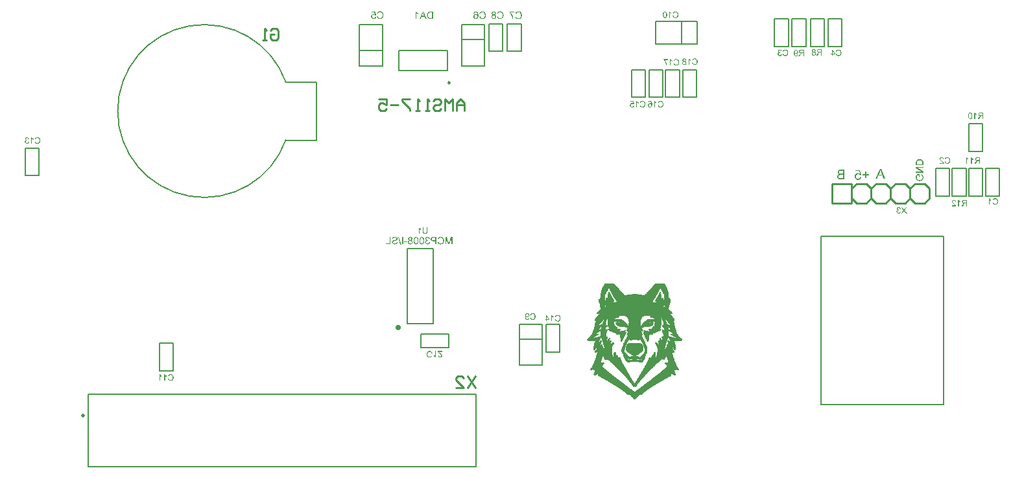
<source format=gbo>
G04*
G04 #@! TF.GenerationSoftware,Altium Limited,Altium Designer,21.0.8 (223)*
G04*
G04 Layer_Color=32896*
%FSLAX44Y44*%
%MOMM*%
G71*
G04*
G04 #@! TF.SameCoordinates,CF40DC4F-38BD-4AEA-854D-D5A68E69FAB1*
G04*
G04*
G04 #@! TF.FilePolarity,Positive*
G04*
G01*
G75*
%ADD10C,0.2540*%
%ADD11C,0.2000*%
%ADD61C,0.2500*%
%ADD62C,0.7000*%
%ADD63C,0.5000*%
%ADD64C,0.0254*%
G36*
X641333Y194789D02*
X641561Y194765D01*
X641777Y194741D01*
X641982Y194693D01*
X642174Y194633D01*
X642354Y194573D01*
X642522Y194513D01*
X642679Y194441D01*
X642811Y194381D01*
X642943Y194321D01*
X643039Y194260D01*
X643135Y194200D01*
X643195Y194152D01*
X643255Y194128D01*
X643279Y194104D01*
X643291Y194092D01*
X643459Y193948D01*
X643604Y193804D01*
X643736Y193636D01*
X643868Y193468D01*
X644084Y193131D01*
X644252Y192795D01*
X644324Y192638D01*
X644385Y192494D01*
X644433Y192362D01*
X644469Y192254D01*
X644505Y192158D01*
X644529Y192086D01*
X644541Y192038D01*
Y192026D01*
X643436Y191749D01*
X643387Y191942D01*
X643327Y192122D01*
X643267Y192290D01*
X643207Y192446D01*
X643135Y192591D01*
X643063Y192711D01*
X642979Y192831D01*
X642907Y192939D01*
X642847Y193035D01*
X642775Y193107D01*
X642715Y193179D01*
X642667Y193239D01*
X642618Y193275D01*
X642582Y193311D01*
X642570Y193323D01*
X642559Y193335D01*
X642438Y193431D01*
X642306Y193504D01*
X642042Y193636D01*
X641789Y193732D01*
X641537Y193792D01*
X641321Y193840D01*
X641237Y193852D01*
X641153D01*
X641081Y193864D01*
X640997D01*
X640720Y193852D01*
X640456Y193804D01*
X640216Y193744D01*
X639999Y193672D01*
X639831Y193600D01*
X639759Y193564D01*
X639699Y193540D01*
X639651Y193516D01*
X639615Y193491D01*
X639591Y193479D01*
X639579D01*
X639351Y193311D01*
X639158Y193131D01*
X638990Y192927D01*
X638858Y192735D01*
X638750Y192566D01*
X638678Y192422D01*
X638654Y192362D01*
X638630Y192326D01*
X638618Y192302D01*
Y192290D01*
X638522Y191978D01*
X638450Y191665D01*
X638390Y191353D01*
X638354Y191065D01*
X638341Y190933D01*
X638330Y190812D01*
Y190704D01*
X638317Y190620D01*
Y190548D01*
Y190488D01*
Y190452D01*
Y190440D01*
X638330Y190128D01*
X638354Y189839D01*
X638401Y189575D01*
X638450Y189335D01*
X638486Y189130D01*
X638510Y189046D01*
X638534Y188974D01*
X638546Y188914D01*
X638558Y188878D01*
X638570Y188854D01*
Y188842D01*
X638690Y188566D01*
X638822Y188313D01*
X638966Y188109D01*
X639122Y187929D01*
X639255Y187785D01*
X639363Y187689D01*
X639447Y187629D01*
X639459Y187605D01*
X639471D01*
X639723Y187448D01*
X639999Y187328D01*
X640264Y187244D01*
X640516Y187196D01*
X640744Y187160D01*
X640840Y187148D01*
X640925D01*
X640985Y187136D01*
X641081D01*
X641381Y187148D01*
X641657Y187196D01*
X641886Y187268D01*
X642090Y187340D01*
X642246Y187424D01*
X642366Y187484D01*
X642438Y187533D01*
X642462Y187556D01*
X642655Y187737D01*
X642835Y187941D01*
X642979Y188157D01*
X643099Y188374D01*
X643195Y188566D01*
X643231Y188662D01*
X643255Y188734D01*
X643279Y188794D01*
X643303Y188842D01*
X643315Y188866D01*
Y188878D01*
X644397Y188626D01*
X644324Y188410D01*
X644252Y188217D01*
X644156Y188037D01*
X644072Y187857D01*
X643976Y187701D01*
X643868Y187556D01*
X643772Y187412D01*
X643676Y187292D01*
X643580Y187196D01*
X643496Y187100D01*
X643411Y187016D01*
X643351Y186956D01*
X643291Y186896D01*
X643243Y186860D01*
X643219Y186848D01*
X643207Y186836D01*
X643039Y186728D01*
X642871Y186619D01*
X642703Y186535D01*
X642522Y186463D01*
X642162Y186355D01*
X641838Y186283D01*
X641681Y186247D01*
X641549Y186235D01*
X641417Y186223D01*
X641309Y186211D01*
X641225Y186199D01*
X641105D01*
X640708Y186223D01*
X640324Y186283D01*
X639987Y186355D01*
X639831Y186403D01*
X639687Y186451D01*
X639555Y186499D01*
X639435Y186547D01*
X639339Y186583D01*
X639243Y186619D01*
X639183Y186656D01*
X639134Y186679D01*
X639098Y186691D01*
X639086Y186703D01*
X638762Y186908D01*
X638486Y187148D01*
X638245Y187388D01*
X638041Y187629D01*
X637885Y187845D01*
X637825Y187941D01*
X637777Y188025D01*
X637729Y188085D01*
X637705Y188133D01*
X637693Y188169D01*
X637681Y188181D01*
X637513Y188554D01*
X637392Y188938D01*
X637308Y189323D01*
X637248Y189671D01*
X637224Y189827D01*
X637212Y189983D01*
X637200Y190103D01*
Y190224D01*
X637188Y190308D01*
Y190380D01*
Y190428D01*
Y190440D01*
X637212Y190872D01*
X637260Y191293D01*
X637320Y191665D01*
X637368Y191846D01*
X637404Y192002D01*
X637440Y192146D01*
X637489Y192278D01*
X637524Y192398D01*
X637548Y192494D01*
X637585Y192566D01*
X637597Y192626D01*
X637621Y192663D01*
Y192675D01*
X637801Y193035D01*
X638005Y193359D01*
X638221Y193636D01*
X638330Y193744D01*
X638426Y193852D01*
X638522Y193948D01*
X638618Y194032D01*
X638702Y194104D01*
X638774Y194152D01*
X638822Y194200D01*
X638870Y194236D01*
X638894Y194248D01*
X638906Y194260D01*
X639074Y194357D01*
X639243Y194441D01*
X639603Y194573D01*
X639963Y194669D01*
X640312Y194729D01*
X640480Y194753D01*
X640624Y194777D01*
X640756Y194789D01*
X640864D01*
X640961Y194801D01*
X641093D01*
X641333Y194789D01*
D02*
G37*
G36*
X649323Y186307D02*
X648662D01*
X648541Y186511D01*
X648409Y186703D01*
X648253Y186896D01*
X648109Y187064D01*
X647965Y187208D01*
X647857Y187328D01*
X647809Y187364D01*
X647773Y187400D01*
X647761Y187412D01*
X647749Y187424D01*
X647496Y187629D01*
X647244Y187821D01*
X647004Y187989D01*
X646763Y188121D01*
X646559Y188241D01*
X646475Y188289D01*
X646403Y188325D01*
X646343Y188361D01*
X646295Y188374D01*
X646271Y188398D01*
X646259D01*
Y189383D01*
X646439Y189311D01*
X646619Y189226D01*
X646799Y189142D01*
X646968Y189058D01*
X647112Y188986D01*
X647232Y188926D01*
X647304Y188878D01*
X647316Y188866D01*
X647328D01*
X647544Y188734D01*
X647737Y188602D01*
X647905Y188482D01*
X648037Y188374D01*
X648157Y188289D01*
X648229Y188217D01*
X648289Y188169D01*
X648301Y188157D01*
Y194657D01*
X649323D01*
Y186307D01*
D02*
G37*
G36*
X657312Y193672D02*
X653215D01*
X653359Y193468D01*
X653431Y193383D01*
X653491Y193299D01*
X653551Y193227D01*
X653599Y193179D01*
X653635Y193143D01*
X653648Y193131D01*
X653708Y193071D01*
X653780Y193011D01*
X653948Y192855D01*
X654140Y192675D01*
X654344Y192494D01*
X654537Y192338D01*
X654621Y192266D01*
X654693Y192194D01*
X654753Y192146D01*
X654801Y192110D01*
X654825Y192086D01*
X654837Y192074D01*
X655029Y191906D01*
X655221Y191749D01*
X655390Y191593D01*
X655546Y191461D01*
X655690Y191329D01*
X655810Y191209D01*
X655930Y191101D01*
X656026Y191005D01*
X656123Y190909D01*
X656195Y190836D01*
X656255Y190776D01*
X656315Y190716D01*
X656375Y190644D01*
X656399Y190620D01*
X656567Y190416D01*
X656711Y190236D01*
X656831Y190056D01*
X656927Y189911D01*
X657000Y189779D01*
X657048Y189683D01*
X657072Y189623D01*
X657084Y189599D01*
X657156Y189419D01*
X657204Y189238D01*
X657252Y189070D01*
X657276Y188926D01*
X657288Y188794D01*
X657300Y188698D01*
Y188638D01*
Y188614D01*
X657288Y188434D01*
X657264Y188265D01*
X657240Y188097D01*
X657192Y187953D01*
X657072Y187665D01*
X656952Y187436D01*
X656879Y187328D01*
X656819Y187244D01*
X656759Y187160D01*
X656699Y187100D01*
X656651Y187052D01*
X656627Y187004D01*
X656603Y186992D01*
X656591Y186980D01*
X656459Y186860D01*
X656315Y186752D01*
X656159Y186667D01*
X656002Y186595D01*
X655690Y186475D01*
X655378Y186391D01*
X655246Y186367D01*
X655113Y186343D01*
X654993Y186331D01*
X654897Y186319D01*
X654813Y186307D01*
X654693D01*
X654476Y186319D01*
X654272Y186331D01*
X654080Y186367D01*
X653900Y186403D01*
X653732Y186451D01*
X653576Y186499D01*
X653431Y186559D01*
X653299Y186619D01*
X653179Y186679D01*
X653083Y186740D01*
X652999Y186788D01*
X652927Y186836D01*
X652867Y186872D01*
X652831Y186908D01*
X652807Y186920D01*
X652795Y186932D01*
X652674Y187052D01*
X652566Y187184D01*
X652458Y187328D01*
X652374Y187472D01*
X652230Y187761D01*
X652134Y188049D01*
X652098Y188181D01*
X652062Y188313D01*
X652038Y188421D01*
X652014Y188518D01*
X652002Y188602D01*
Y188662D01*
X651990Y188698D01*
Y188710D01*
X653035Y188818D01*
X653059Y188542D01*
X653107Y188301D01*
X653179Y188085D01*
X653263Y187917D01*
X653335Y187773D01*
X653407Y187677D01*
X653455Y187617D01*
X653479Y187593D01*
X653660Y187448D01*
X653852Y187340D01*
X654056Y187256D01*
X654236Y187208D01*
X654405Y187172D01*
X654549Y187160D01*
X654597Y187148D01*
X654669D01*
X654921Y187160D01*
X655149Y187208D01*
X655342Y187280D01*
X655510Y187352D01*
X655642Y187436D01*
X655726Y187496D01*
X655786Y187544D01*
X655810Y187568D01*
X655954Y187737D01*
X656062Y187905D01*
X656146Y188073D01*
X656195Y188241D01*
X656231Y188374D01*
X656243Y188494D01*
X656255Y188566D01*
Y188578D01*
Y188590D01*
X656231Y188806D01*
X656183Y189034D01*
X656098Y189238D01*
X656014Y189431D01*
X655918Y189587D01*
X655834Y189719D01*
X655810Y189767D01*
X655786Y189803D01*
X655762Y189815D01*
Y189827D01*
X655666Y189959D01*
X655546Y190091D01*
X655414Y190236D01*
X655269Y190380D01*
X654969Y190668D01*
X654669Y190956D01*
X654513Y191089D01*
X654380Y191209D01*
X654248Y191317D01*
X654140Y191413D01*
X654056Y191485D01*
X653984Y191545D01*
X653936Y191581D01*
X653924Y191593D01*
X653624Y191846D01*
X653347Y192086D01*
X653119Y192302D01*
X652939Y192482D01*
X652783Y192638D01*
X652674Y192747D01*
X652614Y192819D01*
X652590Y192831D01*
Y192843D01*
X652422Y193047D01*
X652290Y193239D01*
X652170Y193431D01*
X652074Y193600D01*
X652002Y193744D01*
X651954Y193852D01*
X651929Y193924D01*
X651917Y193936D01*
Y193948D01*
X651870Y194080D01*
X651845Y194200D01*
X651821Y194321D01*
X651809Y194429D01*
X651797Y194525D01*
Y194597D01*
Y194645D01*
Y194657D01*
X657312D01*
Y193672D01*
D02*
G37*
G36*
X638783Y344111D02*
X639158Y344041D01*
X639477Y343931D01*
X639754Y343820D01*
X639879Y343750D01*
X639976Y343695D01*
X640073Y343639D01*
X640142Y343584D01*
X640198Y343542D01*
X640239Y343515D01*
X640267Y343501D01*
X640281Y343487D01*
X640545Y343223D01*
X640753Y342932D01*
X640919Y342627D01*
X641058Y342322D01*
X641141Y342058D01*
X641183Y341947D01*
X641210Y341850D01*
X641224Y341767D01*
X641238Y341712D01*
X641252Y341670D01*
Y341656D01*
X640073Y341448D01*
X640018Y341753D01*
X639934Y342017D01*
X639837Y342239D01*
X639740Y342419D01*
X639643Y342557D01*
X639560Y342655D01*
X639505Y342724D01*
X639491Y342738D01*
X639310Y342877D01*
X639116Y342988D01*
X638936Y343057D01*
X638756Y343112D01*
X638589Y343140D01*
X638464Y343168D01*
X638353D01*
X638104Y343154D01*
X637882Y343098D01*
X637688Y343029D01*
X637521Y342960D01*
X637397Y342877D01*
X637299Y342807D01*
X637230Y342752D01*
X637216Y342738D01*
X637064Y342571D01*
X636953Y342391D01*
X636883Y342211D01*
X636828Y342044D01*
X636800Y341892D01*
X636772Y341781D01*
Y341698D01*
Y341684D01*
Y341670D01*
Y341517D01*
X636800Y341379D01*
X636870Y341143D01*
X636967Y340935D01*
X637077Y340755D01*
X637188Y340630D01*
X637285Y340533D01*
X637355Y340477D01*
X637369Y340463D01*
X637383D01*
X637618Y340339D01*
X637840Y340242D01*
X638076Y340172D01*
X638284Y340131D01*
X638464Y340103D01*
X638617Y340075D01*
X638797D01*
X638853Y340089D01*
X638922D01*
X639061Y339049D01*
X638880Y339090D01*
X638714Y339118D01*
X638575Y339146D01*
X638451Y339160D01*
X638353Y339174D01*
X638229D01*
X637937Y339146D01*
X637674Y339090D01*
X637438Y339007D01*
X637244Y338910D01*
X637091Y338813D01*
X636980Y338730D01*
X636911Y338674D01*
X636883Y338647D01*
X636703Y338439D01*
X636564Y338217D01*
X636467Y337995D01*
X636412Y337773D01*
X636370Y337593D01*
X636356Y337440D01*
X636343Y337385D01*
Y337343D01*
Y337315D01*
Y337301D01*
X636370Y336996D01*
X636440Y336719D01*
X636523Y336483D01*
X636634Y336275D01*
X636745Y336109D01*
X636828Y335984D01*
X636897Y335901D01*
X636925Y335873D01*
X637147Y335679D01*
X637383Y335540D01*
X637618Y335443D01*
X637840Y335374D01*
X638034Y335332D01*
X638187Y335318D01*
X638242Y335304D01*
X638326D01*
X638575Y335318D01*
X638811Y335374D01*
X639019Y335443D01*
X639185Y335526D01*
X639324Y335596D01*
X639435Y335665D01*
X639491Y335720D01*
X639518Y335734D01*
X639685Y335928D01*
X639823Y336150D01*
X639948Y336386D01*
X640045Y336636D01*
X640115Y336844D01*
X640142Y336941D01*
X640156Y337024D01*
X640170Y337093D01*
X640184Y337149D01*
X640198Y337177D01*
Y337191D01*
X641377Y337038D01*
X641349Y336816D01*
X641307Y336608D01*
X641183Y336220D01*
X641030Y335887D01*
X640947Y335748D01*
X640864Y335610D01*
X640780Y335485D01*
X640697Y335388D01*
X640628Y335290D01*
X640558Y335221D01*
X640517Y335166D01*
X640475Y335124D01*
X640447Y335096D01*
X640434Y335083D01*
X640267Y334958D01*
X640101Y334833D01*
X639934Y334736D01*
X639754Y334652D01*
X639407Y334514D01*
X639075Y334431D01*
X638922Y334403D01*
X638783Y334375D01*
X638658Y334361D01*
X638548Y334347D01*
X638464Y334334D01*
X638340D01*
X638076Y334347D01*
X637840Y334375D01*
X637604Y334417D01*
X637383Y334472D01*
X637175Y334542D01*
X636994Y334611D01*
X636814Y334694D01*
X636661Y334777D01*
X636509Y334847D01*
X636384Y334930D01*
X636273Y334999D01*
X636190Y335069D01*
X636121Y335124D01*
X636065Y335166D01*
X636037Y335193D01*
X636023Y335207D01*
X635857Y335374D01*
X635718Y335554D01*
X635594Y335734D01*
X635483Y335915D01*
X635399Y336081D01*
X635316Y336261D01*
X635205Y336594D01*
X635177Y336747D01*
X635150Y336885D01*
X635122Y337010D01*
X635108Y337121D01*
X635094Y337204D01*
Y337274D01*
Y337315D01*
Y337329D01*
X635108Y337662D01*
X635164Y337967D01*
X635247Y338231D01*
X635330Y338452D01*
X635413Y338633D01*
X635496Y338772D01*
X635552Y338855D01*
X635566Y338882D01*
X635760Y339090D01*
X635968Y339271D01*
X636190Y339409D01*
X636412Y339520D01*
X636606Y339604D01*
X636758Y339659D01*
X636814Y339673D01*
X636856Y339687D01*
X636883Y339701D01*
X636897D01*
X636661Y339826D01*
X636467Y339950D01*
X636301Y340089D01*
X636162Y340214D01*
X636051Y340325D01*
X635968Y340422D01*
X635926Y340477D01*
X635913Y340505D01*
X635802Y340699D01*
X635718Y340893D01*
X635649Y341087D01*
X635607Y341268D01*
X635580Y341420D01*
X635566Y341531D01*
Y341614D01*
Y341642D01*
X635580Y341878D01*
X635621Y342114D01*
X635677Y342322D01*
X635746Y342502D01*
X635816Y342655D01*
X635871Y342779D01*
X635913Y342849D01*
X635926Y342877D01*
X636065Y343084D01*
X636231Y343265D01*
X636398Y343417D01*
X636564Y343556D01*
X636703Y343653D01*
X636828Y343736D01*
X636911Y343778D01*
X636925Y343792D01*
X636939D01*
X637188Y343903D01*
X637438Y343986D01*
X637688Y344055D01*
X637910Y344097D01*
X638090Y344125D01*
X638242Y344138D01*
X638589D01*
X638783Y344111D01*
D02*
G37*
G36*
X611684Y337385D02*
X608037D01*
Y338563D01*
X611684D01*
Y337385D01*
D02*
G37*
G36*
X670750Y334500D02*
X669530D01*
Y342668D01*
X666756Y334500D01*
X665619D01*
X662817Y342530D01*
Y334500D01*
X661597D01*
Y344097D01*
X663303D01*
X665605Y337412D01*
X665730Y337052D01*
X665827Y336747D01*
X665924Y336483D01*
X665993Y336261D01*
X666049Y336095D01*
X666090Y335970D01*
X666104Y335901D01*
X666118Y335873D01*
X666173Y336067D01*
X666243Y336289D01*
X666326Y336525D01*
X666395Y336760D01*
X666465Y336969D01*
X666520Y337135D01*
X666548Y337204D01*
X666562Y337246D01*
X666576Y337274D01*
Y337287D01*
X668850Y344097D01*
X670750D01*
Y334500D01*
D02*
G37*
G36*
X655842Y344236D02*
X656285Y344166D01*
X656674Y344083D01*
X656854Y344028D01*
X657020Y343972D01*
X657173Y343917D01*
X657311Y343861D01*
X657422Y343820D01*
X657533Y343778D01*
X657603Y343736D01*
X657658Y343709D01*
X657700Y343695D01*
X657714Y343681D01*
X658088Y343445D01*
X658407Y343168D01*
X658684Y342890D01*
X658920Y342613D01*
X659100Y342363D01*
X659170Y342252D01*
X659225Y342155D01*
X659281Y342086D01*
X659309Y342030D01*
X659322Y341989D01*
X659336Y341975D01*
X659530Y341545D01*
X659669Y341101D01*
X659766Y340658D01*
X659836Y340255D01*
X659863Y340075D01*
X659877Y339895D01*
X659891Y339756D01*
Y339617D01*
X659905Y339520D01*
Y339437D01*
Y339382D01*
Y339368D01*
X659877Y338868D01*
X659822Y338383D01*
X659752Y337953D01*
X659697Y337745D01*
X659655Y337565D01*
X659614Y337398D01*
X659558Y337246D01*
X659517Y337107D01*
X659489Y336996D01*
X659447Y336913D01*
X659433Y336844D01*
X659406Y336802D01*
Y336788D01*
X659198Y336372D01*
X658962Y335998D01*
X658712Y335679D01*
X658587Y335554D01*
X658476Y335429D01*
X658365Y335318D01*
X658255Y335221D01*
X658158Y335138D01*
X658074Y335083D01*
X658019Y335027D01*
X657963Y334985D01*
X657936Y334972D01*
X657922Y334958D01*
X657728Y334847D01*
X657533Y334750D01*
X657117Y334597D01*
X656701Y334486D01*
X656299Y334417D01*
X656105Y334389D01*
X655938Y334361D01*
X655786Y334347D01*
X655661D01*
X655550Y334334D01*
X655398D01*
X655120Y334347D01*
X654857Y334375D01*
X654607Y334403D01*
X654371Y334458D01*
X654149Y334528D01*
X653941Y334597D01*
X653747Y334666D01*
X653567Y334750D01*
X653415Y334819D01*
X653262Y334888D01*
X653151Y334958D01*
X653040Y335027D01*
X652971Y335083D01*
X652901Y335110D01*
X652874Y335138D01*
X652860Y335152D01*
X652666Y335318D01*
X652499Y335485D01*
X652347Y335679D01*
X652194Y335873D01*
X651944Y336261D01*
X651750Y336650D01*
X651667Y336830D01*
X651598Y336996D01*
X651542Y337149D01*
X651501Y337274D01*
X651459Y337385D01*
X651431Y337468D01*
X651417Y337523D01*
Y337537D01*
X652693Y337856D01*
X652749Y337634D01*
X652818Y337426D01*
X652887Y337232D01*
X652957Y337052D01*
X653040Y336885D01*
X653123Y336747D01*
X653220Y336608D01*
X653304Y336483D01*
X653373Y336372D01*
X653456Y336289D01*
X653525Y336206D01*
X653581Y336137D01*
X653636Y336095D01*
X653678Y336053D01*
X653692Y336039D01*
X653706Y336026D01*
X653844Y335915D01*
X653997Y335831D01*
X654302Y335679D01*
X654593Y335568D01*
X654884Y335499D01*
X655134Y335443D01*
X655231Y335429D01*
X655328D01*
X655412Y335415D01*
X655509D01*
X655828Y335429D01*
X656133Y335485D01*
X656410Y335554D01*
X656660Y335637D01*
X656854Y335720D01*
X656937Y335762D01*
X657006Y335790D01*
X657062Y335817D01*
X657104Y335845D01*
X657131Y335859D01*
X657145D01*
X657409Y336053D01*
X657630Y336261D01*
X657825Y336497D01*
X657977Y336719D01*
X658102Y336913D01*
X658185Y337080D01*
X658213Y337149D01*
X658241Y337191D01*
X658255Y337218D01*
Y337232D01*
X658365Y337593D01*
X658449Y337953D01*
X658518Y338314D01*
X658560Y338647D01*
X658574Y338799D01*
X658587Y338938D01*
Y339063D01*
X658601Y339160D01*
Y339243D01*
Y339312D01*
Y339354D01*
Y339368D01*
X658587Y339728D01*
X658560Y340061D01*
X658504Y340366D01*
X658449Y340644D01*
X658407Y340880D01*
X658379Y340976D01*
X658352Y341060D01*
X658338Y341129D01*
X658324Y341171D01*
X658310Y341198D01*
Y341212D01*
X658171Y341531D01*
X658019Y341823D01*
X657852Y342058D01*
X657672Y342266D01*
X657520Y342433D01*
X657395Y342544D01*
X657298Y342613D01*
X657284Y342641D01*
X657270D01*
X656979Y342821D01*
X656660Y342960D01*
X656355Y343057D01*
X656063Y343112D01*
X655800Y343154D01*
X655689Y343168D01*
X655592D01*
X655523Y343182D01*
X655412D01*
X655065Y343168D01*
X654746Y343112D01*
X654482Y343029D01*
X654247Y342946D01*
X654066Y342849D01*
X653928Y342779D01*
X653844Y342724D01*
X653817Y342696D01*
X653595Y342488D01*
X653387Y342252D01*
X653220Y342003D01*
X653082Y341753D01*
X652971Y341531D01*
X652929Y341420D01*
X652901Y341337D01*
X652874Y341268D01*
X652846Y341212D01*
X652832Y341185D01*
Y341171D01*
X651584Y341462D01*
X651667Y341712D01*
X651750Y341934D01*
X651861Y342141D01*
X651958Y342350D01*
X652069Y342530D01*
X652194Y342696D01*
X652305Y342863D01*
X652416Y343001D01*
X652527Y343112D01*
X652624Y343223D01*
X652721Y343320D01*
X652790Y343390D01*
X652860Y343459D01*
X652915Y343501D01*
X652943Y343515D01*
X652957Y343528D01*
X653151Y343653D01*
X653345Y343778D01*
X653539Y343875D01*
X653747Y343958D01*
X654163Y344083D01*
X654538Y344166D01*
X654718Y344208D01*
X654871Y344222D01*
X655023Y344236D01*
X655148Y344249D01*
X655245Y344263D01*
X655384D01*
X655842Y344236D01*
D02*
G37*
G36*
X649850Y334500D02*
X648574D01*
Y338397D01*
X646120D01*
X645759Y338411D01*
X645412Y338439D01*
X645107Y338480D01*
X644830Y338536D01*
X644566Y338591D01*
X644345Y338661D01*
X644137Y338744D01*
X643956Y338827D01*
X643804Y338896D01*
X643665Y338979D01*
X643554Y339049D01*
X643471Y339118D01*
X643401Y339160D01*
X643360Y339201D01*
X643332Y339229D01*
X643318Y339243D01*
X643180Y339409D01*
X643055Y339576D01*
X642958Y339742D01*
X642861Y339922D01*
X642777Y340103D01*
X642722Y340269D01*
X642625Y340588D01*
X642597Y340741D01*
X642569Y340880D01*
X642555Y341004D01*
X642542Y341101D01*
X642528Y341198D01*
Y341254D01*
Y341296D01*
Y341309D01*
X642542Y341573D01*
X642569Y341823D01*
X642625Y342044D01*
X642666Y342239D01*
X642722Y342405D01*
X642777Y342530D01*
X642805Y342599D01*
X642819Y342627D01*
X642930Y342835D01*
X643069Y343015D01*
X643194Y343182D01*
X643318Y343306D01*
X643429Y343404D01*
X643512Y343487D01*
X643568Y343528D01*
X643596Y343542D01*
X643776Y343653D01*
X643984Y343750D01*
X644178Y343833D01*
X644358Y343903D01*
X644525Y343944D01*
X644650Y343972D01*
X644747Y344000D01*
X644774D01*
X644983Y344028D01*
X645218Y344055D01*
X645468Y344069D01*
X645704Y344083D01*
X645912Y344097D01*
X649850D01*
Y334500D01*
D02*
G37*
G36*
X606387D02*
X605111D01*
Y344097D01*
X606387D01*
Y334500D01*
D02*
G37*
G36*
X590244D02*
X584239D01*
Y335637D01*
X588968D01*
Y344097D01*
X590244D01*
Y334500D01*
D02*
G37*
G36*
X631170Y344111D02*
X631516Y344055D01*
X631808Y343958D01*
X632057Y343861D01*
X632265Y343750D01*
X632348Y343709D01*
X632418Y343653D01*
X632473Y343625D01*
X632515Y343598D01*
X632529Y343570D01*
X632542D01*
X632792Y343348D01*
X633000Y343084D01*
X633181Y342821D01*
X633319Y342571D01*
X633430Y342336D01*
X633486Y342239D01*
X633513Y342141D01*
X633541Y342072D01*
X633569Y342017D01*
X633583Y341989D01*
Y341975D01*
X633638Y341767D01*
X633694Y341559D01*
X633777Y341101D01*
X633846Y340644D01*
X633888Y340214D01*
X633902Y340006D01*
X633915Y339826D01*
Y339659D01*
X633929Y339506D01*
Y339395D01*
Y339299D01*
Y339243D01*
Y339229D01*
X633915Y338744D01*
X633888Y338286D01*
X633846Y337870D01*
X633777Y337482D01*
X633708Y337121D01*
X633624Y336802D01*
X633541Y336511D01*
X633458Y336261D01*
X633375Y336039D01*
X633278Y335845D01*
X633208Y335679D01*
X633139Y335554D01*
X633069Y335443D01*
X633028Y335374D01*
X633000Y335332D01*
X632986Y335318D01*
X632834Y335152D01*
X632667Y334999D01*
X632487Y334861D01*
X632307Y334750D01*
X632127Y334652D01*
X631946Y334569D01*
X631766Y334514D01*
X631600Y334458D01*
X631433Y334417D01*
X631281Y334389D01*
X631142Y334361D01*
X631031Y334347D01*
X630934Y334334D01*
X630795D01*
X630421Y334361D01*
X630074Y334417D01*
X629783Y334514D01*
X629533Y334611D01*
X629325Y334708D01*
X629256Y334763D01*
X629186Y334805D01*
X629131Y334833D01*
X629089Y334861D01*
X629075Y334888D01*
X629062D01*
X628812Y335124D01*
X628604Y335374D01*
X628424Y335651D01*
X628285Y335901D01*
X628174Y336137D01*
X628119Y336233D01*
X628091Y336331D01*
X628063Y336400D01*
X628035Y336455D01*
X628022Y336483D01*
Y336497D01*
X627952Y336705D01*
X627897Y336913D01*
X627813Y337357D01*
X627744Y337814D01*
X627702Y338258D01*
X627689Y338452D01*
X627675Y338633D01*
Y338799D01*
X627661Y338952D01*
Y339063D01*
Y339160D01*
Y339215D01*
Y339229D01*
Y339493D01*
X627675Y339742D01*
Y339964D01*
X627689Y340186D01*
X627716Y340380D01*
X627730Y340574D01*
X627744Y340741D01*
X627772Y340893D01*
X627786Y341032D01*
X627813Y341157D01*
X627827Y341254D01*
X627841Y341337D01*
X627855Y341407D01*
X627869Y341448D01*
X627883Y341476D01*
Y341490D01*
X627966Y341795D01*
X628063Y342072D01*
X628174Y342308D01*
X628257Y342516D01*
X628354Y342696D01*
X628410Y342821D01*
X628465Y342890D01*
X628479Y342918D01*
X628632Y343126D01*
X628784Y343306D01*
X628951Y343459D01*
X629103Y343598D01*
X629242Y343695D01*
X629353Y343764D01*
X629422Y343806D01*
X629436Y343820D01*
X629450D01*
X629672Y343931D01*
X629908Y344000D01*
X630129Y344055D01*
X630337Y344097D01*
X630518Y344125D01*
X630670Y344138D01*
X630795D01*
X631170Y344111D01*
D02*
G37*
G36*
X623708D02*
X624055Y344055D01*
X624346Y343958D01*
X624596Y343861D01*
X624804Y343750D01*
X624887Y343709D01*
X624957Y343653D01*
X625012Y343625D01*
X625054Y343598D01*
X625067Y343570D01*
X625081D01*
X625331Y343348D01*
X625539Y343084D01*
X625719Y342821D01*
X625858Y342571D01*
X625969Y342336D01*
X626024Y342239D01*
X626052Y342141D01*
X626080Y342072D01*
X626108Y342017D01*
X626121Y341989D01*
Y341975D01*
X626177Y341767D01*
X626232Y341559D01*
X626316Y341101D01*
X626385Y340644D01*
X626427Y340214D01*
X626441Y340006D01*
X626454Y339826D01*
Y339659D01*
X626468Y339506D01*
Y339395D01*
Y339299D01*
Y339243D01*
Y339229D01*
X626454Y338744D01*
X626427Y338286D01*
X626385Y337870D01*
X626316Y337482D01*
X626246Y337121D01*
X626163Y336802D01*
X626080Y336511D01*
X625997Y336261D01*
X625914Y336039D01*
X625816Y335845D01*
X625747Y335679D01*
X625678Y335554D01*
X625608Y335443D01*
X625567Y335374D01*
X625539Y335332D01*
X625525Y335318D01*
X625373Y335152D01*
X625206Y334999D01*
X625026Y334861D01*
X624846Y334750D01*
X624665Y334652D01*
X624485Y334569D01*
X624305Y334514D01*
X624138Y334458D01*
X623972Y334417D01*
X623819Y334389D01*
X623681Y334361D01*
X623570Y334347D01*
X623473Y334334D01*
X623334D01*
X622960Y334361D01*
X622613Y334417D01*
X622322Y334514D01*
X622072Y334611D01*
X621864Y334708D01*
X621795Y334763D01*
X621725Y334805D01*
X621670Y334833D01*
X621628Y334861D01*
X621614Y334888D01*
X621600D01*
X621351Y335124D01*
X621143Y335374D01*
X620962Y335651D01*
X620824Y335901D01*
X620713Y336137D01*
X620657Y336233D01*
X620630Y336331D01*
X620602Y336400D01*
X620574Y336455D01*
X620560Y336483D01*
Y336497D01*
X620491Y336705D01*
X620435Y336913D01*
X620352Y337357D01*
X620283Y337814D01*
X620241Y338258D01*
X620227Y338452D01*
X620214Y338633D01*
Y338799D01*
X620200Y338952D01*
Y339063D01*
Y339160D01*
Y339215D01*
Y339229D01*
Y339493D01*
X620214Y339742D01*
Y339964D01*
X620227Y340186D01*
X620255Y340380D01*
X620269Y340574D01*
X620283Y340741D01*
X620311Y340893D01*
X620325Y341032D01*
X620352Y341157D01*
X620366Y341254D01*
X620380Y341337D01*
X620394Y341407D01*
X620408Y341448D01*
X620422Y341476D01*
Y341490D01*
X620505Y341795D01*
X620602Y342072D01*
X620713Y342308D01*
X620796Y342516D01*
X620893Y342696D01*
X620949Y342821D01*
X621004Y342890D01*
X621018Y342918D01*
X621171Y343126D01*
X621323Y343306D01*
X621489Y343459D01*
X621642Y343598D01*
X621781Y343695D01*
X621892Y343764D01*
X621961Y343806D01*
X621975Y343820D01*
X621989D01*
X622211Y343931D01*
X622446Y344000D01*
X622668Y344055D01*
X622876Y344097D01*
X623057Y344125D01*
X623209Y344138D01*
X623334D01*
X623708Y344111D01*
D02*
G37*
G36*
X616109Y344125D02*
X616330Y344111D01*
X616719Y344028D01*
X616899Y343972D01*
X617065Y343917D01*
X617218Y343847D01*
X617357Y343778D01*
X617468Y343709D01*
X617579Y343639D01*
X617676Y343584D01*
X617745Y343528D01*
X617800Y343487D01*
X617842Y343445D01*
X617870Y343431D01*
X617884Y343417D01*
X618008Y343279D01*
X618133Y343140D01*
X618230Y342988D01*
X618314Y342835D01*
X618452Y342544D01*
X618535Y342266D01*
X618591Y342030D01*
X618605Y341920D01*
X618619Y341836D01*
X618633Y341753D01*
Y341698D01*
Y341670D01*
Y341656D01*
X618619Y341407D01*
X618577Y341171D01*
X618522Y340963D01*
X618452Y340782D01*
X618397Y340644D01*
X618341Y340533D01*
X618300Y340477D01*
X618286Y340449D01*
X618133Y340283D01*
X617967Y340131D01*
X617787Y339992D01*
X617606Y339881D01*
X617440Y339798D01*
X617315Y339742D01*
X617260Y339715D01*
X617218Y339701D01*
X617204Y339687D01*
X617190D01*
X617509Y339590D01*
X617773Y339465D01*
X618008Y339312D01*
X618203Y339174D01*
X618355Y339035D01*
X618466Y338924D01*
X618522Y338855D01*
X618549Y338841D01*
Y338827D01*
X618702Y338577D01*
X618827Y338314D01*
X618910Y338064D01*
X618965Y337814D01*
X618993Y337593D01*
X619007Y337496D01*
Y337412D01*
X619021Y337357D01*
Y337301D01*
Y337274D01*
Y337260D01*
X619007Y337038D01*
X618979Y336816D01*
X618938Y336608D01*
X618882Y336400D01*
X618744Y336053D01*
X618674Y335887D01*
X618591Y335748D01*
X618508Y335610D01*
X618438Y335499D01*
X618355Y335401D01*
X618300Y335318D01*
X618244Y335249D01*
X618203Y335207D01*
X618175Y335179D01*
X618161Y335166D01*
X617995Y335013D01*
X617814Y334888D01*
X617620Y334777D01*
X617426Y334680D01*
X617246Y334611D01*
X617052Y334542D01*
X616677Y334445D01*
X616511Y334403D01*
X616358Y334375D01*
X616219Y334361D01*
X616095Y334347D01*
X615998Y334334D01*
X615859D01*
X615595Y334347D01*
X615360Y334375D01*
X615124Y334417D01*
X614902Y334458D01*
X614708Y334528D01*
X614514Y334597D01*
X614333Y334666D01*
X614181Y334750D01*
X614042Y334833D01*
X613917Y334902D01*
X613820Y334972D01*
X613723Y335041D01*
X613654Y335083D01*
X613612Y335124D01*
X613584Y335152D01*
X613571Y335166D01*
X613418Y335332D01*
X613279Y335499D01*
X613168Y335665D01*
X613071Y335845D01*
X612974Y336012D01*
X612905Y336192D01*
X612808Y336511D01*
X612766Y336664D01*
X612738Y336802D01*
X612725Y336927D01*
X612711Y337024D01*
X612697Y337107D01*
Y337177D01*
Y337218D01*
Y337232D01*
X612711Y337551D01*
X612766Y337842D01*
X612849Y338106D01*
X612933Y338328D01*
X613016Y338508D01*
X613099Y338647D01*
X613154Y338730D01*
X613168Y338744D01*
Y338758D01*
X613363Y338979D01*
X613571Y339174D01*
X613792Y339326D01*
X614001Y339465D01*
X614195Y339562D01*
X614361Y339631D01*
X614417Y339659D01*
X614458Y339673D01*
X614486Y339687D01*
X614500D01*
X614250Y339798D01*
X614042Y339922D01*
X613862Y340047D01*
X613709Y340172D01*
X613598Y340283D01*
X613515Y340366D01*
X613460Y340422D01*
X613446Y340449D01*
X613321Y340644D01*
X613238Y340838D01*
X613168Y341032D01*
X613127Y341226D01*
X613099Y341379D01*
X613085Y341503D01*
Y341587D01*
Y341601D01*
Y341614D01*
X613099Y341809D01*
X613113Y341989D01*
X613210Y342336D01*
X613335Y342641D01*
X613474Y342904D01*
X613612Y343112D01*
X613681Y343195D01*
X613737Y343279D01*
X613792Y343334D01*
X613834Y343376D01*
X613848Y343390D01*
X613862Y343404D01*
X614014Y343528D01*
X614167Y343653D01*
X614333Y343750D01*
X614500Y343833D01*
X614833Y343958D01*
X615165Y344041D01*
X615304Y344083D01*
X615443Y344097D01*
X615568Y344111D01*
X615679Y344125D01*
X615762Y344138D01*
X615887D01*
X616109Y344125D01*
D02*
G37*
G36*
X603904Y334334D02*
X602961D01*
X600174Y344263D01*
X601117D01*
X603904Y334334D01*
D02*
G37*
G36*
X596194Y344249D02*
X596512Y344208D01*
X596818Y344152D01*
X597081Y344097D01*
X597289Y344041D01*
X597386Y344014D01*
X597455Y343986D01*
X597511Y343958D01*
X597553Y343944D01*
X597580Y343931D01*
X597594D01*
X597872Y343792D01*
X598121Y343639D01*
X598329Y343473D01*
X598496Y343320D01*
X598620Y343182D01*
X598717Y343071D01*
X598787Y342988D01*
X598801Y342974D01*
Y342960D01*
X598939Y342724D01*
X599036Y342488D01*
X599106Y342252D01*
X599147Y342044D01*
X599175Y341864D01*
X599203Y341725D01*
Y341670D01*
Y341628D01*
Y341614D01*
Y341601D01*
X599189Y341365D01*
X599147Y341143D01*
X599092Y340935D01*
X599036Y340755D01*
X598981Y340616D01*
X598926Y340505D01*
X598884Y340436D01*
X598870Y340408D01*
X598731Y340214D01*
X598565Y340033D01*
X598399Y339881D01*
X598232Y339756D01*
X598093Y339645D01*
X597969Y339576D01*
X597885Y339520D01*
X597872Y339506D01*
X597858D01*
X597747Y339451D01*
X597622Y339395D01*
X597345Y339299D01*
X597026Y339201D01*
X596721Y339104D01*
X596443Y339021D01*
X596318Y338993D01*
X596207Y338966D01*
X596124Y338938D01*
X596055Y338924D01*
X596013Y338910D01*
X595999D01*
X595764Y338855D01*
X595542Y338799D01*
X595348Y338744D01*
X595181Y338702D01*
X595015Y338661D01*
X594876Y338619D01*
X594751Y338591D01*
X594654Y338550D01*
X594557Y338522D01*
X594488Y338508D01*
X594377Y338466D01*
X594307Y338452D01*
X594294Y338439D01*
X594086Y338355D01*
X593905Y338258D01*
X593753Y338161D01*
X593642Y338078D01*
X593545Y337995D01*
X593489Y337939D01*
X593447Y337898D01*
X593434Y337884D01*
X593337Y337759D01*
X593267Y337620D01*
X593226Y337482D01*
X593184Y337371D01*
X593170Y337260D01*
X593156Y337177D01*
Y337107D01*
Y337093D01*
X593170Y336927D01*
X593198Y336774D01*
X593240Y336636D01*
X593295Y336525D01*
X593350Y336414D01*
X593392Y336344D01*
X593420Y336289D01*
X593434Y336275D01*
X593545Y336137D01*
X593683Y336026D01*
X593822Y335928D01*
X593947Y335831D01*
X594072Y335776D01*
X594169Y335720D01*
X594238Y335693D01*
X594266Y335679D01*
X594474Y335610D01*
X594696Y335554D01*
X594918Y335526D01*
X595112Y335499D01*
X595278Y335485D01*
X595417Y335471D01*
X595542D01*
X595847Y335485D01*
X596124Y335512D01*
X596374Y335554D01*
X596596Y335610D01*
X596776Y335665D01*
X596915Y335706D01*
X596956Y335720D01*
X596998Y335734D01*
X597012Y335748D01*
X597026D01*
X597248Y335859D01*
X597455Y335984D01*
X597608Y336109D01*
X597747Y336233D01*
X597858Y336331D01*
X597927Y336428D01*
X597969Y336483D01*
X597982Y336497D01*
X598080Y336677D01*
X598177Y336871D01*
X598232Y337080D01*
X598288Y337260D01*
X598329Y337440D01*
X598357Y337565D01*
Y337620D01*
X598371Y337662D01*
Y337676D01*
Y337690D01*
X599563Y337579D01*
X599536Y337232D01*
X599480Y336899D01*
X599397Y336608D01*
X599300Y336344D01*
X599203Y336137D01*
X599161Y336053D01*
X599134Y335984D01*
X599092Y335928D01*
X599078Y335887D01*
X599050Y335859D01*
Y335845D01*
X598842Y335582D01*
X598620Y335346D01*
X598385Y335152D01*
X598163Y334985D01*
X597969Y334861D01*
X597802Y334777D01*
X597747Y334750D01*
X597705Y334722D01*
X597677Y334708D01*
X597663D01*
X597317Y334583D01*
X596956Y334486D01*
X596596Y334431D01*
X596249Y334375D01*
X596082Y334361D01*
X595944Y334347D01*
X595819D01*
X595708Y334334D01*
X595486D01*
X595112Y334347D01*
X594765Y334389D01*
X594446Y334458D01*
X594183Y334528D01*
X593961Y334583D01*
X593864Y334625D01*
X593780Y334652D01*
X593725Y334680D01*
X593683Y334694D01*
X593656Y334708D01*
X593642D01*
X593350Y334861D01*
X593101Y335027D01*
X592879Y335207D01*
X592699Y335374D01*
X592560Y335512D01*
X592463Y335637D01*
X592393Y335720D01*
X592380Y335734D01*
Y335748D01*
X592227Y336012D01*
X592116Y336261D01*
X592047Y336497D01*
X591991Y336719D01*
X591964Y336913D01*
X591936Y337066D01*
Y337121D01*
Y337163D01*
Y337177D01*
Y337191D01*
X591950Y337468D01*
X591991Y337731D01*
X592061Y337967D01*
X592130Y338161D01*
X592213Y338328D01*
X592269Y338452D01*
X592324Y338522D01*
X592338Y338550D01*
X592505Y338758D01*
X592699Y338952D01*
X592907Y339118D01*
X593115Y339271D01*
X593295Y339382D01*
X593447Y339465D01*
X593503Y339493D01*
X593545Y339520D01*
X593572Y339534D01*
X593586D01*
X593697Y339590D01*
X593836Y339631D01*
X593988Y339687D01*
X594155Y339742D01*
X594501Y339839D01*
X594862Y339936D01*
X595028Y339978D01*
X595181Y340020D01*
X595334Y340061D01*
X595458Y340089D01*
X595555Y340117D01*
X595639Y340131D01*
X595694Y340144D01*
X595708D01*
X595985Y340214D01*
X596235Y340269D01*
X596457Y340339D01*
X596651Y340394D01*
X596831Y340463D01*
X596984Y340519D01*
X597123Y340574D01*
X597248Y340616D01*
X597345Y340671D01*
X597428Y340713D01*
X597483Y340741D01*
X597539Y340782D01*
X597608Y340824D01*
X597622Y340838D01*
X597747Y340976D01*
X597830Y341115D01*
X597899Y341254D01*
X597941Y341393D01*
X597969Y341503D01*
X597982Y341601D01*
Y341656D01*
Y341684D01*
X597955Y341906D01*
X597899Y342100D01*
X597816Y342266D01*
X597719Y342419D01*
X597636Y342530D01*
X597553Y342627D01*
X597497Y342682D01*
X597469Y342696D01*
X597358Y342766D01*
X597248Y342835D01*
X596984Y342946D01*
X596707Y343015D01*
X596429Y343071D01*
X596180Y343098D01*
X596069Y343112D01*
X595985Y343126D01*
X595791D01*
X595403Y343112D01*
X595056Y343057D01*
X594779Y342974D01*
X594543Y342890D01*
X594363Y342807D01*
X594224Y342724D01*
X594155Y342668D01*
X594127Y342655D01*
X593933Y342461D01*
X593780Y342252D01*
X593656Y342030D01*
X593572Y341809D01*
X593517Y341601D01*
X593475Y341448D01*
X593461Y341379D01*
X593447Y341337D01*
Y341309D01*
Y341296D01*
X592227Y341393D01*
X592255Y341698D01*
X592324Y341975D01*
X592393Y342239D01*
X592491Y342461D01*
X592574Y342641D01*
X592643Y342779D01*
X592671Y342821D01*
X592699Y342863D01*
X592713Y342877D01*
Y342890D01*
X592893Y343126D01*
X593087Y343334D01*
X593295Y343515D01*
X593503Y343653D01*
X593683Y343778D01*
X593822Y343847D01*
X593877Y343875D01*
X593919Y343903D01*
X593947Y343917D01*
X593961D01*
X594266Y344028D01*
X594599Y344111D01*
X594904Y344180D01*
X595195Y344222D01*
X595458Y344249D01*
X595555D01*
X595653Y344263D01*
X595833D01*
X596194Y344249D01*
D02*
G37*
G36*
X627483Y356396D02*
X627615Y356203D01*
X627771Y356011D01*
X627915Y355843D01*
X628060Y355699D01*
X628168Y355579D01*
X628216Y355543D01*
X628252Y355507D01*
X628264Y355495D01*
X628276Y355483D01*
X628528Y355278D01*
X628781Y355086D01*
X629021Y354918D01*
X629261Y354786D01*
X629465Y354666D01*
X629549Y354618D01*
X629622Y354581D01*
X629682Y354545D01*
X629730Y354533D01*
X629754Y354509D01*
X629766D01*
Y353524D01*
X629585Y353596D01*
X629405Y353680D01*
X629225Y353764D01*
X629057Y353849D01*
X628913Y353921D01*
X628792Y353981D01*
X628720Y354029D01*
X628708Y354041D01*
X628696D01*
X628480Y354173D01*
X628288Y354305D01*
X628120Y354425D01*
X627988Y354533D01*
X627867Y354618D01*
X627795Y354690D01*
X627735Y354738D01*
X627723Y354750D01*
Y348250D01*
X626702D01*
Y356600D01*
X627363D01*
X627483Y356396D01*
D02*
G37*
G36*
X638500Y351758D02*
Y351518D01*
X638488Y351290D01*
X638476Y351073D01*
X638452Y350869D01*
X638428Y350689D01*
X638404Y350521D01*
X638368Y350364D01*
X638344Y350220D01*
X638320Y350088D01*
X638284Y349980D01*
X638260Y349884D01*
X638236Y349812D01*
X638212Y349752D01*
X638200Y349704D01*
X638188Y349680D01*
Y349668D01*
X638055Y349403D01*
X637887Y349163D01*
X637719Y348971D01*
X637539Y348803D01*
X637383Y348671D01*
X637251Y348574D01*
X637202Y348550D01*
X637166Y348526D01*
X637142Y348502D01*
X637130D01*
X636830Y348370D01*
X636518Y348274D01*
X636193Y348202D01*
X635893Y348154D01*
X635761Y348142D01*
X635629Y348130D01*
X635508Y348118D01*
X635412D01*
X635328Y348106D01*
X635220D01*
X634788Y348130D01*
X634595Y348154D01*
X634415Y348178D01*
X634235Y348214D01*
X634079Y348250D01*
X633935Y348286D01*
X633802Y348334D01*
X633682Y348382D01*
X633586Y348418D01*
X633490Y348454D01*
X633418Y348490D01*
X633358Y348526D01*
X633322Y348538D01*
X633298Y348562D01*
X633286D01*
X633022Y348743D01*
X632805Y348947D01*
X632637Y349139D01*
X632493Y349331D01*
X632385Y349500D01*
X632313Y349632D01*
X632289Y349680D01*
X632265Y349716D01*
X632253Y349740D01*
Y349752D01*
X632205Y349896D01*
X632156Y350052D01*
X632084Y350377D01*
X632036Y350713D01*
X632000Y351037D01*
X631988Y351181D01*
X631976Y351326D01*
Y351446D01*
X631964Y351554D01*
Y351638D01*
Y351698D01*
Y351746D01*
Y351758D01*
Y356564D01*
X633070D01*
Y351758D01*
Y351482D01*
X633094Y351217D01*
X633118Y350989D01*
X633154Y350773D01*
X633190Y350581D01*
X633238Y350401D01*
X633274Y350244D01*
X633322Y350112D01*
X633370Y350004D01*
X633418Y349896D01*
X633466Y349824D01*
X633502Y349752D01*
X633538Y349704D01*
X633562Y349668D01*
X633574Y349656D01*
X633586Y349644D01*
X633694Y349548D01*
X633815Y349463D01*
X634079Y349331D01*
X634355Y349235D01*
X634643Y349175D01*
X634908Y349127D01*
X635016Y349115D01*
X635124D01*
X635196Y349103D01*
X635316D01*
X635569Y349115D01*
X635797Y349151D01*
X636013Y349187D01*
X636181Y349247D01*
X636325Y349295D01*
X636434Y349331D01*
X636494Y349367D01*
X636518Y349379D01*
X636686Y349487D01*
X636830Y349620D01*
X636950Y349752D01*
X637034Y349872D01*
X637106Y349992D01*
X637166Y350076D01*
X637190Y350136D01*
X637202Y350160D01*
X637239Y350268D01*
X637262Y350377D01*
X637311Y350629D01*
X637347Y350893D01*
X637371Y351157D01*
X637383Y351386D01*
Y351494D01*
X637395Y351578D01*
Y351650D01*
Y351710D01*
Y351746D01*
Y351758D01*
Y356564D01*
X638500D01*
Y351758D01*
D02*
G37*
G36*
X768686Y244181D02*
X768878Y244157D01*
X769070Y244121D01*
X769238Y244073D01*
X769563Y243941D01*
X769707Y243881D01*
X769827Y243808D01*
X769947Y243724D01*
X770043Y243664D01*
X770139Y243592D01*
X770211Y243532D01*
X770271Y243484D01*
X770307Y243448D01*
X770331Y243424D01*
X770343Y243412D01*
X770476Y243268D01*
X770584Y243100D01*
X770692Y242943D01*
X770776Y242775D01*
X770848Y242595D01*
X770908Y242427D01*
X770992Y242115D01*
X771028Y241958D01*
X771052Y241826D01*
X771064Y241694D01*
X771076Y241586D01*
X771088Y241502D01*
Y241442D01*
Y241394D01*
Y241382D01*
X771076Y241153D01*
X771052Y240949D01*
X771028Y240745D01*
X770980Y240553D01*
X770920Y240385D01*
X770860Y240216D01*
X770800Y240072D01*
X770728Y239940D01*
X770668Y239820D01*
X770608Y239712D01*
X770548Y239628D01*
X770488Y239543D01*
X770440Y239483D01*
X770415Y239447D01*
X770391Y239423D01*
X770379Y239411D01*
X770247Y239279D01*
X770103Y239171D01*
X769959Y239063D01*
X769803Y238979D01*
X769659Y238907D01*
X769514Y238847D01*
X769238Y238762D01*
X769118Y238727D01*
X768998Y238703D01*
X768902Y238690D01*
X768806Y238678D01*
X768734Y238666D01*
X768637D01*
X768409Y238678D01*
X768193Y238715D01*
X768001Y238762D01*
X767821Y238823D01*
X767688Y238871D01*
X767580Y238919D01*
X767508Y238955D01*
X767484Y238967D01*
X767292Y239087D01*
X767124Y239219D01*
X766980Y239351D01*
X766859Y239471D01*
X766775Y239592D01*
X766703Y239676D01*
X766655Y239736D01*
X766643Y239760D01*
Y239664D01*
Y239604D01*
Y239568D01*
Y239555D01*
X766655Y239315D01*
X766667Y239087D01*
X766691Y238883D01*
X766715Y238690D01*
X766751Y238534D01*
X766775Y238414D01*
X766787Y238366D01*
Y238330D01*
X766799Y238318D01*
Y238306D01*
X766859Y238090D01*
X766919Y237897D01*
X766980Y237729D01*
X767039Y237585D01*
X767088Y237477D01*
X767136Y237393D01*
X767160Y237333D01*
X767172Y237321D01*
X767268Y237189D01*
X767364Y237081D01*
X767460Y236984D01*
X767556Y236900D01*
X767628Y236828D01*
X767700Y236780D01*
X767748Y236756D01*
X767760Y236744D01*
X767893Y236672D01*
X768037Y236624D01*
X768169Y236588D01*
X768301Y236564D01*
X768409Y236552D01*
X768493Y236540D01*
X768577D01*
X768770Y236552D01*
X768950Y236588D01*
X769106Y236636D01*
X769238Y236696D01*
X769334Y236744D01*
X769418Y236792D01*
X769466Y236828D01*
X769478Y236840D01*
X769599Y236972D01*
X769695Y237129D01*
X769779Y237297D01*
X769839Y237465D01*
X769887Y237609D01*
X769923Y237741D01*
X769935Y237789D01*
Y237813D01*
X769947Y237837D01*
Y237850D01*
X770932Y237765D01*
X770860Y237417D01*
X770764Y237117D01*
X770644Y236852D01*
X770524Y236636D01*
X770404Y236468D01*
X770343Y236396D01*
X770295Y236336D01*
X770259Y236300D01*
X770223Y236264D01*
X770211Y236252D01*
X770199Y236240D01*
X770079Y236143D01*
X769947Y236059D01*
X769683Y235927D01*
X769418Y235831D01*
X769166Y235771D01*
X768938Y235723D01*
X768842Y235711D01*
X768758D01*
X768698Y235699D01*
X768601D01*
X768265Y235723D01*
X767965Y235771D01*
X767688Y235855D01*
X767460Y235951D01*
X767364Y235987D01*
X767268Y236035D01*
X767196Y236083D01*
X767124Y236119D01*
X767076Y236143D01*
X767039Y236168D01*
X767016Y236192D01*
X767003D01*
X766763Y236396D01*
X766547Y236624D01*
X766379Y236864D01*
X766235Y237093D01*
X766114Y237297D01*
X766066Y237393D01*
X766030Y237465D01*
X766006Y237537D01*
X765982Y237585D01*
X765970Y237609D01*
Y237621D01*
X765910Y237801D01*
X765850Y238006D01*
X765766Y238414D01*
X765706Y238847D01*
X765670Y239255D01*
X765646Y239435D01*
X765634Y239615D01*
Y239772D01*
X765622Y239904D01*
Y240012D01*
Y240096D01*
Y240156D01*
Y240168D01*
Y240445D01*
X765634Y240709D01*
X765658Y240949D01*
X765682Y241177D01*
X765706Y241382D01*
X765730Y241574D01*
X765766Y241754D01*
X765802Y241910D01*
X765838Y242042D01*
X765862Y242163D01*
X765898Y242271D01*
X765922Y242355D01*
X765946Y242415D01*
X765970Y242463D01*
X765982Y242487D01*
Y242499D01*
X766126Y242787D01*
X766283Y243040D01*
X766463Y243256D01*
X766619Y243436D01*
X766775Y243568D01*
X766895Y243664D01*
X766943Y243700D01*
X766980Y243724D01*
X766992Y243748D01*
X767003D01*
X767256Y243893D01*
X767508Y244001D01*
X767760Y244085D01*
X767989Y244133D01*
X768193Y244169D01*
X768277Y244181D01*
X768337D01*
X768397Y244193D01*
X768481D01*
X768686Y244181D01*
D02*
G37*
G36*
X775858Y244277D02*
X776242Y244217D01*
X776579Y244145D01*
X776735Y244097D01*
X776879Y244049D01*
X777011Y244001D01*
X777132Y243953D01*
X777228Y243917D01*
X777324Y243881D01*
X777384Y243845D01*
X777432Y243820D01*
X777468Y243808D01*
X777480Y243797D01*
X777804Y243592D01*
X778081Y243352D01*
X778321Y243112D01*
X778525Y242871D01*
X778681Y242655D01*
X778741Y242559D01*
X778789Y242475D01*
X778838Y242415D01*
X778861Y242367D01*
X778874Y242331D01*
X778885Y242319D01*
X779054Y241946D01*
X779174Y241562D01*
X779258Y241177D01*
X779318Y240829D01*
X779342Y240673D01*
X779354Y240517D01*
X779366Y240396D01*
Y240276D01*
X779378Y240192D01*
Y240120D01*
Y240072D01*
Y240060D01*
X779354Y239628D01*
X779306Y239207D01*
X779246Y238835D01*
X779198Y238654D01*
X779162Y238498D01*
X779126Y238354D01*
X779078Y238222D01*
X779042Y238102D01*
X779018Y238006D01*
X778982Y237934D01*
X778970Y237873D01*
X778946Y237837D01*
Y237825D01*
X778765Y237465D01*
X778561Y237141D01*
X778345Y236864D01*
X778237Y236756D01*
X778141Y236648D01*
X778045Y236552D01*
X777948Y236468D01*
X777864Y236396D01*
X777792Y236348D01*
X777744Y236300D01*
X777696Y236264D01*
X777672Y236252D01*
X777660Y236240D01*
X777492Y236143D01*
X777324Y236059D01*
X776963Y235927D01*
X776603Y235831D01*
X776254Y235771D01*
X776086Y235747D01*
X775942Y235723D01*
X775810Y235711D01*
X775702D01*
X775606Y235699D01*
X775473D01*
X775233Y235711D01*
X775005Y235735D01*
X774789Y235759D01*
X774585Y235807D01*
X774392Y235867D01*
X774212Y235927D01*
X774044Y235987D01*
X773888Y236059D01*
X773755Y236119D01*
X773623Y236180D01*
X773527Y236240D01*
X773431Y236300D01*
X773371Y236348D01*
X773311Y236372D01*
X773287Y236396D01*
X773275Y236408D01*
X773107Y236552D01*
X772962Y236696D01*
X772830Y236864D01*
X772698Y237033D01*
X772482Y237369D01*
X772314Y237705D01*
X772242Y237861D01*
X772182Y238006D01*
X772134Y238138D01*
X772097Y238246D01*
X772061Y238342D01*
X772037Y238414D01*
X772025Y238462D01*
Y238474D01*
X773131Y238750D01*
X773179Y238558D01*
X773239Y238378D01*
X773299Y238210D01*
X773359Y238054D01*
X773431Y237910D01*
X773503Y237789D01*
X773587Y237669D01*
X773659Y237561D01*
X773719Y237465D01*
X773792Y237393D01*
X773852Y237321D01*
X773900Y237261D01*
X773948Y237225D01*
X773984Y237189D01*
X773996Y237177D01*
X774008Y237165D01*
X774128Y237069D01*
X774260Y236996D01*
X774524Y236864D01*
X774777Y236768D01*
X775029Y236708D01*
X775245Y236660D01*
X775329Y236648D01*
X775413D01*
X775486Y236636D01*
X775570D01*
X775846Y236648D01*
X776110Y236696D01*
X776350Y236756D01*
X776567Y236828D01*
X776735Y236900D01*
X776807Y236936D01*
X776867Y236960D01*
X776915Y236984D01*
X776951Y237008D01*
X776975Y237020D01*
X776987D01*
X777216Y237189D01*
X777408Y237369D01*
X777576Y237573D01*
X777708Y237765D01*
X777816Y237934D01*
X777888Y238078D01*
X777912Y238138D01*
X777936Y238174D01*
X777948Y238198D01*
Y238210D01*
X778045Y238522D01*
X778117Y238835D01*
X778177Y239147D01*
X778213Y239435D01*
X778225Y239568D01*
X778237Y239688D01*
Y239796D01*
X778249Y239880D01*
Y239952D01*
Y240012D01*
Y240048D01*
Y240060D01*
X778237Y240372D01*
X778213Y240661D01*
X778165Y240925D01*
X778117Y241165D01*
X778081Y241370D01*
X778057Y241454D01*
X778033Y241526D01*
X778020Y241586D01*
X778008Y241622D01*
X777997Y241646D01*
Y241658D01*
X777876Y241934D01*
X777744Y242187D01*
X777600Y242391D01*
X777444Y242571D01*
X777312Y242715D01*
X777204Y242811D01*
X777120Y242871D01*
X777107Y242895D01*
X777095D01*
X776843Y243052D01*
X776567Y243172D01*
X776302Y243256D01*
X776050Y243304D01*
X775822Y243340D01*
X775726Y243352D01*
X775642D01*
X775582Y243364D01*
X775486D01*
X775185Y243352D01*
X774909Y243304D01*
X774681Y243232D01*
X774476Y243160D01*
X774320Y243076D01*
X774200Y243016D01*
X774128Y242967D01*
X774104Y242943D01*
X773912Y242763D01*
X773731Y242559D01*
X773587Y242343D01*
X773467Y242127D01*
X773371Y241934D01*
X773335Y241838D01*
X773311Y241766D01*
X773287Y241706D01*
X773263Y241658D01*
X773251Y241634D01*
Y241622D01*
X772170Y241874D01*
X772242Y242090D01*
X772314Y242283D01*
X772410Y242463D01*
X772494Y242643D01*
X772590Y242799D01*
X772698Y242943D01*
X772794Y243088D01*
X772890Y243208D01*
X772987Y243304D01*
X773071Y243400D01*
X773155Y243484D01*
X773215Y243544D01*
X773275Y243604D01*
X773323Y243640D01*
X773347Y243652D01*
X773359Y243664D01*
X773527Y243773D01*
X773695Y243881D01*
X773864Y243965D01*
X774044Y244037D01*
X774404Y244145D01*
X774729Y244217D01*
X774885Y244253D01*
X775017Y244265D01*
X775149Y244277D01*
X775257Y244289D01*
X775341Y244301D01*
X775462D01*
X775858Y244277D01*
D02*
G37*
G36*
X954489Y638739D02*
X954621Y638546D01*
X954777Y638354D01*
X954921Y638186D01*
X955065Y638042D01*
X955173Y637922D01*
X955221Y637886D01*
X955257Y637850D01*
X955269Y637838D01*
X955282Y637826D01*
X955534Y637621D01*
X955786Y637429D01*
X956026Y637261D01*
X956267Y637129D01*
X956471Y637009D01*
X956555Y636961D01*
X956627Y636925D01*
X956687Y636889D01*
X956735Y636876D01*
X956759Y636852D01*
X956771D01*
Y635867D01*
X956591Y635939D01*
X956411Y636023D01*
X956231Y636108D01*
X956062Y636192D01*
X955918Y636264D01*
X955798Y636324D01*
X955726Y636372D01*
X955714Y636384D01*
X955702D01*
X955486Y636516D01*
X955294Y636648D01*
X955125Y636768D01*
X954993Y636876D01*
X954873Y636961D01*
X954801Y637033D01*
X954741Y637081D01*
X954729Y637093D01*
Y630593D01*
X953708D01*
Y638943D01*
X954368D01*
X954489Y638739D01*
D02*
G37*
G36*
X962322Y639027D02*
X962706Y638967D01*
X963043Y638895D01*
X963199Y638847D01*
X963343Y638799D01*
X963475Y638751D01*
X963595Y638703D01*
X963691Y638667D01*
X963788Y638631D01*
X963848Y638595D01*
X963896Y638571D01*
X963932Y638559D01*
X963944Y638546D01*
X964268Y638342D01*
X964544Y638102D01*
X964785Y637862D01*
X964989Y637621D01*
X965145Y637405D01*
X965205Y637309D01*
X965253Y637225D01*
X965301Y637165D01*
X965325Y637117D01*
X965337Y637081D01*
X965349Y637069D01*
X965518Y636696D01*
X965638Y636312D01*
X965722Y635927D01*
X965782Y635579D01*
X965806Y635423D01*
X965818Y635267D01*
X965830Y635146D01*
Y635026D01*
X965842Y634942D01*
Y634870D01*
Y634822D01*
Y634810D01*
X965818Y634378D01*
X965770Y633957D01*
X965710Y633585D01*
X965662Y633404D01*
X965626Y633248D01*
X965590Y633104D01*
X965542Y632972D01*
X965506Y632852D01*
X965481Y632756D01*
X965445Y632683D01*
X965434Y632623D01*
X965409Y632587D01*
Y632575D01*
X965229Y632215D01*
X965025Y631891D01*
X964809Y631614D01*
X964701Y631506D01*
X964604Y631398D01*
X964508Y631302D01*
X964412Y631218D01*
X964328Y631146D01*
X964256Y631098D01*
X964208Y631050D01*
X964160Y631014D01*
X964136Y631002D01*
X964124Y630989D01*
X963956Y630893D01*
X963788Y630809D01*
X963427Y630677D01*
X963067Y630581D01*
X962718Y630521D01*
X962550Y630497D01*
X962406Y630473D01*
X962274Y630461D01*
X962166D01*
X962069Y630449D01*
X961937D01*
X961697Y630461D01*
X961469Y630485D01*
X961253Y630509D01*
X961048Y630557D01*
X960856Y630617D01*
X960676Y630677D01*
X960508Y630737D01*
X960351Y630809D01*
X960219Y630869D01*
X960087Y630929D01*
X959991Y630989D01*
X959895Y631050D01*
X959835Y631098D01*
X959775Y631122D01*
X959751Y631146D01*
X959739Y631158D01*
X959570Y631302D01*
X959426Y631446D01*
X959294Y631614D01*
X959162Y631782D01*
X958946Y632119D01*
X958778Y632455D01*
X958706Y632612D01*
X958645Y632756D01*
X958597Y632888D01*
X958561Y632996D01*
X958525Y633092D01*
X958501Y633164D01*
X958489Y633212D01*
Y633224D01*
X959595Y633501D01*
X959643Y633308D01*
X959703Y633128D01*
X959763Y632960D01*
X959823Y632804D01*
X959895Y632659D01*
X959967Y632539D01*
X960051Y632419D01*
X960123Y632311D01*
X960183Y632215D01*
X960255Y632143D01*
X960315Y632071D01*
X960363Y632011D01*
X960412Y631975D01*
X960448Y631939D01*
X960460Y631927D01*
X960472Y631915D01*
X960592Y631819D01*
X960724Y631746D01*
X960988Y631614D01*
X961240Y631518D01*
X961493Y631458D01*
X961709Y631410D01*
X961793Y631398D01*
X961877D01*
X961949Y631386D01*
X962033D01*
X962310Y631398D01*
X962574Y631446D01*
X962814Y631506D01*
X963031Y631578D01*
X963199Y631650D01*
X963271Y631686D01*
X963331Y631710D01*
X963379Y631734D01*
X963415Y631758D01*
X963439Y631771D01*
X963451D01*
X963679Y631939D01*
X963872Y632119D01*
X964040Y632323D01*
X964172Y632515D01*
X964280Y632683D01*
X964352Y632828D01*
X964376Y632888D01*
X964400Y632924D01*
X964412Y632948D01*
Y632960D01*
X964508Y633272D01*
X964580Y633585D01*
X964641Y633897D01*
X964677Y634185D01*
X964689Y634318D01*
X964701Y634438D01*
Y634546D01*
X964713Y634630D01*
Y634702D01*
Y634762D01*
Y634798D01*
Y634810D01*
X964701Y635122D01*
X964677Y635411D01*
X964629Y635675D01*
X964580Y635915D01*
X964544Y636120D01*
X964520Y636204D01*
X964496Y636276D01*
X964484Y636336D01*
X964472Y636372D01*
X964460Y636396D01*
Y636408D01*
X964340Y636684D01*
X964208Y636937D01*
X964064Y637141D01*
X963908Y637321D01*
X963775Y637465D01*
X963667Y637561D01*
X963583Y637621D01*
X963571Y637645D01*
X963559D01*
X963307Y637802D01*
X963031Y637922D01*
X962766Y638006D01*
X962514Y638054D01*
X962286Y638090D01*
X962190Y638102D01*
X962105D01*
X962045Y638114D01*
X961949D01*
X961649Y638102D01*
X961373Y638054D01*
X961144Y637982D01*
X960940Y637910D01*
X960784Y637826D01*
X960664Y637766D01*
X960592Y637718D01*
X960568Y637693D01*
X960376Y637513D01*
X960195Y637309D01*
X960051Y637093D01*
X959931Y636876D01*
X959835Y636684D01*
X959799Y636588D01*
X959775Y636516D01*
X959751Y636456D01*
X959727Y636408D01*
X959715Y636384D01*
Y636372D01*
X958633Y636624D01*
X958706Y636841D01*
X958778Y637033D01*
X958874Y637213D01*
X958958Y637393D01*
X959054Y637549D01*
X959162Y637693D01*
X959258Y637838D01*
X959354Y637958D01*
X959450Y638054D01*
X959535Y638150D01*
X959619Y638234D01*
X959679Y638294D01*
X959739Y638354D01*
X959787Y638390D01*
X959811Y638402D01*
X959823Y638414D01*
X959991Y638522D01*
X960159Y638631D01*
X960327Y638715D01*
X960508Y638787D01*
X960868Y638895D01*
X961192Y638967D01*
X961349Y639003D01*
X961481Y639015D01*
X961613Y639027D01*
X961721Y639039D01*
X961805Y639051D01*
X961925D01*
X962322Y639027D01*
D02*
G37*
G36*
X948698Y638919D02*
X948998Y638871D01*
X949250Y638787D01*
X949467Y638703D01*
X949647Y638606D01*
X949719Y638571D01*
X949779Y638522D01*
X949827Y638498D01*
X949863Y638474D01*
X949875Y638450D01*
X949887D01*
X950103Y638258D01*
X950284Y638030D01*
X950440Y637802D01*
X950560Y637585D01*
X950656Y637381D01*
X950704Y637297D01*
X950728Y637213D01*
X950752Y637153D01*
X950776Y637105D01*
X950788Y637081D01*
Y637069D01*
X950836Y636889D01*
X950884Y636708D01*
X950956Y636312D01*
X951016Y635915D01*
X951052Y635543D01*
X951065Y635363D01*
X951077Y635206D01*
Y635062D01*
X951088Y634930D01*
Y634834D01*
Y634750D01*
Y634702D01*
Y634690D01*
X951077Y634269D01*
X951052Y633873D01*
X951016Y633512D01*
X950956Y633176D01*
X950896Y632864D01*
X950824Y632587D01*
X950752Y632335D01*
X950680Y632119D01*
X950608Y631927D01*
X950524Y631758D01*
X950464Y631614D01*
X950404Y631506D01*
X950344Y631410D01*
X950308Y631350D01*
X950284Y631314D01*
X950272Y631302D01*
X950139Y631158D01*
X949995Y631026D01*
X949839Y630905D01*
X949683Y630809D01*
X949527Y630725D01*
X949370Y630653D01*
X949214Y630605D01*
X949070Y630557D01*
X948926Y630521D01*
X948794Y630497D01*
X948674Y630473D01*
X948577Y630461D01*
X948493Y630449D01*
X948373D01*
X948049Y630473D01*
X947748Y630521D01*
X947496Y630605D01*
X947280Y630689D01*
X947100Y630773D01*
X947040Y630821D01*
X946980Y630857D01*
X946932Y630881D01*
X946896Y630905D01*
X946883Y630929D01*
X946871D01*
X946655Y631134D01*
X946475Y631350D01*
X946319Y631590D01*
X946199Y631806D01*
X946103Y632011D01*
X946055Y632095D01*
X946031Y632179D01*
X946006Y632239D01*
X945983Y632287D01*
X945970Y632311D01*
Y632323D01*
X945910Y632503D01*
X945862Y632683D01*
X945790Y633068D01*
X945730Y633465D01*
X945694Y633849D01*
X945682Y634017D01*
X945670Y634173D01*
Y634318D01*
X945658Y634450D01*
Y634546D01*
Y634630D01*
Y634678D01*
Y634690D01*
Y634918D01*
X945670Y635134D01*
Y635327D01*
X945682Y635519D01*
X945706Y635687D01*
X945718Y635855D01*
X945730Y635999D01*
X945754Y636132D01*
X945766Y636252D01*
X945790Y636360D01*
X945802Y636444D01*
X945814Y636516D01*
X945826Y636576D01*
X945838Y636612D01*
X945850Y636636D01*
Y636648D01*
X945922Y636912D01*
X946006Y637153D01*
X946103Y637357D01*
X946175Y637537D01*
X946259Y637693D01*
X946307Y637802D01*
X946355Y637862D01*
X946367Y637886D01*
X946499Y638066D01*
X946631Y638222D01*
X946775Y638354D01*
X946908Y638474D01*
X947028Y638559D01*
X947124Y638619D01*
X947184Y638655D01*
X947196Y638667D01*
X947208D01*
X947400Y638763D01*
X947604Y638823D01*
X947797Y638871D01*
X947977Y638907D01*
X948133Y638931D01*
X948265Y638943D01*
X948373D01*
X948698Y638919D01*
D02*
G37*
G36*
X955500Y576489D02*
X955633Y576297D01*
X955789Y576104D01*
X955933Y575936D01*
X956077Y575792D01*
X956185Y575672D01*
X956233Y575636D01*
X956269Y575600D01*
X956282Y575588D01*
X956293Y575576D01*
X956546Y575371D01*
X956798Y575179D01*
X957038Y575011D01*
X957279Y574879D01*
X957483Y574759D01*
X957567Y574711D01*
X957639Y574675D01*
X957699Y574638D01*
X957747Y574627D01*
X957771Y574603D01*
X957783D01*
Y573617D01*
X957603Y573689D01*
X957423Y573773D01*
X957243Y573858D01*
X957074Y573942D01*
X956930Y574014D01*
X956810Y574074D01*
X956738Y574122D01*
X956726Y574134D01*
X956714D01*
X956498Y574266D01*
X956305Y574398D01*
X956137Y574518D01*
X956005Y574627D01*
X955885Y574711D01*
X955813Y574783D01*
X955753Y574831D01*
X955741Y574843D01*
Y568343D01*
X954720D01*
Y576693D01*
X955380D01*
X955500Y576489D01*
D02*
G37*
G36*
X963334Y576777D02*
X963718Y576717D01*
X964055Y576645D01*
X964211Y576597D01*
X964355Y576549D01*
X964487Y576501D01*
X964607Y576453D01*
X964703Y576417D01*
X964799Y576381D01*
X964860Y576344D01*
X964908Y576320D01*
X964944Y576309D01*
X964956Y576297D01*
X965280Y576092D01*
X965556Y575852D01*
X965797Y575612D01*
X966001Y575371D01*
X966157Y575155D01*
X966217Y575059D01*
X966265Y574975D01*
X966313Y574915D01*
X966337Y574867D01*
X966349Y574831D01*
X966361Y574819D01*
X966530Y574446D01*
X966650Y574062D01*
X966734Y573677D01*
X966794Y573329D01*
X966818Y573173D01*
X966830Y573017D01*
X966842Y572896D01*
Y572776D01*
X966854Y572692D01*
Y572620D01*
Y572572D01*
Y572560D01*
X966830Y572128D01*
X966782Y571707D01*
X966722Y571335D01*
X966674Y571154D01*
X966638Y570998D01*
X966602Y570854D01*
X966554Y570722D01*
X966517Y570602D01*
X966494Y570506D01*
X966458Y570434D01*
X966445Y570373D01*
X966421Y570337D01*
Y570325D01*
X966241Y569965D01*
X966037Y569641D01*
X965821Y569364D01*
X965713Y569256D01*
X965617Y569148D01*
X965520Y569052D01*
X965424Y568968D01*
X965340Y568896D01*
X965268Y568848D01*
X965220Y568800D01*
X965172Y568764D01*
X965148Y568752D01*
X965136Y568740D01*
X964968Y568643D01*
X964799Y568559D01*
X964439Y568427D01*
X964079Y568331D01*
X963730Y568271D01*
X963562Y568247D01*
X963418Y568223D01*
X963286Y568211D01*
X963178D01*
X963082Y568199D01*
X962949D01*
X962709Y568211D01*
X962481Y568235D01*
X962264Y568259D01*
X962060Y568307D01*
X961868Y568367D01*
X961688Y568427D01*
X961520Y568487D01*
X961364Y568559D01*
X961231Y568619D01*
X961099Y568680D01*
X961003Y568740D01*
X960907Y568800D01*
X960847Y568848D01*
X960787Y568872D01*
X960763Y568896D01*
X960751Y568908D01*
X960583Y569052D01*
X960438Y569196D01*
X960306Y569364D01*
X960174Y569533D01*
X959958Y569869D01*
X959790Y570205D01*
X959717Y570362D01*
X959657Y570506D01*
X959609Y570638D01*
X959573Y570746D01*
X959537Y570842D01*
X959513Y570914D01*
X959501Y570962D01*
Y570974D01*
X960607Y571250D01*
X960655Y571058D01*
X960715Y570878D01*
X960775Y570710D01*
X960835Y570554D01*
X960907Y570410D01*
X960979Y570289D01*
X961063Y570169D01*
X961135Y570061D01*
X961195Y569965D01*
X961267Y569893D01*
X961327Y569821D01*
X961376Y569761D01*
X961423Y569725D01*
X961460Y569689D01*
X961472Y569677D01*
X961484Y569665D01*
X961604Y569568D01*
X961736Y569496D01*
X962000Y569364D01*
X962253Y569268D01*
X962505Y569208D01*
X962721Y569160D01*
X962805Y569148D01*
X962889D01*
X962961Y569136D01*
X963045D01*
X963322Y569148D01*
X963586Y569196D01*
X963826Y569256D01*
X964043Y569328D01*
X964211Y569400D01*
X964283Y569436D01*
X964343Y569460D01*
X964391Y569484D01*
X964427Y569509D01*
X964451Y569520D01*
X964463D01*
X964691Y569689D01*
X964884Y569869D01*
X965052Y570073D01*
X965184Y570265D01*
X965292Y570434D01*
X965364Y570578D01*
X965388Y570638D01*
X965412Y570674D01*
X965424Y570698D01*
Y570710D01*
X965520Y571022D01*
X965592Y571335D01*
X965652Y571647D01*
X965689Y571935D01*
X965701Y572067D01*
X965713Y572188D01*
Y572296D01*
X965725Y572380D01*
Y572452D01*
Y572512D01*
Y572548D01*
Y572560D01*
X965713Y572872D01*
X965689Y573161D01*
X965640Y573425D01*
X965592Y573665D01*
X965556Y573870D01*
X965532Y573954D01*
X965508Y574026D01*
X965496Y574086D01*
X965484Y574122D01*
X965472Y574146D01*
Y574158D01*
X965352Y574434D01*
X965220Y574687D01*
X965076Y574891D01*
X964920Y575071D01*
X964788Y575215D01*
X964679Y575311D01*
X964595Y575371D01*
X964583Y575395D01*
X964571D01*
X964319Y575552D01*
X964043Y575672D01*
X963778Y575756D01*
X963526Y575804D01*
X963298Y575840D01*
X963202Y575852D01*
X963118D01*
X963057Y575864D01*
X962961D01*
X962661Y575852D01*
X962385Y575804D01*
X962156Y575732D01*
X961952Y575660D01*
X961796Y575576D01*
X961676Y575516D01*
X961604Y575467D01*
X961580Y575443D01*
X961387Y575263D01*
X961207Y575059D01*
X961063Y574843D01*
X960943Y574627D01*
X960847Y574434D01*
X960811Y574338D01*
X960787Y574266D01*
X960763Y574206D01*
X960739Y574158D01*
X960727Y574134D01*
Y574122D01*
X959645Y574374D01*
X959717Y574590D01*
X959790Y574783D01*
X959886Y574963D01*
X959970Y575143D01*
X960066Y575299D01*
X960174Y575443D01*
X960270Y575588D01*
X960366Y575708D01*
X960462Y575804D01*
X960546Y575900D01*
X960631Y575984D01*
X960691Y576044D01*
X960751Y576104D01*
X960799Y576140D01*
X960823Y576152D01*
X960835Y576164D01*
X961003Y576273D01*
X961171Y576381D01*
X961339Y576465D01*
X961520Y576537D01*
X961880Y576645D01*
X962205Y576717D01*
X962361Y576753D01*
X962493Y576765D01*
X962625Y576777D01*
X962733Y576789D01*
X962817Y576801D01*
X962937D01*
X963334Y576777D01*
D02*
G37*
G36*
X952028Y575564D02*
X947956D01*
X948244Y575215D01*
X948520Y574843D01*
X948761Y574482D01*
X948989Y574134D01*
X949085Y573978D01*
X949169Y573834D01*
X949253Y573701D01*
X949313Y573593D01*
X949361Y573497D01*
X949397Y573437D01*
X949421Y573389D01*
X949433Y573377D01*
X949674Y572896D01*
X949890Y572416D01*
X950070Y571959D01*
X950142Y571755D01*
X950214Y571551D01*
X950286Y571371D01*
X950334Y571203D01*
X950383Y571058D01*
X950418Y570938D01*
X950455Y570830D01*
X950479Y570758D01*
X950491Y570710D01*
Y570698D01*
X950611Y570205D01*
X950659Y569965D01*
X950695Y569749D01*
X950731Y569544D01*
X950767Y569340D01*
X950791Y569172D01*
X950815Y569004D01*
X950827Y568860D01*
X950839Y568727D01*
X950851Y568607D01*
Y568511D01*
X950863Y568439D01*
Y568391D01*
Y568355D01*
Y568343D01*
X949818D01*
X949782Y568800D01*
X949722Y569220D01*
X949662Y569605D01*
X949626Y569785D01*
X949589Y569953D01*
X949566Y570097D01*
X949529Y570229D01*
X949505Y570350D01*
X949481Y570446D01*
X949457Y570518D01*
X949445Y570578D01*
X949433Y570614D01*
Y570626D01*
X949253Y571178D01*
X949061Y571695D01*
X948965Y571947D01*
X948869Y572188D01*
X948761Y572404D01*
X948664Y572620D01*
X948580Y572812D01*
X948496Y572981D01*
X948424Y573125D01*
X948364Y573257D01*
X948304Y573365D01*
X948268Y573437D01*
X948244Y573485D01*
X948232Y573497D01*
X948088Y573750D01*
X947944Y574002D01*
X947799Y574230D01*
X947655Y574446D01*
X947523Y574638D01*
X947391Y574831D01*
X947259Y574999D01*
X947151Y575143D01*
X947042Y575287D01*
X946946Y575407D01*
X946850Y575504D01*
X946778Y575588D01*
X946730Y575660D01*
X946682Y575708D01*
X946658Y575732D01*
X946646Y575744D01*
Y576549D01*
X952028D01*
Y575564D01*
D02*
G37*
G36*
X935001Y521739D02*
X935133Y521547D01*
X935289Y521354D01*
X935433Y521186D01*
X935577Y521042D01*
X935685Y520922D01*
X935733Y520886D01*
X935769Y520850D01*
X935781Y520838D01*
X935794Y520826D01*
X936046Y520621D01*
X936298Y520429D01*
X936538Y520261D01*
X936779Y520129D01*
X936983Y520009D01*
X937067Y519961D01*
X937139Y519925D01*
X937199Y519888D01*
X937247Y519877D01*
X937271Y519852D01*
X937283D01*
Y518867D01*
X937103Y518939D01*
X936923Y519024D01*
X936743Y519108D01*
X936574Y519192D01*
X936430Y519264D01*
X936310Y519324D01*
X936238Y519372D01*
X936226Y519384D01*
X936214D01*
X935998Y519516D01*
X935806Y519648D01*
X935637Y519768D01*
X935505Y519877D01*
X935385Y519961D01*
X935313Y520033D01*
X935253Y520081D01*
X935241Y520093D01*
Y513593D01*
X934220D01*
Y521943D01*
X934880D01*
X935001Y521739D01*
D02*
G37*
G36*
X928897Y521931D02*
X929126Y521907D01*
X929342Y521859D01*
X929546Y521799D01*
X929726Y521715D01*
X929906Y521643D01*
X930063Y521547D01*
X930207Y521462D01*
X930327Y521378D01*
X930447Y521282D01*
X930543Y521210D01*
X930615Y521138D01*
X930675Y521066D01*
X930723Y521018D01*
X930748Y520994D01*
X930760Y520982D01*
X930916Y520766D01*
X931048Y520513D01*
X931168Y520249D01*
X931276Y519973D01*
X931360Y519684D01*
X931432Y519396D01*
X931492Y519096D01*
X931540Y518819D01*
X931577Y518543D01*
X931600Y518291D01*
X931625Y518062D01*
X931637Y517870D01*
Y517702D01*
X931649Y517582D01*
Y517534D01*
Y517498D01*
Y517486D01*
Y517474D01*
X931637Y517089D01*
X931612Y516729D01*
X931577Y516392D01*
X931516Y516080D01*
X931456Y515804D01*
X931396Y515551D01*
X931324Y515323D01*
X931240Y515119D01*
X931168Y514951D01*
X931096Y514795D01*
X931036Y514674D01*
X930964Y514566D01*
X930916Y514482D01*
X930880Y514434D01*
X930856Y514398D01*
X930844Y514386D01*
X930687Y514218D01*
X930519Y514074D01*
X930351Y513954D01*
X930183Y513845D01*
X930003Y513749D01*
X929834Y513677D01*
X929666Y513617D01*
X929498Y513569D01*
X929354Y513533D01*
X929210Y513497D01*
X929090Y513473D01*
X928981Y513461D01*
X928885D01*
X928825Y513449D01*
X928765D01*
X928489Y513461D01*
X928236Y513509D01*
X928008Y513557D01*
X927804Y513629D01*
X927648Y513689D01*
X927528Y513749D01*
X927480Y513761D01*
X927444Y513785D01*
X927432Y513797D01*
X927420D01*
X927215Y513941D01*
X927023Y514110D01*
X926867Y514278D01*
X926735Y514446D01*
X926627Y514602D01*
X926554Y514722D01*
X926531Y514771D01*
X926507Y514807D01*
X926495Y514818D01*
Y514831D01*
X926374Y515083D01*
X926290Y515347D01*
X926230Y515587D01*
X926194Y515816D01*
X926158Y516008D01*
Y516080D01*
X926146Y516152D01*
Y516212D01*
Y516248D01*
Y516272D01*
Y516284D01*
X926158Y516501D01*
X926182Y516705D01*
X926218Y516909D01*
X926254Y517089D01*
X926314Y517257D01*
X926374Y517426D01*
X926434Y517570D01*
X926507Y517702D01*
X926579Y517822D01*
X926639Y517930D01*
X926699Y518014D01*
X926759Y518098D01*
X926795Y518158D01*
X926831Y518195D01*
X926855Y518218D01*
X926867Y518231D01*
X926999Y518363D01*
X927143Y518483D01*
X927299Y518579D01*
X927444Y518663D01*
X927588Y518747D01*
X927732Y518807D01*
X928008Y518891D01*
X928128Y518927D01*
X928249Y518951D01*
X928345Y518963D01*
X928441Y518975D01*
X928513Y518988D01*
X928609D01*
X928825Y518975D01*
X929029Y518939D01*
X929222Y518903D01*
X929390Y518855D01*
X929534Y518795D01*
X929642Y518759D01*
X929714Y518723D01*
X929726Y518711D01*
X929738D01*
X929930Y518591D01*
X930099Y518459D01*
X930255Y518327D01*
X930375Y518182D01*
X930483Y518062D01*
X930567Y517966D01*
X930615Y517894D01*
X930627Y517882D01*
Y518098D01*
X930615Y518315D01*
X930603Y518507D01*
X930579Y518699D01*
X930567Y518867D01*
X930543Y519024D01*
X930519Y519168D01*
X930483Y519300D01*
X930459Y519420D01*
X930435Y519516D01*
X930411Y519600D01*
X930399Y519672D01*
X930375Y519720D01*
X930363Y519756D01*
X930351Y519780D01*
Y519792D01*
X930231Y520033D01*
X930111Y520249D01*
X929979Y520417D01*
X929858Y520561D01*
X929750Y520681D01*
X929666Y520766D01*
X929606Y520814D01*
X929582Y520826D01*
X929438Y520922D01*
X929294Y520982D01*
X929150Y521030D01*
X929005Y521066D01*
X928897Y521090D01*
X928801Y521102D01*
X928717D01*
X928501Y521078D01*
X928297Y521030D01*
X928128Y520958D01*
X927972Y520886D01*
X927852Y520802D01*
X927768Y520729D01*
X927720Y520681D01*
X927696Y520657D01*
X927612Y520549D01*
X927528Y520417D01*
X927456Y520273D01*
X927408Y520129D01*
X927359Y519997D01*
X927323Y519888D01*
X927311Y519816D01*
X927299Y519804D01*
Y519792D01*
X926278Y519877D01*
X926350Y520213D01*
X926458Y520513D01*
X926579Y520778D01*
X926711Y520994D01*
X926843Y521162D01*
X926891Y521234D01*
X926951Y521294D01*
X926987Y521330D01*
X927023Y521366D01*
X927035Y521378D01*
X927047Y521390D01*
X927167Y521486D01*
X927299Y521571D01*
X927564Y521715D01*
X927828Y521811D01*
X928080Y521871D01*
X928309Y521919D01*
X928405Y521931D01*
X928489D01*
X928561Y521943D01*
X928657D01*
X928897Y521931D01*
D02*
G37*
G36*
X942834Y522027D02*
X943218Y521967D01*
X943555Y521895D01*
X943711Y521847D01*
X943855Y521799D01*
X943987Y521751D01*
X944107Y521703D01*
X944203Y521667D01*
X944299Y521631D01*
X944360Y521595D01*
X944408Y521571D01*
X944444Y521558D01*
X944456Y521547D01*
X944780Y521342D01*
X945056Y521102D01*
X945297Y520862D01*
X945501Y520621D01*
X945657Y520405D01*
X945717Y520309D01*
X945765Y520225D01*
X945813Y520165D01*
X945837Y520117D01*
X945849Y520081D01*
X945861Y520069D01*
X946030Y519696D01*
X946150Y519312D01*
X946234Y518927D01*
X946294Y518579D01*
X946318Y518423D01*
X946330Y518267D01*
X946342Y518147D01*
Y518026D01*
X946354Y517942D01*
Y517870D01*
Y517822D01*
Y517810D01*
X946330Y517378D01*
X946282Y516957D01*
X946222Y516585D01*
X946174Y516404D01*
X946138Y516248D01*
X946102Y516104D01*
X946054Y515972D01*
X946018Y515852D01*
X945993Y515756D01*
X945957Y515684D01*
X945946Y515624D01*
X945921Y515587D01*
Y515575D01*
X945741Y515215D01*
X945537Y514891D01*
X945321Y514614D01*
X945213Y514506D01*
X945117Y514398D01*
X945020Y514302D01*
X944924Y514218D01*
X944840Y514146D01*
X944768Y514098D01*
X944720Y514050D01*
X944672Y514014D01*
X944648Y514002D01*
X944636Y513989D01*
X944468Y513893D01*
X944299Y513809D01*
X943939Y513677D01*
X943579Y513581D01*
X943230Y513521D01*
X943062Y513497D01*
X942918Y513473D01*
X942786Y513461D01*
X942678D01*
X942581Y513449D01*
X942449D01*
X942209Y513461D01*
X941981Y513485D01*
X941765Y513509D01*
X941560Y513557D01*
X941368Y513617D01*
X941188Y513677D01*
X941020Y513737D01*
X940863Y513809D01*
X940731Y513869D01*
X940599Y513929D01*
X940503Y513989D01*
X940407Y514050D01*
X940347Y514098D01*
X940287Y514122D01*
X940263Y514146D01*
X940251Y514158D01*
X940082Y514302D01*
X939938Y514446D01*
X939806Y514614D01*
X939674Y514782D01*
X939458Y515119D01*
X939290Y515455D01*
X939218Y515611D01*
X939157Y515756D01*
X939109Y515888D01*
X939073Y515996D01*
X939037Y516092D01*
X939013Y516164D01*
X939001Y516212D01*
Y516224D01*
X940107Y516501D01*
X940155Y516308D01*
X940215Y516128D01*
X940275Y515960D01*
X940335Y515804D01*
X940407Y515659D01*
X940479Y515539D01*
X940563Y515419D01*
X940635Y515311D01*
X940695Y515215D01*
X940767Y515143D01*
X940827Y515071D01*
X940875Y515011D01*
X940923Y514975D01*
X940960Y514939D01*
X940972Y514927D01*
X940984Y514915D01*
X941104Y514818D01*
X941236Y514746D01*
X941500Y514614D01*
X941752Y514518D01*
X942005Y514458D01*
X942221Y514410D01*
X942305Y514398D01*
X942389D01*
X942461Y514386D01*
X942545D01*
X942822Y514398D01*
X943086Y514446D01*
X943326Y514506D01*
X943543Y514578D01*
X943711Y514650D01*
X943783Y514686D01*
X943843Y514710D01*
X943891Y514734D01*
X943927Y514758D01*
X943951Y514771D01*
X943963D01*
X944191Y514939D01*
X944384Y515119D01*
X944552Y515323D01*
X944684Y515515D01*
X944792Y515684D01*
X944864Y515828D01*
X944888Y515888D01*
X944912Y515924D01*
X944924Y515948D01*
Y515960D01*
X945020Y516272D01*
X945092Y516585D01*
X945153Y516897D01*
X945189Y517185D01*
X945201Y517318D01*
X945213Y517438D01*
Y517546D01*
X945225Y517630D01*
Y517702D01*
Y517762D01*
Y517798D01*
Y517810D01*
X945213Y518122D01*
X945189Y518411D01*
X945141Y518675D01*
X945092Y518915D01*
X945056Y519120D01*
X945032Y519204D01*
X945008Y519276D01*
X944996Y519336D01*
X944984Y519372D01*
X944972Y519396D01*
Y519408D01*
X944852Y519684D01*
X944720Y519937D01*
X944576Y520141D01*
X944420Y520321D01*
X944287Y520465D01*
X944179Y520561D01*
X944095Y520621D01*
X944083Y520645D01*
X944071D01*
X943819Y520802D01*
X943543Y520922D01*
X943278Y521006D01*
X943026Y521054D01*
X942798Y521090D01*
X942702Y521102D01*
X942617D01*
X942557Y521114D01*
X942461D01*
X942161Y521102D01*
X941885Y521054D01*
X941656Y520982D01*
X941452Y520910D01*
X941296Y520826D01*
X941176Y520766D01*
X941104Y520718D01*
X941080Y520694D01*
X940888Y520513D01*
X940707Y520309D01*
X940563Y520093D01*
X940443Y519877D01*
X940347Y519684D01*
X940311Y519588D01*
X940287Y519516D01*
X940263Y519456D01*
X940239Y519408D01*
X940227Y519384D01*
Y519372D01*
X939145Y519624D01*
X939218Y519841D01*
X939290Y520033D01*
X939386Y520213D01*
X939470Y520393D01*
X939566Y520549D01*
X939674Y520694D01*
X939770Y520838D01*
X939866Y520958D01*
X939962Y521054D01*
X940046Y521150D01*
X940131Y521234D01*
X940191Y521294D01*
X940251Y521354D01*
X940299Y521390D01*
X940323Y521402D01*
X940335Y521414D01*
X940503Y521522D01*
X940671Y521631D01*
X940839Y521715D01*
X941020Y521787D01*
X941380Y521895D01*
X941704Y521967D01*
X941861Y522003D01*
X941993Y522015D01*
X942125Y522027D01*
X942233Y522039D01*
X942317Y522051D01*
X942437D01*
X942834Y522027D01*
D02*
G37*
G36*
X911531Y521739D02*
X911663Y521547D01*
X911819Y521354D01*
X911963Y521186D01*
X912107Y521042D01*
X912215Y520922D01*
X912263Y520886D01*
X912299Y520850D01*
X912311Y520838D01*
X912324Y520826D01*
X912576Y520621D01*
X912828Y520429D01*
X913068Y520261D01*
X913309Y520129D01*
X913513Y520009D01*
X913597Y519961D01*
X913669Y519925D01*
X913729Y519888D01*
X913777Y519877D01*
X913801Y519852D01*
X913813D01*
Y518867D01*
X913633Y518939D01*
X913453Y519024D01*
X913273Y519108D01*
X913104Y519192D01*
X912960Y519264D01*
X912840Y519324D01*
X912768Y519372D01*
X912756Y519384D01*
X912744D01*
X912528Y519516D01*
X912336Y519648D01*
X912167Y519768D01*
X912035Y519877D01*
X911915Y519961D01*
X911843Y520033D01*
X911783Y520081D01*
X911771Y520093D01*
Y513593D01*
X910750D01*
Y521943D01*
X911410D01*
X911531Y521739D01*
D02*
G37*
G36*
X907950Y517522D02*
X906989Y517390D01*
X906905Y517522D01*
X906797Y517630D01*
X906701Y517738D01*
X906605Y517822D01*
X906509Y517882D01*
X906436Y517942D01*
X906388Y517966D01*
X906376Y517978D01*
X906220Y518050D01*
X906064Y518110D01*
X905920Y518147D01*
X905776Y518182D01*
X905656Y518195D01*
X905559Y518206D01*
X905331D01*
X905187Y518182D01*
X904935Y518122D01*
X904718Y518038D01*
X904526Y517954D01*
X904382Y517858D01*
X904274Y517774D01*
X904214Y517714D01*
X904190Y517702D01*
Y517690D01*
X904022Y517486D01*
X903902Y517269D01*
X903817Y517041D01*
X903757Y516813D01*
X903721Y516621D01*
X903709Y516537D01*
Y516465D01*
X903697Y516404D01*
Y516356D01*
Y516332D01*
Y516320D01*
Y516152D01*
X903721Y515996D01*
X903781Y515696D01*
X903866Y515443D01*
X903950Y515239D01*
X904046Y515071D01*
X904130Y514939D01*
X904166Y514903D01*
X904190Y514867D01*
X904202Y514855D01*
X904214Y514843D01*
X904310Y514746D01*
X904406Y514662D01*
X904622Y514518D01*
X904827Y514422D01*
X905031Y514362D01*
X905199Y514314D01*
X905343Y514302D01*
X905391Y514290D01*
X905463D01*
X905692Y514302D01*
X905896Y514350D01*
X906076Y514410D01*
X906220Y514482D01*
X906352Y514554D01*
X906449Y514614D01*
X906497Y514662D01*
X906521Y514674D01*
X906665Y514843D01*
X906785Y515023D01*
X906881Y515227D01*
X906953Y515407D01*
X907001Y515587D01*
X907037Y515720D01*
X907049Y515780D01*
X907061Y515816D01*
Y515840D01*
Y515852D01*
X908130Y515768D01*
X908107Y515575D01*
X908070Y515395D01*
X907962Y515059D01*
X907830Y514771D01*
X907758Y514638D01*
X907686Y514530D01*
X907626Y514422D01*
X907554Y514326D01*
X907494Y514254D01*
X907434Y514194D01*
X907386Y514146D01*
X907362Y514098D01*
X907338Y514086D01*
X907326Y514074D01*
X907181Y513965D01*
X907037Y513869D01*
X906881Y513785D01*
X906725Y513713D01*
X906424Y513605D01*
X906124Y513533D01*
X905992Y513497D01*
X905860Y513485D01*
X905752Y513473D01*
X905656Y513461D01*
X905572Y513449D01*
X905463D01*
X905211Y513461D01*
X904971Y513497D01*
X904743Y513545D01*
X904538Y513605D01*
X904346Y513689D01*
X904166Y513773D01*
X903998Y513857D01*
X903854Y513954D01*
X903721Y514050D01*
X903601Y514134D01*
X903505Y514230D01*
X903421Y514302D01*
X903361Y514362D01*
X903313Y514410D01*
X903289Y514446D01*
X903277Y514458D01*
X903157Y514614D01*
X903061Y514782D01*
X902964Y514939D01*
X902892Y515107D01*
X902772Y515431D01*
X902700Y515744D01*
X902676Y515876D01*
X902652Y516008D01*
X902640Y516116D01*
X902628Y516212D01*
X902616Y516296D01*
Y516356D01*
Y516392D01*
Y516404D01*
X902628Y516621D01*
X902652Y516825D01*
X902688Y517029D01*
X902736Y517209D01*
X902796Y517378D01*
X902856Y517546D01*
X902928Y517690D01*
X902988Y517822D01*
X903061Y517942D01*
X903133Y518050D01*
X903193Y518134D01*
X903253Y518218D01*
X903301Y518279D01*
X903337Y518315D01*
X903361Y518339D01*
X903373Y518351D01*
X903517Y518483D01*
X903661Y518603D01*
X903817Y518699D01*
X903974Y518783D01*
X904130Y518867D01*
X904286Y518927D01*
X904574Y519011D01*
X904706Y519048D01*
X904827Y519072D01*
X904935Y519084D01*
X905031Y519096D01*
X905103Y519108D01*
X905367D01*
X905511Y519084D01*
X905800Y519024D01*
X906064Y518939D01*
X906304Y518843D01*
X906497Y518747D01*
X906581Y518699D01*
X906653Y518663D01*
X906713Y518627D01*
X906749Y518603D01*
X906773Y518591D01*
X906785Y518579D01*
X906340Y520826D01*
X903012D01*
Y521799D01*
X907145D01*
X907950Y517522D01*
D02*
G37*
G36*
X919364Y522027D02*
X919748Y521967D01*
X920085Y521895D01*
X920241Y521847D01*
X920385Y521799D01*
X920517Y521751D01*
X920637Y521703D01*
X920733Y521667D01*
X920829Y521631D01*
X920890Y521595D01*
X920938Y521571D01*
X920974Y521558D01*
X920986Y521547D01*
X921310Y521342D01*
X921586Y521102D01*
X921827Y520862D01*
X922031Y520621D01*
X922187Y520405D01*
X922247Y520309D01*
X922295Y520225D01*
X922343Y520165D01*
X922367Y520117D01*
X922379Y520081D01*
X922391Y520069D01*
X922560Y519696D01*
X922680Y519312D01*
X922764Y518927D01*
X922824Y518579D01*
X922848Y518423D01*
X922860Y518267D01*
X922872Y518147D01*
Y518026D01*
X922884Y517942D01*
Y517870D01*
Y517822D01*
Y517810D01*
X922860Y517378D01*
X922812Y516957D01*
X922752Y516585D01*
X922704Y516404D01*
X922668Y516248D01*
X922632Y516104D01*
X922584Y515972D01*
X922548Y515852D01*
X922523Y515756D01*
X922487Y515684D01*
X922476Y515624D01*
X922451Y515587D01*
Y515575D01*
X922271Y515215D01*
X922067Y514891D01*
X921851Y514614D01*
X921743Y514506D01*
X921646Y514398D01*
X921550Y514302D01*
X921454Y514218D01*
X921370Y514146D01*
X921298Y514098D01*
X921250Y514050D01*
X921202Y514014D01*
X921178Y514002D01*
X921166Y513989D01*
X920998Y513893D01*
X920829Y513809D01*
X920469Y513677D01*
X920109Y513581D01*
X919760Y513521D01*
X919592Y513497D01*
X919448Y513473D01*
X919316Y513461D01*
X919208D01*
X919111Y513449D01*
X918979D01*
X918739Y513461D01*
X918511Y513485D01*
X918295Y513509D01*
X918090Y513557D01*
X917898Y513617D01*
X917718Y513677D01*
X917550Y513737D01*
X917393Y513809D01*
X917261Y513869D01*
X917129Y513929D01*
X917033Y513989D01*
X916937Y514050D01*
X916877Y514098D01*
X916817Y514122D01*
X916793Y514146D01*
X916781Y514158D01*
X916612Y514302D01*
X916468Y514446D01*
X916336Y514614D01*
X916204Y514782D01*
X915988Y515119D01*
X915820Y515455D01*
X915748Y515611D01*
X915687Y515756D01*
X915639Y515888D01*
X915603Y515996D01*
X915567Y516092D01*
X915543Y516164D01*
X915531Y516212D01*
Y516224D01*
X916637Y516501D01*
X916685Y516308D01*
X916745Y516128D01*
X916805Y515960D01*
X916865Y515804D01*
X916937Y515659D01*
X917009Y515539D01*
X917093Y515419D01*
X917165Y515311D01*
X917225Y515215D01*
X917297Y515143D01*
X917357Y515071D01*
X917405Y515011D01*
X917454Y514975D01*
X917490Y514939D01*
X917502Y514927D01*
X917514Y514915D01*
X917634Y514818D01*
X917766Y514746D01*
X918030Y514614D01*
X918282Y514518D01*
X918535Y514458D01*
X918751Y514410D01*
X918835Y514398D01*
X918919D01*
X918991Y514386D01*
X919075D01*
X919352Y514398D01*
X919616Y514446D01*
X919856Y514506D01*
X920073Y514578D01*
X920241Y514650D01*
X920313Y514686D01*
X920373Y514710D01*
X920421Y514734D01*
X920457Y514758D01*
X920481Y514771D01*
X920493D01*
X920721Y514939D01*
X920914Y515119D01*
X921082Y515323D01*
X921214Y515515D01*
X921322Y515684D01*
X921394Y515828D01*
X921418Y515888D01*
X921442Y515924D01*
X921454Y515948D01*
Y515960D01*
X921550Y516272D01*
X921622Y516585D01*
X921683Y516897D01*
X921719Y517185D01*
X921731Y517318D01*
X921743Y517438D01*
Y517546D01*
X921755Y517630D01*
Y517702D01*
Y517762D01*
Y517798D01*
Y517810D01*
X921743Y518122D01*
X921719Y518411D01*
X921671Y518675D01*
X921622Y518915D01*
X921586Y519120D01*
X921562Y519204D01*
X921538Y519276D01*
X921526Y519336D01*
X921514Y519372D01*
X921502Y519396D01*
Y519408D01*
X921382Y519684D01*
X921250Y519937D01*
X921106Y520141D01*
X920950Y520321D01*
X920817Y520465D01*
X920709Y520561D01*
X920625Y520621D01*
X920613Y520645D01*
X920601D01*
X920349Y520802D01*
X920073Y520922D01*
X919808Y521006D01*
X919556Y521054D01*
X919328Y521090D01*
X919232Y521102D01*
X919147D01*
X919088Y521114D01*
X918991D01*
X918691Y521102D01*
X918415Y521054D01*
X918186Y520982D01*
X917982Y520910D01*
X917826Y520826D01*
X917706Y520766D01*
X917634Y520718D01*
X917610Y520694D01*
X917418Y520513D01*
X917237Y520309D01*
X917093Y520093D01*
X916973Y519877D01*
X916877Y519684D01*
X916841Y519588D01*
X916817Y519516D01*
X916793Y519456D01*
X916769Y519408D01*
X916757Y519384D01*
Y519372D01*
X915675Y519624D01*
X915748Y519841D01*
X915820Y520033D01*
X915916Y520213D01*
X916000Y520393D01*
X916096Y520549D01*
X916204Y520694D01*
X916300Y520838D01*
X916396Y520958D01*
X916492Y521054D01*
X916577Y521150D01*
X916661Y521234D01*
X916721Y521294D01*
X916781Y521354D01*
X916829Y521390D01*
X916853Y521402D01*
X916865Y521414D01*
X917033Y521522D01*
X917201Y521631D01*
X917369Y521715D01*
X917550Y521787D01*
X917910Y521895D01*
X918234Y521967D01*
X918391Y522003D01*
X918523Y522015D01*
X918655Y522027D01*
X918763Y522039D01*
X918847Y522051D01*
X918967D01*
X919364Y522027D01*
D02*
G37*
G36*
X979689Y577294D02*
X979821Y577101D01*
X979977Y576909D01*
X980121Y576741D01*
X980265Y576597D01*
X980373Y576477D01*
X980422Y576441D01*
X980458Y576405D01*
X980470Y576393D01*
X980481Y576381D01*
X980734Y576176D01*
X980986Y575984D01*
X981226Y575816D01*
X981467Y575684D01*
X981671Y575564D01*
X981755Y575516D01*
X981827Y575480D01*
X981887Y575443D01*
X981935Y575431D01*
X981959Y575407D01*
X981971D01*
Y574422D01*
X981791Y574494D01*
X981611Y574578D01*
X981431Y574663D01*
X981263Y574747D01*
X981118Y574819D01*
X980998Y574879D01*
X980926Y574927D01*
X980914Y574939D01*
X980902D01*
X980686Y575071D01*
X980493Y575203D01*
X980325Y575323D01*
X980193Y575431D01*
X980073Y575516D01*
X980001Y575588D01*
X979941Y575636D01*
X979929Y575648D01*
Y569148D01*
X978908D01*
Y577498D01*
X979568D01*
X979689Y577294D01*
D02*
G37*
G36*
X987522Y577582D02*
X987906Y577522D01*
X988243Y577450D01*
X988399Y577402D01*
X988543Y577354D01*
X988675Y577306D01*
X988795Y577258D01*
X988892Y577222D01*
X988988Y577186D01*
X989048Y577150D01*
X989096Y577125D01*
X989132Y577113D01*
X989144Y577101D01*
X989468Y576897D01*
X989744Y576657D01*
X989985Y576417D01*
X990189Y576176D01*
X990345Y575960D01*
X990405Y575864D01*
X990453Y575780D01*
X990501Y575720D01*
X990525Y575672D01*
X990537Y575636D01*
X990549Y575624D01*
X990718Y575251D01*
X990838Y574867D01*
X990922Y574482D01*
X990982Y574134D01*
X991006Y573978D01*
X991018Y573821D01*
X991030Y573701D01*
Y573581D01*
X991042Y573497D01*
Y573425D01*
Y573377D01*
Y573365D01*
X991018Y572933D01*
X990970Y572512D01*
X990910Y572140D01*
X990862Y571959D01*
X990826Y571803D01*
X990790Y571659D01*
X990742Y571527D01*
X990706Y571407D01*
X990682Y571311D01*
X990646Y571239D01*
X990633Y571178D01*
X990610Y571142D01*
Y571130D01*
X990429Y570770D01*
X990225Y570446D01*
X990009Y570169D01*
X989901Y570061D01*
X989805Y569953D01*
X989708Y569857D01*
X989612Y569773D01*
X989528Y569701D01*
X989456Y569653D01*
X989408Y569605D01*
X989360Y569568D01*
X989336Y569557D01*
X989324Y569544D01*
X989156Y569448D01*
X988988Y569364D01*
X988627Y569232D01*
X988267Y569136D01*
X987918Y569076D01*
X987750Y569052D01*
X987606Y569028D01*
X987474Y569016D01*
X987366D01*
X987270Y569004D01*
X987137D01*
X986897Y569016D01*
X986669Y569040D01*
X986453Y569064D01*
X986248Y569112D01*
X986056Y569172D01*
X985876Y569232D01*
X985708Y569292D01*
X985552Y569364D01*
X985419Y569424D01*
X985287Y569484D01*
X985191Y569544D01*
X985095Y569605D01*
X985035Y569653D01*
X984975Y569677D01*
X984951Y569701D01*
X984939Y569713D01*
X984771Y569857D01*
X984626Y570001D01*
X984494Y570169D01*
X984362Y570337D01*
X984146Y570674D01*
X983978Y571010D01*
X983906Y571166D01*
X983846Y571311D01*
X983797Y571443D01*
X983761Y571551D01*
X983725Y571647D01*
X983701Y571719D01*
X983689Y571767D01*
Y571779D01*
X984795Y572055D01*
X984843Y571863D01*
X984903Y571683D01*
X984963Y571515D01*
X985023Y571359D01*
X985095Y571214D01*
X985167Y571094D01*
X985251Y570974D01*
X985323Y570866D01*
X985383Y570770D01*
X985455Y570698D01*
X985516Y570626D01*
X985564Y570566D01*
X985612Y570530D01*
X985648Y570494D01*
X985660Y570482D01*
X985672Y570470D01*
X985792Y570373D01*
X985924Y570301D01*
X986188Y570169D01*
X986441Y570073D01*
X986693Y570013D01*
X986909Y569965D01*
X986993Y569953D01*
X987077D01*
X987149Y569941D01*
X987234D01*
X987510Y569953D01*
X987774Y570001D01*
X988014Y570061D01*
X988231Y570133D01*
X988399Y570205D01*
X988471Y570241D01*
X988531Y570265D01*
X988579Y570289D01*
X988615Y570313D01*
X988639Y570325D01*
X988651D01*
X988879Y570494D01*
X989072Y570674D01*
X989240Y570878D01*
X989372Y571070D01*
X989480Y571239D01*
X989552Y571383D01*
X989576Y571443D01*
X989600Y571479D01*
X989612Y571503D01*
Y571515D01*
X989708Y571827D01*
X989781Y572140D01*
X989841Y572452D01*
X989877Y572740D01*
X989889Y572872D01*
X989901Y572993D01*
Y573101D01*
X989913Y573185D01*
Y573257D01*
Y573317D01*
Y573353D01*
Y573365D01*
X989901Y573677D01*
X989877Y573966D01*
X989829Y574230D01*
X989781Y574470D01*
X989744Y574674D01*
X989720Y574759D01*
X989696Y574831D01*
X989684Y574891D01*
X989672Y574927D01*
X989660Y574951D01*
Y574963D01*
X989540Y575239D01*
X989408Y575491D01*
X989264Y575696D01*
X989108Y575876D01*
X988976Y576020D01*
X988867Y576116D01*
X988783Y576176D01*
X988771Y576200D01*
X988759D01*
X988507Y576357D01*
X988231Y576477D01*
X987966Y576561D01*
X987714Y576609D01*
X987486Y576645D01*
X987390Y576657D01*
X987306D01*
X987245Y576669D01*
X987149D01*
X986849Y576657D01*
X986573Y576609D01*
X986345Y576537D01*
X986140Y576465D01*
X985984Y576381D01*
X985864Y576320D01*
X985792Y576272D01*
X985768Y576248D01*
X985575Y576068D01*
X985395Y575864D01*
X985251Y575648D01*
X985131Y575431D01*
X985035Y575239D01*
X984999Y575143D01*
X984975Y575071D01*
X984951Y575011D01*
X984927Y574963D01*
X984915Y574939D01*
Y574927D01*
X983833Y575179D01*
X983906Y575395D01*
X983978Y575588D01*
X984074Y575768D01*
X984158Y575948D01*
X984254Y576104D01*
X984362Y576248D01*
X984458Y576393D01*
X984554Y576513D01*
X984650Y576609D01*
X984735Y576705D01*
X984819Y576789D01*
X984879Y576849D01*
X984939Y576909D01*
X984987Y576945D01*
X985011Y576957D01*
X985023Y576969D01*
X985191Y577077D01*
X985359Y577186D01*
X985527Y577270D01*
X985708Y577342D01*
X986068Y577450D01*
X986393Y577522D01*
X986549Y577558D01*
X986681Y577570D01*
X986813Y577582D01*
X986921Y577594D01*
X987005Y577606D01*
X987125D01*
X987522Y577582D01*
D02*
G37*
G36*
X973778Y577486D02*
X973970Y577474D01*
X974306Y577402D01*
X974462Y577354D01*
X974607Y577306D01*
X974739Y577246D01*
X974859Y577186D01*
X974955Y577125D01*
X975051Y577065D01*
X975135Y577017D01*
X975195Y576969D01*
X975243Y576933D01*
X975279Y576897D01*
X975303Y576885D01*
X975315Y576873D01*
X975424Y576753D01*
X975532Y576633D01*
X975616Y576501D01*
X975688Y576368D01*
X975808Y576116D01*
X975880Y575876D01*
X975928Y575672D01*
X975940Y575576D01*
X975952Y575504D01*
X975964Y575431D01*
Y575383D01*
Y575359D01*
Y575347D01*
X975952Y575131D01*
X975916Y574927D01*
X975868Y574747D01*
X975808Y574590D01*
X975760Y574470D01*
X975712Y574374D01*
X975676Y574326D01*
X975664Y574302D01*
X975532Y574158D01*
X975387Y574026D01*
X975231Y573906D01*
X975075Y573810D01*
X974931Y573737D01*
X974823Y573689D01*
X974775Y573665D01*
X974739Y573653D01*
X974727Y573641D01*
X974715D01*
X974991Y573557D01*
X975219Y573449D01*
X975424Y573317D01*
X975592Y573197D01*
X975724Y573077D01*
X975820Y572980D01*
X975868Y572920D01*
X975892Y572909D01*
Y572896D01*
X976024Y572680D01*
X976132Y572452D01*
X976205Y572236D01*
X976253Y572019D01*
X976277Y571827D01*
X976289Y571743D01*
Y571671D01*
X976301Y571623D01*
Y571575D01*
Y571551D01*
Y571539D01*
X976289Y571347D01*
X976264Y571154D01*
X976228Y570974D01*
X976180Y570794D01*
X976060Y570494D01*
X976000Y570349D01*
X975928Y570229D01*
X975856Y570109D01*
X975796Y570013D01*
X975724Y569929D01*
X975676Y569857D01*
X975628Y569797D01*
X975592Y569761D01*
X975568Y569737D01*
X975556Y569725D01*
X975412Y569593D01*
X975255Y569484D01*
X975087Y569388D01*
X974919Y569304D01*
X974763Y569244D01*
X974595Y569184D01*
X974270Y569100D01*
X974126Y569064D01*
X973994Y569040D01*
X973874Y569028D01*
X973766Y569016D01*
X973681Y569004D01*
X973561D01*
X973333Y569016D01*
X973129Y569040D01*
X972925Y569076D01*
X972732Y569112D01*
X972564Y569172D01*
X972396Y569232D01*
X972240Y569292D01*
X972108Y569364D01*
X971988Y569436D01*
X971879Y569496D01*
X971795Y569557D01*
X971711Y569617D01*
X971651Y569653D01*
X971615Y569689D01*
X971591Y569713D01*
X971579Y569725D01*
X971447Y569869D01*
X971327Y570013D01*
X971231Y570157D01*
X971146Y570313D01*
X971062Y570458D01*
X971002Y570614D01*
X970918Y570890D01*
X970882Y571022D01*
X970858Y571142D01*
X970846Y571250D01*
X970834Y571335D01*
X970822Y571407D01*
Y571467D01*
Y571503D01*
Y571515D01*
X970834Y571791D01*
X970882Y572043D01*
X970954Y572272D01*
X971026Y572464D01*
X971098Y572620D01*
X971171Y572740D01*
X971219Y572812D01*
X971231Y572824D01*
Y572836D01*
X971399Y573029D01*
X971579Y573197D01*
X971771Y573329D01*
X971951Y573449D01*
X972120Y573533D01*
X972264Y573593D01*
X972312Y573617D01*
X972348Y573629D01*
X972372Y573641D01*
X972384D01*
X972168Y573737D01*
X971988Y573846D01*
X971831Y573954D01*
X971699Y574062D01*
X971603Y574158D01*
X971531Y574230D01*
X971483Y574278D01*
X971471Y574302D01*
X971363Y574470D01*
X971291Y574638D01*
X971231Y574807D01*
X971195Y574975D01*
X971171Y575107D01*
X971159Y575215D01*
Y575287D01*
Y575299D01*
Y575311D01*
X971171Y575480D01*
X971182Y575636D01*
X971267Y575936D01*
X971375Y576200D01*
X971495Y576429D01*
X971615Y576609D01*
X971675Y576681D01*
X971723Y576753D01*
X971771Y576801D01*
X971807Y576837D01*
X971819Y576849D01*
X971831Y576861D01*
X971964Y576969D01*
X972096Y577077D01*
X972240Y577161D01*
X972384Y577234D01*
X972672Y577342D01*
X972961Y577414D01*
X973081Y577450D01*
X973201Y577462D01*
X973309Y577474D01*
X973405Y577486D01*
X973477Y577498D01*
X973585D01*
X973778Y577486D01*
D02*
G37*
G36*
X800732Y241739D02*
X800865Y241546D01*
X801021Y241354D01*
X801165Y241186D01*
X801309Y241042D01*
X801417Y240922D01*
X801465Y240886D01*
X801501Y240850D01*
X801513Y240838D01*
X801525Y240826D01*
X801778Y240621D01*
X802030Y240429D01*
X802270Y240261D01*
X802511Y240129D01*
X802715Y240009D01*
X802799Y239961D01*
X802871Y239925D01*
X802931Y239888D01*
X802979Y239876D01*
X803003Y239853D01*
X803015D01*
Y238867D01*
X802835Y238939D01*
X802655Y239023D01*
X802475Y239108D01*
X802306Y239192D01*
X802162Y239264D01*
X802042Y239324D01*
X801970Y239372D01*
X801958Y239384D01*
X801946D01*
X801730Y239516D01*
X801537Y239648D01*
X801369Y239768D01*
X801237Y239876D01*
X801117Y239961D01*
X801045Y240033D01*
X800985Y240081D01*
X800973Y240093D01*
Y233593D01*
X799952D01*
Y241943D01*
X800612D01*
X800732Y241739D01*
D02*
G37*
G36*
X808566Y242027D02*
X808950Y241967D01*
X809287Y241895D01*
X809443Y241847D01*
X809587Y241799D01*
X809719Y241751D01*
X809839Y241703D01*
X809935Y241667D01*
X810032Y241631D01*
X810091Y241595D01*
X810140Y241570D01*
X810176Y241558D01*
X810188Y241546D01*
X810512Y241342D01*
X810788Y241102D01*
X811029Y240862D01*
X811233Y240621D01*
X811389Y240405D01*
X811449Y240309D01*
X811497Y240225D01*
X811545Y240165D01*
X811569Y240117D01*
X811581Y240081D01*
X811593Y240069D01*
X811761Y239696D01*
X811882Y239312D01*
X811966Y238927D01*
X812026Y238579D01*
X812050Y238423D01*
X812062Y238267D01*
X812074Y238146D01*
Y238026D01*
X812086Y237942D01*
Y237870D01*
Y237822D01*
Y237810D01*
X812062Y237378D01*
X812014Y236957D01*
X811954Y236585D01*
X811906Y236404D01*
X811870Y236248D01*
X811834Y236104D01*
X811786Y235972D01*
X811749Y235852D01*
X811725Y235756D01*
X811689Y235684D01*
X811677Y235623D01*
X811653Y235587D01*
Y235575D01*
X811473Y235215D01*
X811269Y234891D01*
X811053Y234614D01*
X810945Y234506D01*
X810848Y234398D01*
X810752Y234302D01*
X810656Y234218D01*
X810572Y234146D01*
X810500Y234098D01*
X810452Y234050D01*
X810404Y234014D01*
X810380Y234002D01*
X810368Y233990D01*
X810200Y233893D01*
X810032Y233809D01*
X809671Y233677D01*
X809311Y233581D01*
X808962Y233521D01*
X808794Y233497D01*
X808650Y233473D01*
X808518Y233461D01*
X808410D01*
X808313Y233449D01*
X808181D01*
X807941Y233461D01*
X807713Y233485D01*
X807496Y233509D01*
X807292Y233557D01*
X807100Y233617D01*
X806920Y233677D01*
X806752Y233737D01*
X806595Y233809D01*
X806463Y233869D01*
X806331Y233930D01*
X806235Y233990D01*
X806139Y234050D01*
X806079Y234098D01*
X806019Y234122D01*
X805995Y234146D01*
X805983Y234158D01*
X805815Y234302D01*
X805670Y234446D01*
X805538Y234614D01*
X805406Y234783D01*
X805190Y235119D01*
X805022Y235455D01*
X804949Y235611D01*
X804889Y235756D01*
X804841Y235888D01*
X804805Y235996D01*
X804769Y236092D01*
X804745Y236164D01*
X804733Y236212D01*
Y236224D01*
X805838Y236500D01*
X805887Y236308D01*
X805947Y236128D01*
X806007Y235960D01*
X806067Y235804D01*
X806139Y235660D01*
X806211Y235539D01*
X806295Y235419D01*
X806367Y235311D01*
X806427Y235215D01*
X806499Y235143D01*
X806559Y235071D01*
X806607Y235011D01*
X806656Y234975D01*
X806692Y234939D01*
X806703Y234927D01*
X806716Y234915D01*
X806836Y234818D01*
X806968Y234746D01*
X807232Y234614D01*
X807485Y234518D01*
X807737Y234458D01*
X807953Y234410D01*
X808037Y234398D01*
X808121D01*
X808193Y234386D01*
X808277D01*
X808554Y234398D01*
X808818Y234446D01*
X809058Y234506D01*
X809275Y234578D01*
X809443Y234650D01*
X809515Y234686D01*
X809575Y234710D01*
X809623Y234734D01*
X809659Y234758D01*
X809683Y234771D01*
X809695D01*
X809923Y234939D01*
X810116Y235119D01*
X810284Y235323D01*
X810416Y235515D01*
X810524Y235684D01*
X810596Y235828D01*
X810620Y235888D01*
X810644Y235924D01*
X810656Y235948D01*
Y235960D01*
X810752Y236272D01*
X810824Y236585D01*
X810884Y236897D01*
X810920Y237185D01*
X810932Y237318D01*
X810945Y237438D01*
Y237546D01*
X810957Y237630D01*
Y237702D01*
Y237762D01*
Y237798D01*
Y237810D01*
X810945Y238122D01*
X810920Y238411D01*
X810872Y238675D01*
X810824Y238915D01*
X810788Y239120D01*
X810764Y239204D01*
X810740Y239276D01*
X810728Y239336D01*
X810716Y239372D01*
X810704Y239396D01*
Y239408D01*
X810584Y239684D01*
X810452Y239937D01*
X810308Y240141D01*
X810152Y240321D01*
X810020Y240465D01*
X809911Y240561D01*
X809827Y240621D01*
X809815Y240645D01*
X809803D01*
X809551Y240802D01*
X809275Y240922D01*
X809010Y241006D01*
X808758Y241054D01*
X808530Y241090D01*
X808434Y241102D01*
X808350D01*
X808289Y241114D01*
X808193D01*
X807893Y241102D01*
X807617Y241054D01*
X807388Y240982D01*
X807184Y240910D01*
X807028Y240826D01*
X806908Y240766D01*
X806836Y240718D01*
X806812Y240693D01*
X806619Y240513D01*
X806439Y240309D01*
X806295Y240093D01*
X806175Y239876D01*
X806079Y239684D01*
X806043Y239588D01*
X806019Y239516D01*
X805995Y239456D01*
X805971Y239408D01*
X805959Y239384D01*
Y239372D01*
X804877Y239624D01*
X804949Y239841D01*
X805022Y240033D01*
X805118Y240213D01*
X805202Y240393D01*
X805298Y240549D01*
X805406Y240693D01*
X805502Y240838D01*
X805598Y240958D01*
X805694Y241054D01*
X805778Y241150D01*
X805863Y241234D01*
X805923Y241294D01*
X805983Y241354D01*
X806031Y241390D01*
X806055Y241402D01*
X806067Y241414D01*
X806235Y241523D01*
X806403Y241631D01*
X806571Y241715D01*
X806752Y241787D01*
X807112Y241895D01*
X807436Y241967D01*
X807593Y242003D01*
X807725Y242015D01*
X807857Y242027D01*
X807965Y242039D01*
X808049Y242051D01*
X808169D01*
X808566Y242027D01*
D02*
G37*
G36*
X797681Y236525D02*
Y235587D01*
X794065D01*
Y233593D01*
X793043D01*
Y235587D01*
X791914D01*
Y236525D01*
X793043D01*
Y241907D01*
X793872D01*
X797681Y236525D01*
D02*
G37*
G36*
X295446Y164239D02*
X295578Y164046D01*
X295734Y163854D01*
X295878Y163686D01*
X296022Y163542D01*
X296130Y163422D01*
X296178Y163386D01*
X296215Y163350D01*
X296227Y163338D01*
X296238Y163326D01*
X296491Y163121D01*
X296743Y162929D01*
X296983Y162761D01*
X297224Y162629D01*
X297428Y162509D01*
X297512Y162461D01*
X297584Y162425D01*
X297644Y162388D01*
X297692Y162376D01*
X297716Y162353D01*
X297728D01*
Y161367D01*
X297548Y161439D01*
X297368Y161523D01*
X297188Y161608D01*
X297019Y161692D01*
X296875Y161764D01*
X296755Y161824D01*
X296683Y161872D01*
X296671Y161884D01*
X296659D01*
X296443Y162016D01*
X296250Y162148D01*
X296082Y162268D01*
X295950Y162376D01*
X295830Y162461D01*
X295758Y162533D01*
X295698Y162581D01*
X295686Y162593D01*
Y156093D01*
X294665D01*
Y164443D01*
X295325D01*
X295446Y164239D01*
D02*
G37*
G36*
X288982D02*
X289114Y164046D01*
X289270Y163854D01*
X289414Y163686D01*
X289559Y163542D01*
X289667Y163422D01*
X289715Y163386D01*
X289751Y163350D01*
X289763Y163338D01*
X289775Y163326D01*
X290027Y163121D01*
X290280Y162929D01*
X290520Y162761D01*
X290760Y162629D01*
X290964Y162509D01*
X291048Y162461D01*
X291120Y162425D01*
X291180Y162388D01*
X291229Y162376D01*
X291253Y162353D01*
X291265D01*
Y161367D01*
X291084Y161439D01*
X290904Y161523D01*
X290724Y161608D01*
X290556Y161692D01*
X290412Y161764D01*
X290292Y161824D01*
X290219Y161872D01*
X290207Y161884D01*
X290195D01*
X289979Y162016D01*
X289787Y162148D01*
X289619Y162268D01*
X289487Y162376D01*
X289366Y162461D01*
X289294Y162533D01*
X289234Y162581D01*
X289222Y162593D01*
Y156093D01*
X288201D01*
Y164443D01*
X288862D01*
X288982Y164239D01*
D02*
G37*
G36*
X303279Y164527D02*
X303663Y164467D01*
X304000Y164395D01*
X304156Y164347D01*
X304300Y164299D01*
X304432Y164251D01*
X304552Y164203D01*
X304648Y164167D01*
X304745Y164131D01*
X304805Y164095D01*
X304853Y164070D01*
X304889Y164058D01*
X304901Y164046D01*
X305225Y163842D01*
X305501Y163602D01*
X305742Y163362D01*
X305946Y163121D01*
X306102Y162905D01*
X306162Y162809D01*
X306210Y162725D01*
X306258Y162665D01*
X306282Y162617D01*
X306294Y162581D01*
X306306Y162569D01*
X306475Y162196D01*
X306595Y161812D01*
X306679Y161427D01*
X306739Y161079D01*
X306763Y160923D01*
X306775Y160767D01*
X306787Y160646D01*
Y160526D01*
X306799Y160442D01*
Y160370D01*
Y160322D01*
Y160310D01*
X306775Y159878D01*
X306727Y159457D01*
X306667Y159085D01*
X306619Y158904D01*
X306583Y158748D01*
X306547Y158604D01*
X306499Y158472D01*
X306463Y158352D01*
X306439Y158256D01*
X306402Y158184D01*
X306390Y158124D01*
X306367Y158087D01*
Y158075D01*
X306186Y157715D01*
X305982Y157391D01*
X305766Y157114D01*
X305658Y157006D01*
X305562Y156898D01*
X305465Y156802D01*
X305369Y156718D01*
X305285Y156646D01*
X305213Y156598D01*
X305165Y156550D01*
X305117Y156514D01*
X305093Y156502D01*
X305081Y156490D01*
X304913Y156393D01*
X304745Y156309D01*
X304384Y156177D01*
X304024Y156081D01*
X303675Y156021D01*
X303507Y155997D01*
X303363Y155973D01*
X303231Y155961D01*
X303123D01*
X303027Y155949D01*
X302894D01*
X302654Y155961D01*
X302426Y155985D01*
X302210Y156009D01*
X302005Y156057D01*
X301813Y156117D01*
X301633Y156177D01*
X301465Y156237D01*
X301308Y156309D01*
X301176Y156369D01*
X301044Y156430D01*
X300948Y156490D01*
X300852Y156550D01*
X300792Y156598D01*
X300732Y156622D01*
X300708Y156646D01*
X300696Y156658D01*
X300528Y156802D01*
X300383Y156946D01*
X300251Y157114D01*
X300119Y157282D01*
X299903Y157619D01*
X299735Y157955D01*
X299662Y158111D01*
X299603Y158256D01*
X299554Y158388D01*
X299518Y158496D01*
X299482Y158592D01*
X299458Y158664D01*
X299446Y158712D01*
Y158724D01*
X300552Y159001D01*
X300600Y158808D01*
X300660Y158628D01*
X300720Y158460D01*
X300780Y158304D01*
X300852Y158160D01*
X300924Y158039D01*
X301008Y157919D01*
X301080Y157811D01*
X301140Y157715D01*
X301212Y157643D01*
X301272Y157571D01*
X301320Y157511D01*
X301369Y157475D01*
X301405Y157439D01*
X301417Y157427D01*
X301429Y157415D01*
X301549Y157318D01*
X301681Y157246D01*
X301945Y157114D01*
X302197Y157018D01*
X302450Y156958D01*
X302666Y156910D01*
X302750Y156898D01*
X302834D01*
X302906Y156886D01*
X302990D01*
X303267Y156898D01*
X303531Y156946D01*
X303771Y157006D01*
X303988Y157078D01*
X304156Y157150D01*
X304228Y157186D01*
X304288Y157210D01*
X304336Y157234D01*
X304372Y157259D01*
X304396Y157270D01*
X304408D01*
X304636Y157439D01*
X304829Y157619D01*
X304997Y157823D01*
X305129Y158015D01*
X305237Y158184D01*
X305309Y158328D01*
X305333Y158388D01*
X305357Y158424D01*
X305369Y158448D01*
Y158460D01*
X305465Y158772D01*
X305537Y159085D01*
X305598Y159397D01*
X305634Y159685D01*
X305646Y159817D01*
X305658Y159938D01*
Y160046D01*
X305670Y160130D01*
Y160202D01*
Y160262D01*
Y160298D01*
Y160310D01*
X305658Y160622D01*
X305634Y160911D01*
X305585Y161175D01*
X305537Y161415D01*
X305501Y161620D01*
X305477Y161704D01*
X305453Y161776D01*
X305441Y161836D01*
X305429Y161872D01*
X305417Y161896D01*
Y161908D01*
X305297Y162184D01*
X305165Y162437D01*
X305021Y162641D01*
X304865Y162821D01*
X304732Y162965D01*
X304624Y163061D01*
X304540Y163121D01*
X304528Y163145D01*
X304516D01*
X304264Y163302D01*
X303988Y163422D01*
X303723Y163506D01*
X303471Y163554D01*
X303243Y163590D01*
X303147Y163602D01*
X303063D01*
X303002Y163614D01*
X302906D01*
X302606Y163602D01*
X302330Y163554D01*
X302101Y163482D01*
X301897Y163410D01*
X301741Y163326D01*
X301621Y163266D01*
X301549Y163218D01*
X301525Y163193D01*
X301332Y163013D01*
X301152Y162809D01*
X301008Y162593D01*
X300888Y162376D01*
X300792Y162184D01*
X300756Y162088D01*
X300732Y162016D01*
X300708Y161956D01*
X300684Y161908D01*
X300672Y161884D01*
Y161872D01*
X299590Y162124D01*
X299662Y162341D01*
X299735Y162533D01*
X299831Y162713D01*
X299915Y162893D01*
X300011Y163049D01*
X300119Y163193D01*
X300215Y163338D01*
X300311Y163458D01*
X300407Y163554D01*
X300492Y163650D01*
X300576Y163734D01*
X300636Y163794D01*
X300696Y163854D01*
X300744Y163890D01*
X300768Y163902D01*
X300780Y163914D01*
X300948Y164023D01*
X301116Y164131D01*
X301285Y164215D01*
X301465Y164287D01*
X301825Y164395D01*
X302150Y164467D01*
X302306Y164503D01*
X302438Y164515D01*
X302570Y164527D01*
X302678Y164539D01*
X302762Y164551D01*
X302882D01*
X303279Y164527D01*
D02*
G37*
G36*
X115842Y474419D02*
X116166Y474359D01*
X116442Y474263D01*
X116683Y474167D01*
X116791Y474107D01*
X116875Y474058D01*
X116959Y474011D01*
X117019Y473962D01*
X117067Y473926D01*
X117103Y473902D01*
X117127Y473890D01*
X117139Y473878D01*
X117368Y473650D01*
X117548Y473398D01*
X117692Y473133D01*
X117812Y472869D01*
X117884Y472641D01*
X117920Y472545D01*
X117944Y472461D01*
X117956Y472388D01*
X117968Y472341D01*
X117980Y472304D01*
Y472292D01*
X116959Y472112D01*
X116911Y472377D01*
X116839Y472605D01*
X116755Y472797D01*
X116671Y472953D01*
X116587Y473073D01*
X116515Y473157D01*
X116467Y473218D01*
X116455Y473229D01*
X116298Y473350D01*
X116130Y473446D01*
X115974Y473506D01*
X115818Y473554D01*
X115674Y473578D01*
X115566Y473602D01*
X115469D01*
X115253Y473590D01*
X115061Y473542D01*
X114893Y473482D01*
X114748Y473422D01*
X114640Y473350D01*
X114556Y473290D01*
X114496Y473242D01*
X114484Y473229D01*
X114352Y473085D01*
X114256Y472929D01*
X114196Y472773D01*
X114148Y472629D01*
X114124Y472497D01*
X114100Y472401D01*
Y472328D01*
Y472317D01*
Y472304D01*
Y472172D01*
X114124Y472052D01*
X114184Y471848D01*
X114268Y471668D01*
X114364Y471511D01*
X114460Y471403D01*
X114544Y471319D01*
X114604Y471271D01*
X114616Y471259D01*
X114628D01*
X114833Y471151D01*
X115025Y471067D01*
X115229Y471007D01*
X115409Y470971D01*
X115566Y470947D01*
X115698Y470923D01*
X115854D01*
X115902Y470935D01*
X115962D01*
X116082Y470034D01*
X115926Y470070D01*
X115782Y470094D01*
X115662Y470118D01*
X115554Y470130D01*
X115469Y470142D01*
X115361D01*
X115109Y470118D01*
X114881Y470070D01*
X114677Y469998D01*
X114508Y469914D01*
X114376Y469829D01*
X114280Y469757D01*
X114220Y469709D01*
X114196Y469685D01*
X114040Y469505D01*
X113920Y469313D01*
X113835Y469121D01*
X113787Y468928D01*
X113751Y468772D01*
X113739Y468640D01*
X113727Y468592D01*
Y468556D01*
Y468532D01*
Y468520D01*
X113751Y468256D01*
X113811Y468015D01*
X113883Y467811D01*
X113980Y467631D01*
X114076Y467487D01*
X114148Y467379D01*
X114208Y467307D01*
X114232Y467282D01*
X114424Y467114D01*
X114628Y466994D01*
X114833Y466910D01*
X115025Y466850D01*
X115193Y466814D01*
X115325Y466802D01*
X115373Y466790D01*
X115445D01*
X115662Y466802D01*
X115866Y466850D01*
X116046Y466910D01*
X116190Y466982D01*
X116310Y467042D01*
X116406Y467102D01*
X116455Y467150D01*
X116479Y467162D01*
X116623Y467331D01*
X116743Y467523D01*
X116851Y467727D01*
X116935Y467943D01*
X116995Y468124D01*
X117019Y468208D01*
X117031Y468280D01*
X117043Y468340D01*
X117055Y468388D01*
X117067Y468412D01*
Y468424D01*
X118089Y468292D01*
X118064Y468100D01*
X118028Y467919D01*
X117920Y467583D01*
X117788Y467295D01*
X117716Y467174D01*
X117644Y467054D01*
X117572Y466946D01*
X117500Y466862D01*
X117440Y466778D01*
X117380Y466718D01*
X117344Y466670D01*
X117308Y466634D01*
X117283Y466610D01*
X117271Y466598D01*
X117127Y466490D01*
X116983Y466381D01*
X116839Y466297D01*
X116683Y466225D01*
X116383Y466105D01*
X116094Y466033D01*
X115962Y466009D01*
X115842Y465985D01*
X115734Y465973D01*
X115638Y465961D01*
X115566Y465949D01*
X115457D01*
X115229Y465961D01*
X115025Y465985D01*
X114821Y466021D01*
X114628Y466069D01*
X114448Y466129D01*
X114292Y466189D01*
X114136Y466261D01*
X114004Y466333D01*
X113871Y466394D01*
X113763Y466465D01*
X113667Y466526D01*
X113595Y466586D01*
X113535Y466634D01*
X113487Y466670D01*
X113463Y466694D01*
X113451Y466706D01*
X113307Y466850D01*
X113187Y467006D01*
X113079Y467162D01*
X112983Y467318D01*
X112910Y467463D01*
X112838Y467619D01*
X112742Y467907D01*
X112718Y468039D01*
X112694Y468159D01*
X112670Y468268D01*
X112658Y468364D01*
X112646Y468436D01*
Y468496D01*
Y468532D01*
Y468544D01*
X112658Y468832D01*
X112706Y469097D01*
X112778Y469325D01*
X112850Y469517D01*
X112922Y469673D01*
X112994Y469794D01*
X113042Y469866D01*
X113055Y469890D01*
X113223Y470070D01*
X113403Y470226D01*
X113595Y470346D01*
X113787Y470442D01*
X113956Y470514D01*
X114088Y470562D01*
X114136Y470574D01*
X114172Y470586D01*
X114196Y470598D01*
X114208D01*
X114004Y470707D01*
X113835Y470815D01*
X113691Y470935D01*
X113571Y471043D01*
X113475Y471139D01*
X113403Y471223D01*
X113367Y471271D01*
X113355Y471295D01*
X113259Y471463D01*
X113187Y471632D01*
X113127Y471800D01*
X113091Y471956D01*
X113067Y472088D01*
X113055Y472184D01*
Y472256D01*
Y472280D01*
X113067Y472485D01*
X113103Y472689D01*
X113151Y472869D01*
X113211Y473025D01*
X113271Y473157D01*
X113319Y473266D01*
X113355Y473326D01*
X113367Y473350D01*
X113487Y473530D01*
X113631Y473686D01*
X113775Y473818D01*
X113920Y473938D01*
X114040Y474022D01*
X114148Y474095D01*
X114220Y474131D01*
X114232Y474143D01*
X114244D01*
X114460Y474239D01*
X114677Y474311D01*
X114893Y474371D01*
X115085Y474407D01*
X115241Y474431D01*
X115373Y474443D01*
X115674D01*
X115842Y474419D01*
D02*
G37*
G36*
X121501Y474239D02*
X121633Y474047D01*
X121789Y473854D01*
X121933Y473686D01*
X122077Y473542D01*
X122185Y473422D01*
X122233Y473386D01*
X122269Y473350D01*
X122281Y473338D01*
X122294Y473326D01*
X122546Y473121D01*
X122798Y472929D01*
X123038Y472761D01*
X123279Y472629D01*
X123483Y472509D01*
X123567Y472461D01*
X123639Y472425D01*
X123699Y472388D01*
X123747Y472377D01*
X123771Y472352D01*
X123783D01*
Y471367D01*
X123603Y471439D01*
X123423Y471524D01*
X123243Y471608D01*
X123074Y471692D01*
X122930Y471764D01*
X122810Y471824D01*
X122738Y471872D01*
X122726Y471884D01*
X122714D01*
X122498Y472016D01*
X122305Y472148D01*
X122137Y472268D01*
X122005Y472377D01*
X121885Y472461D01*
X121813Y472533D01*
X121753Y472581D01*
X121741Y472593D01*
Y466093D01*
X120720D01*
Y474443D01*
X121380D01*
X121501Y474239D01*
D02*
G37*
G36*
X129334Y474527D02*
X129718Y474467D01*
X130055Y474395D01*
X130211Y474347D01*
X130355Y474299D01*
X130487Y474251D01*
X130607Y474203D01*
X130703Y474167D01*
X130800Y474131D01*
X130860Y474095D01*
X130908Y474071D01*
X130944Y474058D01*
X130956Y474047D01*
X131280Y473842D01*
X131556Y473602D01*
X131797Y473362D01*
X132001Y473121D01*
X132157Y472905D01*
X132217Y472809D01*
X132265Y472725D01*
X132313Y472665D01*
X132337Y472617D01*
X132349Y472581D01*
X132361Y472569D01*
X132530Y472196D01*
X132650Y471812D01*
X132734Y471427D01*
X132794Y471079D01*
X132818Y470923D01*
X132830Y470767D01*
X132842Y470647D01*
Y470526D01*
X132854Y470442D01*
Y470370D01*
Y470322D01*
Y470310D01*
X132830Y469878D01*
X132782Y469457D01*
X132722Y469085D01*
X132674Y468904D01*
X132638Y468748D01*
X132602Y468604D01*
X132554Y468472D01*
X132517Y468352D01*
X132493Y468256D01*
X132458Y468184D01*
X132445Y468124D01*
X132421Y468088D01*
Y468075D01*
X132241Y467715D01*
X132037Y467391D01*
X131821Y467114D01*
X131713Y467006D01*
X131616Y466898D01*
X131520Y466802D01*
X131424Y466718D01*
X131340Y466646D01*
X131268Y466598D01*
X131220Y466550D01*
X131172Y466514D01*
X131148Y466502D01*
X131136Y466490D01*
X130968Y466394D01*
X130800Y466309D01*
X130439Y466177D01*
X130079Y466081D01*
X129730Y466021D01*
X129562Y465997D01*
X129418Y465973D01*
X129286Y465961D01*
X129178D01*
X129081Y465949D01*
X128949D01*
X128709Y465961D01*
X128481Y465985D01*
X128265Y466009D01*
X128060Y466057D01*
X127868Y466117D01*
X127688Y466177D01*
X127520Y466237D01*
X127363Y466309D01*
X127231Y466369D01*
X127099Y466429D01*
X127003Y466490D01*
X126907Y466550D01*
X126847Y466598D01*
X126787Y466622D01*
X126763Y466646D01*
X126751Y466658D01*
X126582Y466802D01*
X126438Y466946D01*
X126306Y467114D01*
X126174Y467282D01*
X125958Y467619D01*
X125790Y467955D01*
X125717Y468111D01*
X125657Y468256D01*
X125609Y468388D01*
X125573Y468496D01*
X125537Y468592D01*
X125513Y468664D01*
X125501Y468712D01*
Y468724D01*
X126607Y469001D01*
X126655Y468808D01*
X126715Y468628D01*
X126775Y468460D01*
X126835Y468304D01*
X126907Y468159D01*
X126979Y468039D01*
X127063Y467919D01*
X127135Y467811D01*
X127195Y467715D01*
X127267Y467643D01*
X127327Y467571D01*
X127375Y467511D01*
X127423Y467475D01*
X127460Y467439D01*
X127472Y467427D01*
X127484Y467415D01*
X127604Y467318D01*
X127736Y467247D01*
X128000Y467114D01*
X128252Y467018D01*
X128505Y466958D01*
X128721Y466910D01*
X128805Y466898D01*
X128889D01*
X128961Y466886D01*
X129045D01*
X129322Y466898D01*
X129586Y466946D01*
X129826Y467006D01*
X130043Y467078D01*
X130211Y467150D01*
X130283Y467186D01*
X130343Y467210D01*
X130391Y467234D01*
X130427Y467258D01*
X130451Y467271D01*
X130463D01*
X130691Y467439D01*
X130884Y467619D01*
X131052Y467823D01*
X131184Y468015D01*
X131292Y468184D01*
X131364Y468328D01*
X131388Y468388D01*
X131412Y468424D01*
X131424Y468448D01*
Y468460D01*
X131520Y468772D01*
X131592Y469085D01*
X131652Y469397D01*
X131689Y469685D01*
X131701Y469818D01*
X131713Y469938D01*
Y470046D01*
X131725Y470130D01*
Y470202D01*
Y470262D01*
Y470298D01*
Y470310D01*
X131713Y470622D01*
X131689Y470911D01*
X131641Y471175D01*
X131592Y471415D01*
X131556Y471620D01*
X131532Y471704D01*
X131508Y471776D01*
X131496Y471836D01*
X131484Y471872D01*
X131472Y471896D01*
Y471908D01*
X131352Y472184D01*
X131220Y472437D01*
X131076Y472641D01*
X130920Y472821D01*
X130787Y472965D01*
X130679Y473061D01*
X130595Y473121D01*
X130583Y473145D01*
X130571D01*
X130319Y473302D01*
X130043Y473422D01*
X129778Y473506D01*
X129526Y473554D01*
X129298Y473590D01*
X129202Y473602D01*
X129117D01*
X129058Y473614D01*
X128961D01*
X128661Y473602D01*
X128385Y473554D01*
X128156Y473482D01*
X127952Y473410D01*
X127796Y473326D01*
X127676Y473266D01*
X127604Y473218D01*
X127580Y473194D01*
X127388Y473013D01*
X127207Y472809D01*
X127063Y472593D01*
X126943Y472377D01*
X126847Y472184D01*
X126811Y472088D01*
X126787Y472016D01*
X126763Y471956D01*
X126739Y471908D01*
X126727Y471884D01*
Y471872D01*
X125645Y472124D01*
X125717Y472341D01*
X125790Y472533D01*
X125886Y472713D01*
X125970Y472893D01*
X126066Y473049D01*
X126174Y473194D01*
X126270Y473338D01*
X126366Y473458D01*
X126462Y473554D01*
X126546Y473650D01*
X126631Y473734D01*
X126691Y473794D01*
X126751Y473854D01*
X126799Y473890D01*
X126823Y473902D01*
X126835Y473914D01*
X127003Y474022D01*
X127171Y474131D01*
X127339Y474215D01*
X127520Y474287D01*
X127880Y474395D01*
X128204Y474467D01*
X128361Y474503D01*
X128493Y474515D01*
X128625Y474527D01*
X128733Y474539D01*
X128817Y474551D01*
X128937D01*
X129334Y474527D01*
D02*
G37*
G36*
X1281312Y445611D02*
X1281741Y445569D01*
X1282130Y445500D01*
X1282310Y445472D01*
X1282463Y445431D01*
X1282615Y445389D01*
X1282740Y445361D01*
X1282851Y445334D01*
X1282948Y445292D01*
X1283031Y445278D01*
X1283087Y445250D01*
X1283114Y445236D01*
X1283128D01*
X1283489Y445084D01*
X1283808Y444904D01*
X1284085Y444709D01*
X1284321Y444529D01*
X1284515Y444363D01*
X1284654Y444224D01*
X1284695Y444169D01*
X1284737Y444127D01*
X1284751Y444113D01*
X1284765Y444099D01*
X1284945Y443877D01*
X1285084Y443642D01*
X1285209Y443406D01*
X1285306Y443184D01*
X1285375Y442990D01*
X1285417Y442837D01*
X1285444Y442782D01*
Y442740D01*
X1285458Y442712D01*
Y442699D01*
X1285500Y442463D01*
X1285541Y442185D01*
X1285569Y441908D01*
X1285583Y441631D01*
X1285597Y441381D01*
Y437692D01*
X1276000D01*
Y441145D01*
X1276014Y441464D01*
X1276028Y441755D01*
X1276056Y442019D01*
X1276083Y442241D01*
X1276111Y442435D01*
X1276125Y442574D01*
X1276139Y442615D01*
X1276152Y442657D01*
Y442685D01*
X1276222Y442934D01*
X1276305Y443156D01*
X1276374Y443350D01*
X1276458Y443517D01*
X1276527Y443655D01*
X1276582Y443753D01*
X1276624Y443808D01*
X1276638Y443836D01*
X1276763Y444016D01*
X1276915Y444169D01*
X1277054Y444321D01*
X1277193Y444446D01*
X1277318Y444557D01*
X1277415Y444640D01*
X1277484Y444696D01*
X1277512Y444709D01*
X1277734Y444848D01*
X1277969Y444987D01*
X1278191Y445098D01*
X1278413Y445181D01*
X1278607Y445264D01*
X1278760Y445320D01*
X1278815Y445334D01*
X1278857Y445347D01*
X1278885Y445361D01*
X1278898D01*
X1279231Y445444D01*
X1279564Y445514D01*
X1279883Y445555D01*
X1280188Y445597D01*
X1280452Y445611D01*
X1280563D01*
X1280660Y445625D01*
X1280729D01*
X1280798D01*
X1280826D01*
X1280840D01*
X1281312Y445611D01*
D02*
G37*
G36*
X1285597Y434336D02*
X1278053D01*
X1285597Y429302D01*
Y427998D01*
X1276000D01*
Y429218D01*
X1283530D01*
X1276000Y434239D01*
Y435556D01*
X1285597D01*
Y434336D01*
D02*
G37*
G36*
X1280896Y422062D02*
X1279758D01*
Y424892D01*
X1277955D01*
X1277817Y424725D01*
X1277692Y424531D01*
X1277581Y424323D01*
X1277484Y424129D01*
X1277401Y423962D01*
X1277331Y423810D01*
X1277304Y423754D01*
X1277290Y423727D01*
X1277276Y423699D01*
Y423685D01*
X1277179Y423394D01*
X1277096Y423102D01*
X1277040Y422839D01*
X1277012Y422589D01*
X1276985Y422381D01*
Y422298D01*
X1276971Y422215D01*
Y422076D01*
X1276985Y421730D01*
X1277040Y421397D01*
X1277110Y421091D01*
X1277179Y420814D01*
X1277262Y420592D01*
X1277290Y420495D01*
X1277318Y420426D01*
X1277345Y420356D01*
X1277373Y420315D01*
X1277387Y420287D01*
Y420273D01*
X1277567Y419982D01*
X1277761Y419719D01*
X1277969Y419497D01*
X1278177Y419316D01*
X1278372Y419164D01*
X1278524Y419067D01*
X1278579Y419025D01*
X1278621Y419011D01*
X1278649Y418983D01*
X1278663D01*
X1279009Y418845D01*
X1279370Y418734D01*
X1279731Y418665D01*
X1280077Y418609D01*
X1280230Y418595D01*
X1280368Y418581D01*
X1280507Y418568D01*
X1280618D01*
X1280701Y418554D01*
X1280771D01*
X1280812D01*
X1280826D01*
X1281214Y418568D01*
X1281561Y418609D01*
X1281894Y418665D01*
X1282185Y418734D01*
X1282310Y418762D01*
X1282421Y418803D01*
X1282518Y418831D01*
X1282601Y418859D01*
X1282671Y418886D01*
X1282712Y418900D01*
X1282740Y418914D01*
X1282754D01*
X1282948Y419011D01*
X1283128Y419108D01*
X1283295Y419205D01*
X1283434Y419302D01*
X1283544Y419386D01*
X1283642Y419455D01*
X1283697Y419510D01*
X1283711Y419524D01*
X1283863Y419677D01*
X1284002Y419843D01*
X1284113Y420024D01*
X1284224Y420190D01*
X1284293Y420329D01*
X1284363Y420440D01*
X1284390Y420523D01*
X1284404Y420551D01*
X1284501Y420800D01*
X1284571Y421050D01*
X1284612Y421313D01*
X1284654Y421549D01*
X1284668Y421757D01*
Y421840D01*
X1284682Y421910D01*
Y422062D01*
X1284668Y422326D01*
X1284640Y422575D01*
X1284598Y422797D01*
X1284557Y422991D01*
X1284501Y423158D01*
X1284460Y423283D01*
X1284432Y423352D01*
X1284418Y423380D01*
X1284321Y423588D01*
X1284210Y423768D01*
X1284099Y423935D01*
X1283988Y424059D01*
X1283891Y424156D01*
X1283822Y424240D01*
X1283766Y424281D01*
X1283752Y424295D01*
X1283586Y424420D01*
X1283392Y424517D01*
X1283212Y424614D01*
X1283017Y424697D01*
X1282851Y424753D01*
X1282726Y424794D01*
X1282671Y424808D01*
X1282629Y424822D01*
X1282615Y424836D01*
X1282601D01*
X1282906Y425987D01*
X1283253Y425890D01*
X1283558Y425765D01*
X1283836Y425640D01*
X1284057Y425529D01*
X1284238Y425419D01*
X1284363Y425335D01*
X1284446Y425280D01*
X1284474Y425252D01*
X1284695Y425058D01*
X1284876Y424850D01*
X1285042Y424628D01*
X1285181Y424420D01*
X1285278Y424226D01*
X1285361Y424073D01*
X1285389Y424018D01*
X1285403Y423976D01*
X1285417Y423948D01*
Y423935D01*
X1285528Y423616D01*
X1285611Y423283D01*
X1285680Y422978D01*
X1285722Y422686D01*
X1285750Y422423D01*
Y422312D01*
X1285763Y422229D01*
Y421785D01*
X1285736Y421535D01*
X1285666Y421050D01*
X1285625Y420828D01*
X1285569Y420620D01*
X1285528Y420426D01*
X1285472Y420246D01*
X1285417Y420079D01*
X1285361Y419940D01*
X1285306Y419816D01*
X1285264Y419705D01*
X1285222Y419622D01*
X1285195Y419566D01*
X1285181Y419524D01*
X1285167Y419510D01*
X1285042Y419316D01*
X1284917Y419122D01*
X1284626Y418789D01*
X1284335Y418498D01*
X1284030Y418262D01*
X1283766Y418068D01*
X1283655Y417999D01*
X1283544Y417943D01*
X1283461Y417888D01*
X1283406Y417860D01*
X1283364Y417846D01*
X1283350Y417832D01*
X1282893Y417638D01*
X1282435Y417500D01*
X1281991Y417389D01*
X1281783Y417361D01*
X1281589Y417319D01*
X1281409Y417305D01*
X1281256Y417278D01*
X1281104Y417264D01*
X1280979D01*
X1280882Y417250D01*
X1280812D01*
X1280757D01*
X1280743D01*
X1280230Y417278D01*
X1279744Y417347D01*
X1279523Y417389D01*
X1279314Y417430D01*
X1279107Y417486D01*
X1278926Y417541D01*
X1278760Y417597D01*
X1278621Y417652D01*
X1278482Y417694D01*
X1278385Y417735D01*
X1278288Y417777D01*
X1278233Y417805D01*
X1278191Y417832D01*
X1278177D01*
X1277775Y418082D01*
X1277428Y418359D01*
X1277123Y418651D01*
X1276874Y418928D01*
X1276680Y419192D01*
X1276610Y419289D01*
X1276541Y419386D01*
X1276499Y419469D01*
X1276458Y419524D01*
X1276444Y419566D01*
X1276430Y419580D01*
X1276319Y419802D01*
X1276236Y420024D01*
X1276083Y420467D01*
X1275986Y420897D01*
X1275903Y421300D01*
X1275889Y421480D01*
X1275861Y421646D01*
X1275847Y421799D01*
Y421924D01*
X1275834Y422021D01*
Y422159D01*
X1275847Y422548D01*
X1275889Y422922D01*
X1275958Y423269D01*
X1276028Y423574D01*
X1276056Y423699D01*
X1276083Y423824D01*
X1276125Y423935D01*
X1276152Y424032D01*
X1276180Y424101D01*
X1276194Y424156D01*
X1276208Y424184D01*
Y424198D01*
X1276361Y424572D01*
X1276541Y424919D01*
X1276735Y425252D01*
X1276915Y425543D01*
X1276999Y425668D01*
X1277082Y425793D01*
X1277151Y425890D01*
X1277206Y425973D01*
X1277262Y426043D01*
X1277304Y426098D01*
X1277318Y426126D01*
X1277331Y426140D01*
X1280896D01*
Y422062D01*
D02*
G37*
G36*
X1182750Y419250D02*
X1177862D01*
X1177417Y419268D01*
X1177028Y419287D01*
X1176677Y419324D01*
X1176380Y419361D01*
X1176140Y419398D01*
X1175954Y419417D01*
X1175843Y419454D01*
X1175806D01*
X1175491Y419546D01*
X1175232Y419639D01*
X1174992Y419750D01*
X1174788Y419861D01*
X1174621Y419935D01*
X1174492Y420009D01*
X1174417Y420065D01*
X1174399Y420083D01*
X1174195Y420250D01*
X1174010Y420454D01*
X1173862Y420657D01*
X1173714Y420842D01*
X1173603Y421028D01*
X1173529Y421157D01*
X1173473Y421250D01*
X1173455Y421287D01*
X1173325Y421583D01*
X1173232Y421879D01*
X1173158Y422157D01*
X1173121Y422416D01*
X1173084Y422639D01*
X1173066Y422824D01*
Y422935D01*
Y422953D01*
Y422972D01*
X1173084Y423379D01*
X1173158Y423750D01*
X1173270Y424064D01*
X1173381Y424361D01*
X1173492Y424583D01*
X1173603Y424749D01*
X1173677Y424860D01*
X1173695Y424898D01*
X1173955Y425194D01*
X1174232Y425435D01*
X1174547Y425638D01*
X1174825Y425805D01*
X1175084Y425934D01*
X1175306Y426009D01*
X1175380Y426046D01*
X1175436Y426064D01*
X1175473Y426083D01*
X1175491D01*
X1175177Y426268D01*
X1174899Y426453D01*
X1174677Y426657D01*
X1174492Y426842D01*
X1174343Y426990D01*
X1174232Y427138D01*
X1174177Y427212D01*
X1174158Y427249D01*
X1174010Y427527D01*
X1173899Y427786D01*
X1173807Y428045D01*
X1173751Y428286D01*
X1173714Y428490D01*
X1173695Y428656D01*
Y428749D01*
Y428786D01*
X1173714Y429101D01*
X1173770Y429416D01*
X1173862Y429693D01*
X1173955Y429953D01*
X1174047Y430175D01*
X1174140Y430323D01*
X1174195Y430434D01*
X1174214Y430471D01*
X1174417Y430749D01*
X1174640Y431008D01*
X1174881Y431212D01*
X1175103Y431378D01*
X1175288Y431508D01*
X1175454Y431601D01*
X1175566Y431656D01*
X1175584Y431675D01*
X1175603D01*
X1175954Y431804D01*
X1176343Y431897D01*
X1176732Y431971D01*
X1177102Y432008D01*
X1177436Y432045D01*
X1177584D01*
X1177713Y432063D01*
X1182750D01*
Y419250D01*
D02*
G37*
G36*
X1204251Y425055D02*
X1202770Y424851D01*
X1202640Y425055D01*
X1202474Y425222D01*
X1202325Y425388D01*
X1202177Y425518D01*
X1202029Y425610D01*
X1201918Y425703D01*
X1201844Y425740D01*
X1201825Y425759D01*
X1201585Y425870D01*
X1201344Y425962D01*
X1201122Y426018D01*
X1200900Y426073D01*
X1200714Y426092D01*
X1200566Y426110D01*
X1200214D01*
X1199992Y426073D01*
X1199603Y425981D01*
X1199270Y425851D01*
X1198974Y425722D01*
X1198752Y425573D01*
X1198585Y425444D01*
X1198492Y425351D01*
X1198455Y425333D01*
Y425314D01*
X1198196Y424999D01*
X1198011Y424666D01*
X1197881Y424314D01*
X1197789Y423962D01*
X1197733Y423666D01*
X1197715Y423537D01*
Y423425D01*
X1197696Y423333D01*
Y423259D01*
Y423222D01*
Y423203D01*
Y422944D01*
X1197733Y422703D01*
X1197826Y422240D01*
X1197955Y421852D01*
X1198085Y421537D01*
X1198233Y421278D01*
X1198363Y421074D01*
X1198418Y421018D01*
X1198455Y420963D01*
X1198474Y420944D01*
X1198492Y420926D01*
X1198641Y420778D01*
X1198789Y420648D01*
X1199122Y420426D01*
X1199437Y420278D01*
X1199752Y420185D01*
X1200011Y420111D01*
X1200233Y420093D01*
X1200307Y420074D01*
X1200418D01*
X1200770Y420093D01*
X1201085Y420167D01*
X1201363Y420259D01*
X1201585Y420370D01*
X1201788Y420481D01*
X1201936Y420574D01*
X1202011Y420648D01*
X1202048Y420667D01*
X1202270Y420926D01*
X1202455Y421203D01*
X1202603Y421518D01*
X1202714Y421796D01*
X1202788Y422074D01*
X1202844Y422277D01*
X1202862Y422370D01*
X1202881Y422426D01*
Y422463D01*
Y422481D01*
X1204529Y422351D01*
X1204492Y422055D01*
X1204436Y421777D01*
X1204270Y421259D01*
X1204066Y420815D01*
X1203955Y420611D01*
X1203844Y420444D01*
X1203751Y420278D01*
X1203640Y420130D01*
X1203548Y420018D01*
X1203455Y419926D01*
X1203381Y419852D01*
X1203344Y419778D01*
X1203307Y419759D01*
X1203288Y419741D01*
X1203066Y419574D01*
X1202844Y419426D01*
X1202603Y419296D01*
X1202362Y419185D01*
X1201899Y419019D01*
X1201437Y418907D01*
X1201233Y418852D01*
X1201029Y418833D01*
X1200863Y418815D01*
X1200714Y418796D01*
X1200585Y418778D01*
X1200418D01*
X1200029Y418796D01*
X1199659Y418852D01*
X1199307Y418926D01*
X1198992Y419019D01*
X1198696Y419148D01*
X1198418Y419278D01*
X1198159Y419407D01*
X1197937Y419556D01*
X1197733Y419704D01*
X1197548Y419833D01*
X1197400Y419981D01*
X1197270Y420093D01*
X1197178Y420185D01*
X1197104Y420259D01*
X1197067Y420315D01*
X1197048Y420333D01*
X1196863Y420574D01*
X1196715Y420833D01*
X1196567Y421074D01*
X1196456Y421333D01*
X1196270Y421833D01*
X1196159Y422314D01*
X1196122Y422518D01*
X1196085Y422722D01*
X1196067Y422888D01*
X1196048Y423037D01*
X1196030Y423166D01*
Y423259D01*
Y423314D01*
Y423333D01*
X1196048Y423666D01*
X1196085Y423981D01*
X1196141Y424296D01*
X1196215Y424574D01*
X1196308Y424833D01*
X1196400Y425092D01*
X1196511Y425314D01*
X1196604Y425518D01*
X1196715Y425703D01*
X1196826Y425870D01*
X1196918Y425999D01*
X1197011Y426129D01*
X1197085Y426222D01*
X1197141Y426277D01*
X1197178Y426314D01*
X1197196Y426333D01*
X1197419Y426536D01*
X1197641Y426721D01*
X1197881Y426870D01*
X1198122Y426999D01*
X1198363Y427129D01*
X1198604Y427221D01*
X1199048Y427351D01*
X1199252Y427407D01*
X1199437Y427444D01*
X1199603Y427462D01*
X1199752Y427481D01*
X1199863Y427499D01*
X1200270D01*
X1200492Y427462D01*
X1200937Y427369D01*
X1201344Y427240D01*
X1201714Y427092D01*
X1202011Y426944D01*
X1202140Y426870D01*
X1202251Y426814D01*
X1202344Y426758D01*
X1202399Y426721D01*
X1202437Y426703D01*
X1202455Y426684D01*
X1201770Y430147D01*
X1196641D01*
Y431647D01*
X1203010D01*
X1204251Y425055D01*
D02*
G37*
G36*
X1211269Y426055D02*
X1214750D01*
Y424592D01*
X1211269D01*
Y421074D01*
X1209788D01*
Y424592D01*
X1206306D01*
Y426055D01*
X1209788D01*
Y429536D01*
X1211269D01*
Y426055D01*
D02*
G37*
G36*
X1235500Y420250D02*
X1233704D01*
X1232315Y424138D01*
X1226945D01*
X1225445Y420250D01*
X1223520D01*
X1228760Y433064D01*
X1230612D01*
X1235500Y420250D01*
D02*
G37*
G36*
X623716Y638808D02*
X623871Y638582D01*
X624055Y638357D01*
X624224Y638159D01*
X624393Y637990D01*
X624520Y637849D01*
X624576Y637807D01*
X624619Y637765D01*
X624633Y637751D01*
X624647Y637736D01*
X624943Y637497D01*
X625239Y637271D01*
X625521Y637074D01*
X625803Y636919D01*
X626042Y636778D01*
X626141Y636721D01*
X626226Y636679D01*
X626296Y636637D01*
X626353Y636623D01*
X626381Y636595D01*
X626395D01*
Y635439D01*
X626183Y635523D01*
X625972Y635622D01*
X625760Y635720D01*
X625563Y635819D01*
X625394Y635904D01*
X625253Y635974D01*
X625168Y636031D01*
X625154Y636045D01*
X625140D01*
X624886Y636200D01*
X624661Y636355D01*
X624464Y636496D01*
X624309Y636623D01*
X624168Y636721D01*
X624083Y636806D01*
X624012Y636862D01*
X623998Y636876D01*
Y629250D01*
X622800D01*
Y639047D01*
X623575D01*
X623716Y638808D01*
D02*
G37*
G36*
X645750Y629250D02*
X642240D01*
X641916Y629264D01*
X641620Y629278D01*
X641352Y629306D01*
X641126Y629335D01*
X640929Y629363D01*
X640788Y629377D01*
X640746Y629391D01*
X640703Y629405D01*
X640675D01*
X640421Y629476D01*
X640196Y629560D01*
X639998Y629631D01*
X639829Y629715D01*
X639688Y629786D01*
X639590Y629842D01*
X639533Y629884D01*
X639505Y629898D01*
X639322Y630025D01*
X639167Y630180D01*
X639012Y630321D01*
X638885Y630462D01*
X638772Y630589D01*
X638687Y630688D01*
X638631Y630758D01*
X638617Y630787D01*
X638476Y631012D01*
X638335Y631252D01*
X638222Y631477D01*
X638138Y631703D01*
X638053Y631900D01*
X637997Y632055D01*
X637982Y632112D01*
X637968Y632154D01*
X637954Y632182D01*
Y632196D01*
X637870Y632535D01*
X637799Y632873D01*
X637757Y633197D01*
X637715Y633507D01*
X637701Y633775D01*
Y633888D01*
X637687Y633987D01*
Y634057D01*
Y634128D01*
Y634156D01*
Y634170D01*
X637701Y634649D01*
X637743Y635086D01*
X637813Y635481D01*
X637842Y635664D01*
X637884Y635819D01*
X637926Y635974D01*
X637954Y636101D01*
X637982Y636214D01*
X638025Y636313D01*
X638039Y636397D01*
X638067Y636454D01*
X638081Y636482D01*
Y636496D01*
X638236Y636862D01*
X638420Y637187D01*
X638617Y637468D01*
X638800Y637708D01*
X638969Y637906D01*
X639110Y638046D01*
X639167Y638089D01*
X639209Y638131D01*
X639223Y638145D01*
X639237Y638159D01*
X639463Y638343D01*
X639702Y638484D01*
X639942Y638610D01*
X640168Y638709D01*
X640365Y638780D01*
X640520Y638822D01*
X640576Y638850D01*
X640619D01*
X640647Y638864D01*
X640661D01*
X640901Y638906D01*
X641183Y638949D01*
X641464Y638977D01*
X641746Y638991D01*
X642000Y639005D01*
X645750D01*
Y629250D01*
D02*
G37*
G36*
X636982D02*
X635614D01*
X634557Y632210D01*
X630469D01*
X629327Y629250D01*
X627861D01*
X631850Y639005D01*
X633260D01*
X636982Y629250D01*
D02*
G37*
G36*
X733486Y639142D02*
X733937Y639071D01*
X734331Y638987D01*
X734515Y638930D01*
X734684Y638874D01*
X734839Y638818D01*
X734980Y638761D01*
X735093Y638719D01*
X735205Y638677D01*
X735276Y638634D01*
X735332Y638606D01*
X735375Y638592D01*
X735389Y638578D01*
X735769Y638338D01*
X736094Y638056D01*
X736376Y637775D01*
X736615Y637493D01*
X736798Y637239D01*
X736869Y637126D01*
X736925Y637027D01*
X736982Y636957D01*
X737010Y636900D01*
X737024Y636858D01*
X737038Y636844D01*
X737235Y636407D01*
X737376Y635956D01*
X737475Y635505D01*
X737545Y635096D01*
X737574Y634913D01*
X737588Y634729D01*
X737602Y634589D01*
Y634448D01*
X737616Y634349D01*
Y634264D01*
Y634208D01*
Y634194D01*
X737588Y633686D01*
X737531Y633193D01*
X737461Y632756D01*
X737404Y632545D01*
X737362Y632361D01*
X737320Y632192D01*
X737264Y632037D01*
X737221Y631896D01*
X737193Y631783D01*
X737151Y631699D01*
X737137Y631628D01*
X737109Y631586D01*
Y631572D01*
X736897Y631149D01*
X736657Y630768D01*
X736404Y630444D01*
X736277Y630317D01*
X736164Y630190D01*
X736051Y630078D01*
X735938Y629979D01*
X735840Y629894D01*
X735755Y629838D01*
X735699Y629781D01*
X735642Y629739D01*
X735614Y629725D01*
X735600Y629711D01*
X735403Y629598D01*
X735205Y629500D01*
X734782Y629344D01*
X734360Y629232D01*
X733951Y629161D01*
X733753Y629133D01*
X733584Y629105D01*
X733429Y629091D01*
X733302D01*
X733189Y629077D01*
X733035D01*
X732753Y629091D01*
X732485Y629119D01*
X732231Y629147D01*
X731991Y629203D01*
X731766Y629274D01*
X731554Y629344D01*
X731357Y629415D01*
X731174Y629500D01*
X731019Y629570D01*
X730863Y629641D01*
X730751Y629711D01*
X730638Y629781D01*
X730567Y629838D01*
X730497Y629866D01*
X730469Y629894D01*
X730455Y629908D01*
X730257Y630078D01*
X730088Y630247D01*
X729933Y630444D01*
X729778Y630641D01*
X729524Y631036D01*
X729327Y631431D01*
X729242Y631614D01*
X729172Y631783D01*
X729116Y631938D01*
X729073Y632065D01*
X729031Y632178D01*
X729003Y632263D01*
X728989Y632319D01*
Y632333D01*
X730286Y632657D01*
X730342Y632432D01*
X730412Y632220D01*
X730483Y632023D01*
X730553Y631840D01*
X730638Y631670D01*
X730723Y631530D01*
X730821Y631389D01*
X730906Y631262D01*
X730976Y631149D01*
X731061Y631064D01*
X731131Y630980D01*
X731188Y630909D01*
X731244Y630867D01*
X731286Y630825D01*
X731301Y630811D01*
X731315Y630797D01*
X731456Y630684D01*
X731611Y630599D01*
X731921Y630444D01*
X732217Y630331D01*
X732513Y630261D01*
X732767Y630204D01*
X732865Y630190D01*
X732964D01*
X733049Y630176D01*
X733147D01*
X733472Y630190D01*
X733782Y630247D01*
X734064Y630317D01*
X734317Y630402D01*
X734515Y630486D01*
X734599Y630529D01*
X734670Y630557D01*
X734726Y630585D01*
X734768Y630613D01*
X734797Y630627D01*
X734811D01*
X735079Y630825D01*
X735304Y631036D01*
X735501Y631276D01*
X735657Y631501D01*
X735783Y631699D01*
X735868Y631868D01*
X735896Y631938D01*
X735924Y631981D01*
X735938Y632009D01*
Y632023D01*
X736051Y632389D01*
X736136Y632756D01*
X736206Y633122D01*
X736249Y633461D01*
X736263Y633616D01*
X736277Y633757D01*
Y633884D01*
X736291Y633982D01*
Y634067D01*
Y634137D01*
Y634180D01*
Y634194D01*
X736277Y634560D01*
X736249Y634899D01*
X736192Y635209D01*
X736136Y635491D01*
X736094Y635730D01*
X736065Y635829D01*
X736037Y635914D01*
X736023Y635984D01*
X736009Y636026D01*
X735995Y636055D01*
Y636069D01*
X735854Y636393D01*
X735699Y636689D01*
X735530Y636929D01*
X735346Y637140D01*
X735191Y637309D01*
X735064Y637422D01*
X734966Y637493D01*
X734952Y637521D01*
X734938D01*
X734641Y637704D01*
X734317Y637845D01*
X734007Y637944D01*
X733711Y638000D01*
X733443Y638042D01*
X733331Y638056D01*
X733232D01*
X733161Y638070D01*
X733049D01*
X732696Y638056D01*
X732372Y638000D01*
X732104Y637915D01*
X731864Y637831D01*
X731681Y637732D01*
X731540Y637662D01*
X731456Y637605D01*
X731427Y637577D01*
X731202Y637366D01*
X730990Y637126D01*
X730821Y636872D01*
X730680Y636618D01*
X730567Y636393D01*
X730525Y636280D01*
X730497Y636196D01*
X730469Y636125D01*
X730441Y636069D01*
X730426Y636041D01*
Y636026D01*
X729158Y636323D01*
X729242Y636576D01*
X729327Y636802D01*
X729440Y637013D01*
X729538Y637225D01*
X729651Y637408D01*
X729778Y637577D01*
X729891Y637746D01*
X730004Y637887D01*
X730116Y638000D01*
X730215Y638113D01*
X730314Y638212D01*
X730384Y638282D01*
X730455Y638353D01*
X730511Y638395D01*
X730539Y638409D01*
X730553Y638423D01*
X730751Y638550D01*
X730948Y638677D01*
X731145Y638775D01*
X731357Y638860D01*
X731780Y638987D01*
X732160Y639071D01*
X732344Y639114D01*
X732499Y639128D01*
X732654Y639142D01*
X732781Y639156D01*
X732879Y639170D01*
X733020D01*
X733486Y639142D01*
D02*
G37*
G36*
X724943Y639029D02*
X725168Y639015D01*
X725563Y638930D01*
X725746Y638874D01*
X725916Y638818D01*
X726071Y638747D01*
X726211Y638677D01*
X726324Y638606D01*
X726437Y638536D01*
X726536Y638479D01*
X726606Y638423D01*
X726663Y638381D01*
X726705Y638338D01*
X726733Y638324D01*
X726747Y638310D01*
X726874Y638169D01*
X727001Y638028D01*
X727100Y637873D01*
X727184Y637718D01*
X727325Y637422D01*
X727410Y637140D01*
X727466Y636900D01*
X727480Y636788D01*
X727494Y636703D01*
X727508Y636618D01*
Y636562D01*
Y636534D01*
Y636520D01*
X727494Y636266D01*
X727452Y636026D01*
X727396Y635815D01*
X727325Y635632D01*
X727269Y635491D01*
X727212Y635378D01*
X727170Y635322D01*
X727156Y635293D01*
X727001Y635124D01*
X726832Y634969D01*
X726648Y634828D01*
X726465Y634715D01*
X726296Y634631D01*
X726169Y634575D01*
X726113Y634546D01*
X726071Y634532D01*
X726057Y634518D01*
X726042D01*
X726367Y634419D01*
X726634Y634292D01*
X726874Y634137D01*
X727071Y633997D01*
X727226Y633856D01*
X727339Y633743D01*
X727396Y633672D01*
X727424Y633658D01*
Y633644D01*
X727579Y633390D01*
X727706Y633122D01*
X727790Y632869D01*
X727847Y632615D01*
X727875Y632389D01*
X727889Y632291D01*
Y632206D01*
X727903Y632150D01*
Y632093D01*
Y632065D01*
Y632051D01*
X727889Y631826D01*
X727861Y631600D01*
X727819Y631389D01*
X727762Y631177D01*
X727621Y630825D01*
X727551Y630656D01*
X727466Y630514D01*
X727382Y630374D01*
X727311Y630261D01*
X727226Y630162D01*
X727170Y630078D01*
X727114Y630007D01*
X727071Y629965D01*
X727043Y629937D01*
X727029Y629922D01*
X726860Y629767D01*
X726677Y629641D01*
X726479Y629528D01*
X726282Y629429D01*
X726099Y629359D01*
X725901Y629288D01*
X725521Y629189D01*
X725352Y629147D01*
X725197Y629119D01*
X725056Y629105D01*
X724929Y629091D01*
X724830Y629077D01*
X724689D01*
X724421Y629091D01*
X724182Y629119D01*
X723942Y629161D01*
X723716Y629203D01*
X723519Y629274D01*
X723322Y629344D01*
X723138Y629415D01*
X722983Y629500D01*
X722842Y629584D01*
X722716Y629655D01*
X722617Y629725D01*
X722518Y629796D01*
X722448Y629838D01*
X722405Y629880D01*
X722377Y629908D01*
X722363Y629922D01*
X722208Y630092D01*
X722067Y630261D01*
X721954Y630430D01*
X721856Y630613D01*
X721757Y630782D01*
X721686Y630966D01*
X721588Y631290D01*
X721545Y631445D01*
X721517Y631586D01*
X721503Y631713D01*
X721489Y631811D01*
X721475Y631896D01*
Y631967D01*
Y632009D01*
Y632023D01*
X721489Y632347D01*
X721545Y632643D01*
X721630Y632911D01*
X721715Y633137D01*
X721799Y633320D01*
X721884Y633461D01*
X721940Y633545D01*
X721954Y633559D01*
Y633574D01*
X722152Y633799D01*
X722363Y633997D01*
X722589Y634152D01*
X722800Y634292D01*
X722997Y634391D01*
X723167Y634462D01*
X723223Y634490D01*
X723265Y634504D01*
X723293Y634518D01*
X723307D01*
X723054Y634631D01*
X722842Y634758D01*
X722659Y634885D01*
X722504Y635011D01*
X722391Y635124D01*
X722307Y635209D01*
X722250Y635265D01*
X722236Y635293D01*
X722109Y635491D01*
X722025Y635688D01*
X721954Y635886D01*
X721912Y636083D01*
X721884Y636238D01*
X721870Y636365D01*
Y636449D01*
Y636464D01*
Y636478D01*
X721884Y636675D01*
X721898Y636858D01*
X721997Y637211D01*
X722123Y637521D01*
X722264Y637789D01*
X722405Y638000D01*
X722476Y638085D01*
X722532Y638169D01*
X722589Y638226D01*
X722631Y638268D01*
X722645Y638282D01*
X722659Y638296D01*
X722814Y638423D01*
X722969Y638550D01*
X723138Y638648D01*
X723307Y638733D01*
X723646Y638860D01*
X723984Y638945D01*
X724125Y638987D01*
X724266Y639001D01*
X724393Y639015D01*
X724506Y639029D01*
X724590Y639043D01*
X724717D01*
X724943Y639029D01*
D02*
G37*
G36*
X757376Y639122D02*
X757827Y639051D01*
X758221Y638967D01*
X758405Y638910D01*
X758574Y638854D01*
X758729Y638798D01*
X758870Y638741D01*
X758983Y638699D01*
X759095Y638657D01*
X759166Y638614D01*
X759222Y638586D01*
X759265Y638572D01*
X759279Y638558D01*
X759659Y638318D01*
X759984Y638036D01*
X760266Y637754D01*
X760505Y637472D01*
X760688Y637219D01*
X760759Y637106D01*
X760815Y637007D01*
X760872Y636937D01*
X760900Y636880D01*
X760914Y636838D01*
X760928Y636824D01*
X761125Y636387D01*
X761266Y635936D01*
X761365Y635485D01*
X761435Y635076D01*
X761464Y634893D01*
X761478Y634710D01*
X761492Y634568D01*
Y634427D01*
X761506Y634329D01*
Y634244D01*
Y634188D01*
Y634174D01*
X761478Y633666D01*
X761421Y633173D01*
X761351Y632736D01*
X761294Y632524D01*
X761252Y632341D01*
X761210Y632172D01*
X761154Y632017D01*
X761111Y631876D01*
X761083Y631763D01*
X761041Y631679D01*
X761027Y631608D01*
X760999Y631566D01*
Y631552D01*
X760787Y631129D01*
X760547Y630748D01*
X760294Y630424D01*
X760167Y630297D01*
X760054Y630170D01*
X759941Y630057D01*
X759828Y629959D01*
X759730Y629874D01*
X759645Y629818D01*
X759589Y629761D01*
X759532Y629719D01*
X759504Y629705D01*
X759490Y629691D01*
X759293Y629578D01*
X759095Y629479D01*
X758672Y629324D01*
X758250Y629212D01*
X757841Y629141D01*
X757643Y629113D01*
X757474Y629085D01*
X757319Y629071D01*
X757192D01*
X757079Y629057D01*
X756925D01*
X756643Y629071D01*
X756375Y629099D01*
X756121Y629127D01*
X755881Y629184D01*
X755656Y629254D01*
X755444Y629324D01*
X755247Y629395D01*
X755064Y629479D01*
X754909Y629550D01*
X754753Y629621D01*
X754641Y629691D01*
X754528Y629761D01*
X754457Y629818D01*
X754387Y629846D01*
X754359Y629874D01*
X754345Y629888D01*
X754147Y630057D01*
X753978Y630227D01*
X753823Y630424D01*
X753668Y630621D01*
X753414Y631016D01*
X753217Y631411D01*
X753132Y631594D01*
X753062Y631763D01*
X753006Y631918D01*
X752963Y632045D01*
X752921Y632158D01*
X752893Y632243D01*
X752879Y632299D01*
Y632313D01*
X754176Y632637D01*
X754232Y632412D01*
X754302Y632200D01*
X754373Y632003D01*
X754443Y631820D01*
X754528Y631650D01*
X754613Y631510D01*
X754711Y631368D01*
X754796Y631242D01*
X754866Y631129D01*
X754951Y631044D01*
X755021Y630960D01*
X755078Y630889D01*
X755134Y630847D01*
X755176Y630805D01*
X755191Y630790D01*
X755205Y630776D01*
X755346Y630664D01*
X755501Y630579D01*
X755811Y630424D01*
X756107Y630311D01*
X756403Y630241D01*
X756657Y630184D01*
X756755Y630170D01*
X756854D01*
X756939Y630156D01*
X757037D01*
X757362Y630170D01*
X757672Y630227D01*
X757954Y630297D01*
X758207Y630382D01*
X758405Y630466D01*
X758489Y630509D01*
X758560Y630537D01*
X758616Y630565D01*
X758658Y630593D01*
X758687Y630607D01*
X758701D01*
X758969Y630805D01*
X759194Y631016D01*
X759391Y631256D01*
X759547Y631481D01*
X759673Y631679D01*
X759758Y631848D01*
X759786Y631918D01*
X759814Y631961D01*
X759828Y631989D01*
Y632003D01*
X759941Y632369D01*
X760026Y632736D01*
X760096Y633102D01*
X760139Y633441D01*
X760153Y633596D01*
X760167Y633737D01*
Y633864D01*
X760181Y633962D01*
Y634047D01*
Y634117D01*
Y634160D01*
Y634174D01*
X760167Y634540D01*
X760139Y634879D01*
X760082Y635189D01*
X760026Y635471D01*
X759984Y635710D01*
X759955Y635809D01*
X759927Y635894D01*
X759913Y635964D01*
X759899Y636006D01*
X759885Y636035D01*
Y636049D01*
X759744Y636373D01*
X759589Y636669D01*
X759420Y636909D01*
X759236Y637120D01*
X759081Y637289D01*
X758954Y637402D01*
X758856Y637472D01*
X758842Y637501D01*
X758828D01*
X758531Y637684D01*
X758207Y637825D01*
X757897Y637924D01*
X757601Y637980D01*
X757333Y638022D01*
X757221Y638036D01*
X757122D01*
X757051Y638050D01*
X756939D01*
X756586Y638036D01*
X756262Y637980D01*
X755994Y637895D01*
X755754Y637811D01*
X755571Y637712D01*
X755430Y637642D01*
X755346Y637585D01*
X755317Y637557D01*
X755092Y637346D01*
X754880Y637106D01*
X754711Y636852D01*
X754570Y636599D01*
X754457Y636373D01*
X754415Y636260D01*
X754387Y636176D01*
X754359Y636105D01*
X754331Y636049D01*
X754316Y636021D01*
Y636006D01*
X753048Y636302D01*
X753132Y636556D01*
X753217Y636782D01*
X753330Y636993D01*
X753428Y637205D01*
X753541Y637388D01*
X753668Y637557D01*
X753781Y637726D01*
X753894Y637867D01*
X754006Y637980D01*
X754105Y638093D01*
X754204Y638191D01*
X754274Y638262D01*
X754345Y638332D01*
X754401Y638375D01*
X754429Y638389D01*
X754443Y638403D01*
X754641Y638530D01*
X754838Y638657D01*
X755035Y638755D01*
X755247Y638840D01*
X755670Y638967D01*
X756050Y639051D01*
X756234Y639094D01*
X756389Y639108D01*
X756544Y639122D01*
X756671Y639136D01*
X756769Y639150D01*
X756910D01*
X757376Y639122D01*
D02*
G37*
G36*
X751694Y637698D02*
X746916D01*
X747254Y637289D01*
X747578Y636852D01*
X747860Y636429D01*
X748128Y636021D01*
X748241Y635837D01*
X748339Y635668D01*
X748438Y635513D01*
X748509Y635386D01*
X748565Y635273D01*
X748607Y635203D01*
X748635Y635146D01*
X748650Y635132D01*
X748932Y634568D01*
X749185Y634005D01*
X749397Y633469D01*
X749481Y633229D01*
X749566Y632990D01*
X749650Y632778D01*
X749707Y632581D01*
X749763Y632412D01*
X749806Y632271D01*
X749848Y632144D01*
X749876Y632059D01*
X749890Y632003D01*
Y631989D01*
X750031Y631411D01*
X750087Y631129D01*
X750130Y630875D01*
X750172Y630635D01*
X750214Y630396D01*
X750242Y630198D01*
X750271Y630001D01*
X750285Y629832D01*
X750299Y629677D01*
X750313Y629536D01*
Y629423D01*
X750327Y629338D01*
Y629282D01*
Y629240D01*
Y629226D01*
X749101D01*
X749058Y629761D01*
X748988Y630255D01*
X748917Y630706D01*
X748875Y630917D01*
X748833Y631115D01*
X748805Y631284D01*
X748762Y631439D01*
X748734Y631580D01*
X748706Y631693D01*
X748678Y631777D01*
X748664Y631848D01*
X748650Y631890D01*
Y631904D01*
X748438Y632553D01*
X748213Y633159D01*
X748100Y633455D01*
X747987Y633737D01*
X747860Y633991D01*
X747747Y634244D01*
X747649Y634470D01*
X747550Y634667D01*
X747465Y634836D01*
X747395Y634991D01*
X747324Y635118D01*
X747282Y635203D01*
X747254Y635259D01*
X747240Y635273D01*
X747071Y635569D01*
X746901Y635865D01*
X746732Y636133D01*
X746563Y636387D01*
X746408Y636613D01*
X746253Y636838D01*
X746098Y637035D01*
X745971Y637205D01*
X745844Y637374D01*
X745732Y637515D01*
X745619Y637628D01*
X745534Y637726D01*
X745478Y637811D01*
X745421Y637867D01*
X745393Y637895D01*
X745379Y637910D01*
Y638854D01*
X751694D01*
Y637698D01*
D02*
G37*
G36*
X701549Y638979D02*
X701817Y638951D01*
X702071Y638895D01*
X702310Y638824D01*
X702522Y638726D01*
X702733Y638641D01*
X702917Y638528D01*
X703086Y638430D01*
X703227Y638331D01*
X703368Y638218D01*
X703481Y638134D01*
X703565Y638049D01*
X703636Y637964D01*
X703692Y637908D01*
X703720Y637880D01*
X703734Y637866D01*
X703917Y637612D01*
X704073Y637316D01*
X704214Y637006D01*
X704341Y636682D01*
X704439Y636343D01*
X704524Y636005D01*
X704594Y635652D01*
X704651Y635328D01*
X704693Y635004D01*
X704721Y634708D01*
X704749Y634440D01*
X704763Y634215D01*
Y634017D01*
X704778Y633876D01*
Y633820D01*
Y633778D01*
Y633764D01*
Y633749D01*
X704763Y633298D01*
X704735Y632875D01*
X704693Y632481D01*
X704622Y632114D01*
X704552Y631790D01*
X704481Y631494D01*
X704397Y631226D01*
X704298Y630986D01*
X704214Y630789D01*
X704129Y630606D01*
X704059Y630465D01*
X703974Y630338D01*
X703917Y630239D01*
X703875Y630183D01*
X703847Y630140D01*
X703833Y630126D01*
X703650Y629929D01*
X703452Y629760D01*
X703255Y629619D01*
X703058Y629492D01*
X702846Y629379D01*
X702649Y629295D01*
X702451Y629224D01*
X702254Y629168D01*
X702085Y629126D01*
X701916Y629083D01*
X701775Y629055D01*
X701648Y629041D01*
X701535D01*
X701465Y629027D01*
X701394D01*
X701070Y629041D01*
X700774Y629097D01*
X700506Y629154D01*
X700266Y629238D01*
X700083Y629309D01*
X699942Y629379D01*
X699886Y629393D01*
X699844Y629422D01*
X699829Y629436D01*
X699815D01*
X699576Y629605D01*
X699350Y629802D01*
X699167Y630000D01*
X699012Y630197D01*
X698885Y630380D01*
X698800Y630521D01*
X698772Y630578D01*
X698744Y630620D01*
X698730Y630634D01*
Y630648D01*
X698589Y630944D01*
X698490Y631254D01*
X698420Y631536D01*
X698377Y631804D01*
X698335Y632029D01*
Y632114D01*
X698321Y632199D01*
Y632269D01*
Y632312D01*
Y632340D01*
Y632354D01*
X698335Y632607D01*
X698363Y632847D01*
X698406Y633087D01*
X698448Y633298D01*
X698518Y633496D01*
X698589Y633693D01*
X698659Y633862D01*
X698744Y634017D01*
X698829Y634158D01*
X698899Y634285D01*
X698969Y634384D01*
X699040Y634482D01*
X699082Y634553D01*
X699125Y634595D01*
X699153Y634623D01*
X699167Y634637D01*
X699322Y634793D01*
X699491Y634934D01*
X699674Y635046D01*
X699844Y635145D01*
X700013Y635244D01*
X700182Y635314D01*
X700506Y635413D01*
X700647Y635455D01*
X700788Y635483D01*
X700901Y635497D01*
X701014Y635512D01*
X701098Y635526D01*
X701211D01*
X701465Y635512D01*
X701704Y635469D01*
X701930Y635427D01*
X702127Y635370D01*
X702296Y635300D01*
X702423Y635258D01*
X702508Y635215D01*
X702522Y635201D01*
X702536D01*
X702762Y635060D01*
X702959Y634905D01*
X703142Y634750D01*
X703283Y634581D01*
X703410Y634440D01*
X703509Y634327D01*
X703565Y634243D01*
X703579Y634229D01*
Y634482D01*
X703565Y634736D01*
X703551Y634962D01*
X703523Y635187D01*
X703509Y635385D01*
X703481Y635568D01*
X703452Y635737D01*
X703410Y635892D01*
X703382Y636033D01*
X703354Y636146D01*
X703326Y636245D01*
X703311Y636329D01*
X703283Y636385D01*
X703269Y636428D01*
X703255Y636456D01*
Y636470D01*
X703114Y636752D01*
X702973Y637006D01*
X702818Y637203D01*
X702677Y637372D01*
X702550Y637513D01*
X702451Y637612D01*
X702381Y637668D01*
X702353Y637682D01*
X702184Y637795D01*
X702014Y637866D01*
X701845Y637922D01*
X701676Y637964D01*
X701549Y637993D01*
X701436Y638007D01*
X701338D01*
X701084Y637979D01*
X700844Y637922D01*
X700647Y637837D01*
X700464Y637753D01*
X700323Y637654D01*
X700224Y637570D01*
X700168Y637513D01*
X700139Y637485D01*
X700041Y637358D01*
X699942Y637203D01*
X699858Y637034D01*
X699801Y636865D01*
X699745Y636710D01*
X699703Y636583D01*
X699688Y636498D01*
X699674Y636484D01*
Y636470D01*
X698476Y636569D01*
X698561Y636964D01*
X698688Y637316D01*
X698829Y637626D01*
X698984Y637880D01*
X699139Y638077D01*
X699195Y638162D01*
X699266Y638232D01*
X699308Y638274D01*
X699350Y638317D01*
X699364Y638331D01*
X699378Y638345D01*
X699519Y638458D01*
X699674Y638556D01*
X699985Y638726D01*
X700295Y638838D01*
X700591Y638909D01*
X700859Y638965D01*
X700971Y638979D01*
X701070D01*
X701154Y638993D01*
X701267D01*
X701549Y638979D01*
D02*
G37*
G36*
X710318Y639092D02*
X710769Y639022D01*
X711163Y638937D01*
X711347Y638881D01*
X711516Y638824D01*
X711671Y638768D01*
X711812Y638712D01*
X711925Y638669D01*
X712037Y638627D01*
X712108Y638585D01*
X712164Y638556D01*
X712207Y638542D01*
X712221Y638528D01*
X712601Y638289D01*
X712925Y638007D01*
X713207Y637725D01*
X713447Y637443D01*
X713630Y637189D01*
X713701Y637076D01*
X713757Y636978D01*
X713814Y636907D01*
X713842Y636851D01*
X713856Y636808D01*
X713870Y636794D01*
X714067Y636357D01*
X714208Y635906D01*
X714307Y635455D01*
X714378Y635046D01*
X714406Y634863D01*
X714420Y634680D01*
X714434Y634539D01*
Y634398D01*
X714448Y634299D01*
Y634215D01*
Y634158D01*
Y634144D01*
X714420Y633637D01*
X714363Y633143D01*
X714293Y632706D01*
X714237Y632495D01*
X714194Y632312D01*
X714152Y632142D01*
X714096Y631987D01*
X714053Y631846D01*
X714025Y631734D01*
X713983Y631649D01*
X713969Y631578D01*
X713941Y631536D01*
Y631522D01*
X713729Y631099D01*
X713489Y630718D01*
X713236Y630394D01*
X713109Y630267D01*
X712996Y630140D01*
X712883Y630028D01*
X712770Y629929D01*
X712672Y629845D01*
X712587Y629788D01*
X712531Y629732D01*
X712474Y629689D01*
X712446Y629675D01*
X712432Y629661D01*
X712235Y629548D01*
X712037Y629450D01*
X711615Y629295D01*
X711192Y629182D01*
X710783Y629111D01*
X710585Y629083D01*
X710416Y629055D01*
X710261Y629041D01*
X710134D01*
X710022Y629027D01*
X709866D01*
X709585Y629041D01*
X709317Y629069D01*
X709063Y629097D01*
X708823Y629154D01*
X708598Y629224D01*
X708386Y629295D01*
X708189Y629365D01*
X708006Y629450D01*
X707851Y629520D01*
X707695Y629591D01*
X707583Y629661D01*
X707470Y629732D01*
X707400Y629788D01*
X707329Y629816D01*
X707301Y629845D01*
X707287Y629859D01*
X707089Y630028D01*
X706920Y630197D01*
X706765Y630394D01*
X706610Y630592D01*
X706356Y630986D01*
X706159Y631381D01*
X706074Y631564D01*
X706004Y631734D01*
X705947Y631889D01*
X705905Y632015D01*
X705863Y632128D01*
X705835Y632213D01*
X705821Y632269D01*
Y632283D01*
X707118Y632607D01*
X707174Y632382D01*
X707244Y632170D01*
X707315Y631973D01*
X707385Y631790D01*
X707470Y631621D01*
X707555Y631480D01*
X707653Y631339D01*
X707738Y631212D01*
X707808Y631099D01*
X707893Y631015D01*
X707963Y630930D01*
X708020Y630859D01*
X708076Y630817D01*
X708118Y630775D01*
X708132Y630761D01*
X708147Y630747D01*
X708288Y630634D01*
X708443Y630549D01*
X708753Y630394D01*
X709049Y630281D01*
X709345Y630211D01*
X709599Y630155D01*
X709697Y630140D01*
X709796D01*
X709881Y630126D01*
X709979D01*
X710303Y630140D01*
X710614Y630197D01*
X710896Y630267D01*
X711149Y630352D01*
X711347Y630437D01*
X711431Y630479D01*
X711502Y630507D01*
X711558Y630535D01*
X711600Y630563D01*
X711629Y630578D01*
X711643D01*
X711910Y630775D01*
X712136Y630986D01*
X712333Y631226D01*
X712488Y631451D01*
X712615Y631649D01*
X712700Y631818D01*
X712728Y631889D01*
X712756Y631931D01*
X712770Y631959D01*
Y631973D01*
X712883Y632340D01*
X712968Y632706D01*
X713038Y633073D01*
X713081Y633411D01*
X713095Y633566D01*
X713109Y633707D01*
Y633834D01*
X713123Y633933D01*
Y634017D01*
Y634088D01*
Y634130D01*
Y634144D01*
X713109Y634511D01*
X713081Y634849D01*
X713024Y635159D01*
X712968Y635441D01*
X712925Y635681D01*
X712897Y635779D01*
X712869Y635864D01*
X712855Y635934D01*
X712841Y635977D01*
X712827Y636005D01*
Y636019D01*
X712686Y636343D01*
X712531Y636639D01*
X712362Y636879D01*
X712178Y637090D01*
X712023Y637259D01*
X711896Y637372D01*
X711798Y637443D01*
X711784Y637471D01*
X711770D01*
X711473Y637654D01*
X711149Y637795D01*
X710839Y637894D01*
X710543Y637950D01*
X710275Y637993D01*
X710163Y638007D01*
X710064D01*
X709993Y638021D01*
X709881D01*
X709528Y638007D01*
X709204Y637950D01*
X708936Y637866D01*
X708696Y637781D01*
X708513Y637682D01*
X708372Y637612D01*
X708288Y637556D01*
X708259Y637527D01*
X708034Y637316D01*
X707822Y637076D01*
X707653Y636823D01*
X707512Y636569D01*
X707400Y636343D01*
X707357Y636230D01*
X707329Y636146D01*
X707301Y636075D01*
X707273Y636019D01*
X707259Y635991D01*
Y635977D01*
X705990Y636273D01*
X706074Y636526D01*
X706159Y636752D01*
X706272Y636964D01*
X706370Y637175D01*
X706483Y637358D01*
X706610Y637527D01*
X706723Y637696D01*
X706836Y637837D01*
X706948Y637950D01*
X707047Y638063D01*
X707146Y638162D01*
X707216Y638232D01*
X707287Y638303D01*
X707343Y638345D01*
X707371Y638359D01*
X707385Y638373D01*
X707583Y638500D01*
X707780Y638627D01*
X707978Y638726D01*
X708189Y638810D01*
X708612Y638937D01*
X708992Y639022D01*
X709176Y639064D01*
X709331Y639078D01*
X709486Y639092D01*
X709613Y639106D01*
X709711Y639120D01*
X709852D01*
X710318Y639092D01*
D02*
G37*
G36*
X570978Y633898D02*
X569850Y633742D01*
X569751Y633898D01*
X569624Y634024D01*
X569512Y634151D01*
X569399Y634250D01*
X569286Y634320D01*
X569202Y634391D01*
X569145Y634419D01*
X569131Y634433D01*
X568948Y634518D01*
X568764Y634588D01*
X568595Y634631D01*
X568426Y634673D01*
X568285Y634687D01*
X568172Y634701D01*
X567905D01*
X567735Y634673D01*
X567439Y634602D01*
X567186Y634504D01*
X566960Y634405D01*
X566791Y634292D01*
X566664Y634193D01*
X566594Y634123D01*
X566565Y634109D01*
Y634095D01*
X566368Y633855D01*
X566227Y633601D01*
X566128Y633334D01*
X566058Y633066D01*
X566016Y632840D01*
X566002Y632742D01*
Y632657D01*
X565987Y632586D01*
Y632530D01*
Y632502D01*
Y632488D01*
Y632290D01*
X566016Y632107D01*
X566086Y631755D01*
X566185Y631459D01*
X566283Y631219D01*
X566396Y631022D01*
X566495Y630867D01*
X566537Y630824D01*
X566565Y630782D01*
X566580Y630768D01*
X566594Y630754D01*
X566706Y630641D01*
X566819Y630542D01*
X567073Y630373D01*
X567313Y630260D01*
X567552Y630190D01*
X567750Y630134D01*
X567919Y630120D01*
X567975Y630105D01*
X568060D01*
X568327Y630120D01*
X568567Y630176D01*
X568779Y630246D01*
X568948Y630331D01*
X569103Y630415D01*
X569216Y630486D01*
X569272Y630542D01*
X569300Y630556D01*
X569469Y630754D01*
X569610Y630965D01*
X569723Y631205D01*
X569808Y631416D01*
X569864Y631628D01*
X569906Y631783D01*
X569921Y631853D01*
X569935Y631896D01*
Y631924D01*
Y631938D01*
X571189Y631839D01*
X571161Y631614D01*
X571119Y631402D01*
X570992Y631008D01*
X570837Y630669D01*
X570752Y630514D01*
X570668Y630387D01*
X570597Y630260D01*
X570513Y630148D01*
X570442Y630063D01*
X570372Y629993D01*
X570315Y629936D01*
X570287Y629880D01*
X570259Y629866D01*
X570245Y629852D01*
X570076Y629725D01*
X569906Y629612D01*
X569723Y629513D01*
X569540Y629429D01*
X569188Y629302D01*
X568835Y629217D01*
X568680Y629175D01*
X568525Y629161D01*
X568398Y629147D01*
X568285Y629133D01*
X568187Y629119D01*
X568060D01*
X567764Y629133D01*
X567482Y629175D01*
X567214Y629231D01*
X566974Y629302D01*
X566749Y629400D01*
X566537Y629499D01*
X566340Y629598D01*
X566171Y629711D01*
X566016Y629823D01*
X565875Y629922D01*
X565762Y630035D01*
X565663Y630120D01*
X565593Y630190D01*
X565536Y630246D01*
X565508Y630289D01*
X565494Y630303D01*
X565353Y630486D01*
X565240Y630683D01*
X565127Y630867D01*
X565043Y631064D01*
X564902Y631445D01*
X564817Y631811D01*
X564789Y631966D01*
X564761Y632121D01*
X564747Y632248D01*
X564733Y632361D01*
X564719Y632460D01*
Y632530D01*
Y632572D01*
Y632586D01*
X564733Y632840D01*
X564761Y633080D01*
X564803Y633320D01*
X564860Y633531D01*
X564930Y633728D01*
X565001Y633926D01*
X565085Y634095D01*
X565156Y634250D01*
X565240Y634391D01*
X565325Y634518D01*
X565395Y634616D01*
X565466Y634715D01*
X565522Y634786D01*
X565564Y634828D01*
X565593Y634856D01*
X565607Y634870D01*
X565776Y635025D01*
X565945Y635166D01*
X566128Y635279D01*
X566312Y635378D01*
X566495Y635476D01*
X566678Y635547D01*
X567016Y635645D01*
X567172Y635688D01*
X567313Y635716D01*
X567439Y635730D01*
X567552Y635744D01*
X567637Y635758D01*
X567947D01*
X568116Y635730D01*
X568454Y635660D01*
X568764Y635561D01*
X569047Y635448D01*
X569272Y635335D01*
X569371Y635279D01*
X569455Y635237D01*
X569526Y635194D01*
X569568Y635166D01*
X569596Y635152D01*
X569610Y635138D01*
X569089Y637774D01*
X565184D01*
Y638916D01*
X570033D01*
X570978Y633898D01*
D02*
G37*
G36*
X576786Y639184D02*
X577237Y639113D01*
X577632Y639029D01*
X577815Y638972D01*
X577984Y638916D01*
X578139Y638860D01*
X578280Y638803D01*
X578393Y638761D01*
X578506Y638719D01*
X578576Y638676D01*
X578632Y638648D01*
X578675Y638634D01*
X578689Y638620D01*
X579070Y638380D01*
X579394Y638098D01*
X579676Y637816D01*
X579915Y637534D01*
X580098Y637281D01*
X580169Y637168D01*
X580225Y637069D01*
X580282Y636999D01*
X580310Y636942D01*
X580324Y636900D01*
X580338Y636886D01*
X580536Y636449D01*
X580676Y635998D01*
X580775Y635547D01*
X580846Y635138D01*
X580874Y634955D01*
X580888Y634771D01*
X580902Y634631D01*
Y634490D01*
X580916Y634391D01*
Y634306D01*
Y634250D01*
Y634236D01*
X580888Y633728D01*
X580832Y633235D01*
X580761Y632798D01*
X580705Y632586D01*
X580662Y632403D01*
X580620Y632234D01*
X580564Y632079D01*
X580521Y631938D01*
X580493Y631825D01*
X580451Y631741D01*
X580437Y631670D01*
X580409Y631628D01*
Y631614D01*
X580197Y631191D01*
X579958Y630810D01*
X579704Y630486D01*
X579577Y630359D01*
X579464Y630232D01*
X579351Y630120D01*
X579239Y630021D01*
X579140Y629936D01*
X579055Y629880D01*
X578999Y629823D01*
X578943Y629781D01*
X578914Y629767D01*
X578900Y629753D01*
X578703Y629640D01*
X578506Y629542D01*
X578083Y629386D01*
X577660Y629274D01*
X577251Y629203D01*
X577054Y629175D01*
X576884Y629147D01*
X576729Y629133D01*
X576603D01*
X576490Y629119D01*
X576335D01*
X576053Y629133D01*
X575785Y629161D01*
X575531Y629189D01*
X575291Y629245D01*
X575066Y629316D01*
X574855Y629386D01*
X574657Y629457D01*
X574474Y629542D01*
X574319Y629612D01*
X574164Y629683D01*
X574051Y629753D01*
X573938Y629823D01*
X573868Y629880D01*
X573797Y629908D01*
X573769Y629936D01*
X573755Y629950D01*
X573558Y630120D01*
X573388Y630289D01*
X573233Y630486D01*
X573078Y630683D01*
X572825Y631078D01*
X572627Y631473D01*
X572542Y631656D01*
X572472Y631825D01*
X572416Y631980D01*
X572373Y632107D01*
X572331Y632220D01*
X572303Y632304D01*
X572289Y632361D01*
Y632375D01*
X573586Y632699D01*
X573642Y632474D01*
X573713Y632262D01*
X573783Y632065D01*
X573854Y631882D01*
X573938Y631712D01*
X574023Y631572D01*
X574121Y631431D01*
X574206Y631304D01*
X574277Y631191D01*
X574361Y631106D01*
X574431Y631022D01*
X574488Y630951D01*
X574544Y630909D01*
X574587Y630867D01*
X574601Y630853D01*
X574615Y630838D01*
X574756Y630726D01*
X574911Y630641D01*
X575221Y630486D01*
X575517Y630373D01*
X575813Y630303D01*
X576067Y630246D01*
X576166Y630232D01*
X576264D01*
X576349Y630218D01*
X576447D01*
X576772Y630232D01*
X577082Y630289D01*
X577364Y630359D01*
X577617Y630444D01*
X577815Y630528D01*
X577899Y630571D01*
X577970Y630599D01*
X578026Y630627D01*
X578069Y630655D01*
X578097Y630669D01*
X578111D01*
X578379Y630867D01*
X578604Y631078D01*
X578802Y631318D01*
X578957Y631543D01*
X579084Y631741D01*
X579168Y631910D01*
X579196Y631980D01*
X579225Y632023D01*
X579239Y632051D01*
Y632065D01*
X579351Y632431D01*
X579436Y632798D01*
X579506Y633164D01*
X579549Y633503D01*
X579563Y633658D01*
X579577Y633799D01*
Y633926D01*
X579591Y634024D01*
Y634109D01*
Y634179D01*
Y634222D01*
Y634236D01*
X579577Y634602D01*
X579549Y634941D01*
X579492Y635251D01*
X579436Y635533D01*
X579394Y635772D01*
X579366Y635871D01*
X579337Y635956D01*
X579323Y636026D01*
X579309Y636068D01*
X579295Y636097D01*
Y636111D01*
X579154Y636435D01*
X578999Y636731D01*
X578830Y636971D01*
X578647Y637182D01*
X578492Y637351D01*
X578365Y637464D01*
X578266Y637534D01*
X578252Y637563D01*
X578238D01*
X577942Y637746D01*
X577617Y637887D01*
X577307Y637986D01*
X577011Y638042D01*
X576743Y638084D01*
X576631Y638098D01*
X576532D01*
X576461Y638112D01*
X576349D01*
X575996Y638098D01*
X575672Y638042D01*
X575404Y637957D01*
X575165Y637873D01*
X574981Y637774D01*
X574840Y637704D01*
X574756Y637647D01*
X574728Y637619D01*
X574502Y637408D01*
X574291Y637168D01*
X574121Y636914D01*
X573980Y636660D01*
X573868Y636435D01*
X573825Y636322D01*
X573797Y636238D01*
X573769Y636167D01*
X573741Y636111D01*
X573727Y636082D01*
Y636068D01*
X572458Y636364D01*
X572542Y636618D01*
X572627Y636844D01*
X572740Y637055D01*
X572839Y637267D01*
X572951Y637450D01*
X573078Y637619D01*
X573191Y637788D01*
X573304Y637929D01*
X573417Y638042D01*
X573515Y638155D01*
X573614Y638253D01*
X573684Y638324D01*
X573755Y638394D01*
X573811Y638437D01*
X573839Y638451D01*
X573854Y638465D01*
X574051Y638592D01*
X574248Y638719D01*
X574446Y638817D01*
X574657Y638902D01*
X575080Y639029D01*
X575461Y639113D01*
X575644Y639156D01*
X575799Y639170D01*
X575954Y639184D01*
X576081Y639198D01*
X576180Y639212D01*
X576320D01*
X576786Y639184D01*
D02*
G37*
G36*
X1253810Y383076D02*
X1254134Y383016D01*
X1254410Y382920D01*
X1254651Y382823D01*
X1254759Y382763D01*
X1254843Y382715D01*
X1254927Y382667D01*
X1254987Y382619D01*
X1255035Y382583D01*
X1255071Y382559D01*
X1255095Y382547D01*
X1255107Y382535D01*
X1255335Y382307D01*
X1255516Y382055D01*
X1255660Y381790D01*
X1255780Y381526D01*
X1255852Y381298D01*
X1255888Y381202D01*
X1255912Y381118D01*
X1255924Y381045D01*
X1255936Y380997D01*
X1255948Y380961D01*
Y380949D01*
X1254927Y380769D01*
X1254879Y381033D01*
X1254807Y381262D01*
X1254723Y381454D01*
X1254639Y381610D01*
X1254555Y381730D01*
X1254482Y381814D01*
X1254434Y381874D01*
X1254422Y381886D01*
X1254266Y382007D01*
X1254098Y382103D01*
X1253942Y382163D01*
X1253786Y382211D01*
X1253642Y382235D01*
X1253533Y382259D01*
X1253437D01*
X1253221Y382247D01*
X1253029Y382199D01*
X1252860Y382139D01*
X1252716Y382079D01*
X1252608Y382007D01*
X1252524Y381946D01*
X1252464Y381898D01*
X1252452Y381886D01*
X1252320Y381742D01*
X1252224Y381586D01*
X1252164Y381430D01*
X1252116Y381286D01*
X1252092Y381154D01*
X1252068Y381058D01*
Y380985D01*
Y380973D01*
Y380961D01*
Y380829D01*
X1252092Y380709D01*
X1252152Y380505D01*
X1252236Y380325D01*
X1252332Y380168D01*
X1252428Y380060D01*
X1252512Y379976D01*
X1252572Y379928D01*
X1252584Y379916D01*
X1252596D01*
X1252801Y379808D01*
X1252993Y379724D01*
X1253197Y379664D01*
X1253377Y379628D01*
X1253533Y379604D01*
X1253665Y379580D01*
X1253822D01*
X1253870Y379592D01*
X1253930D01*
X1254050Y378691D01*
X1253894Y378727D01*
X1253750Y378751D01*
X1253629Y378775D01*
X1253521Y378787D01*
X1253437Y378799D01*
X1253329D01*
X1253077Y378775D01*
X1252849Y378727D01*
X1252644Y378655D01*
X1252476Y378571D01*
X1252344Y378486D01*
X1252248Y378414D01*
X1252188Y378366D01*
X1252164Y378342D01*
X1252008Y378162D01*
X1251887Y377970D01*
X1251803Y377778D01*
X1251755Y377585D01*
X1251719Y377429D01*
X1251707Y377297D01*
X1251695Y377249D01*
Y377213D01*
Y377189D01*
Y377177D01*
X1251719Y376913D01*
X1251779Y376672D01*
X1251851Y376468D01*
X1251947Y376288D01*
X1252044Y376144D01*
X1252116Y376035D01*
X1252176Y375963D01*
X1252200Y375939D01*
X1252392Y375771D01*
X1252596Y375651D01*
X1252801Y375567D01*
X1252993Y375507D01*
X1253161Y375471D01*
X1253293Y375459D01*
X1253341Y375447D01*
X1253413D01*
X1253629Y375459D01*
X1253834Y375507D01*
X1254014Y375567D01*
X1254158Y375639D01*
X1254278Y375699D01*
X1254374Y375759D01*
X1254422Y375807D01*
X1254446Y375819D01*
X1254591Y375988D01*
X1254711Y376180D01*
X1254819Y376384D01*
X1254903Y376600D01*
X1254963Y376780D01*
X1254987Y376865D01*
X1254999Y376937D01*
X1255011Y376997D01*
X1255023Y377045D01*
X1255035Y377069D01*
Y377081D01*
X1256056Y376949D01*
X1256032Y376756D01*
X1255996Y376576D01*
X1255888Y376240D01*
X1255756Y375951D01*
X1255684Y375831D01*
X1255612Y375711D01*
X1255540Y375603D01*
X1255468Y375519D01*
X1255407Y375435D01*
X1255348Y375375D01*
X1255311Y375327D01*
X1255275Y375291D01*
X1255251Y375267D01*
X1255239Y375255D01*
X1255095Y375146D01*
X1254951Y375038D01*
X1254807Y374954D01*
X1254651Y374882D01*
X1254350Y374762D01*
X1254062Y374690D01*
X1253930Y374666D01*
X1253810Y374642D01*
X1253701Y374630D01*
X1253605Y374618D01*
X1253533Y374606D01*
X1253425D01*
X1253197Y374618D01*
X1252993Y374642D01*
X1252788Y374678D01*
X1252596Y374726D01*
X1252416Y374786D01*
X1252260Y374846D01*
X1252104Y374918D01*
X1251972Y374990D01*
X1251839Y375050D01*
X1251731Y375122D01*
X1251635Y375182D01*
X1251563Y375243D01*
X1251503Y375291D01*
X1251455Y375327D01*
X1251431Y375351D01*
X1251419Y375363D01*
X1251275Y375507D01*
X1251154Y375663D01*
X1251046Y375819D01*
X1250950Y375975D01*
X1250878Y376120D01*
X1250806Y376276D01*
X1250710Y376564D01*
X1250686Y376696D01*
X1250662Y376816D01*
X1250638Y376925D01*
X1250626Y377021D01*
X1250614Y377093D01*
Y377153D01*
Y377189D01*
Y377201D01*
X1250626Y377489D01*
X1250674Y377753D01*
X1250746Y377982D01*
X1250818Y378174D01*
X1250890Y378330D01*
X1250962Y378450D01*
X1251010Y378522D01*
X1251022Y378546D01*
X1251191Y378727D01*
X1251371Y378883D01*
X1251563Y379003D01*
X1251755Y379099D01*
X1251923Y379171D01*
X1252056Y379219D01*
X1252104Y379231D01*
X1252140Y379243D01*
X1252164Y379255D01*
X1252176D01*
X1251972Y379364D01*
X1251803Y379472D01*
X1251659Y379592D01*
X1251539Y379700D01*
X1251443Y379796D01*
X1251371Y379880D01*
X1251335Y379928D01*
X1251323Y379952D01*
X1251227Y380120D01*
X1251154Y380289D01*
X1251094Y380457D01*
X1251058Y380613D01*
X1251034Y380745D01*
X1251022Y380841D01*
Y380913D01*
Y380937D01*
X1251034Y381142D01*
X1251070Y381346D01*
X1251118Y381526D01*
X1251179Y381682D01*
X1251239Y381814D01*
X1251287Y381922D01*
X1251323Y381982D01*
X1251335Y382007D01*
X1251455Y382187D01*
X1251599Y382343D01*
X1251743Y382475D01*
X1251887Y382595D01*
X1252008Y382679D01*
X1252116Y382752D01*
X1252188Y382788D01*
X1252200Y382799D01*
X1252212D01*
X1252428Y382896D01*
X1252644Y382968D01*
X1252860Y383028D01*
X1253053Y383064D01*
X1253209Y383088D01*
X1253341Y383100D01*
X1253642D01*
X1253810Y383076D01*
D02*
G37*
G36*
X1261042Y379051D02*
X1264250Y374750D01*
X1262928D01*
X1260826Y377633D01*
X1260778Y377705D01*
X1260718Y377790D01*
X1260586Y377982D01*
X1260526Y378078D01*
X1260478Y378150D01*
X1260442Y378198D01*
X1260430Y378210D01*
X1260309Y378030D01*
X1260201Y377862D01*
X1260153Y377802D01*
X1260129Y377753D01*
X1260105Y377718D01*
X1260093Y377705D01*
X1257991Y374750D01*
X1256633D01*
X1259745Y379111D01*
X1256861Y383064D01*
X1258063D01*
X1259721Y380853D01*
X1259865Y380673D01*
X1259985Y380505D01*
X1260105Y380337D01*
X1260201Y380204D01*
X1260285Y380084D01*
X1260345Y379988D01*
X1260381Y379940D01*
X1260393Y379916D01*
X1260478Y380060D01*
X1260574Y380216D01*
X1260682Y380385D01*
X1260790Y380553D01*
X1260898Y380697D01*
X1260970Y380817D01*
X1261006Y380865D01*
X1261030Y380901D01*
X1261054Y380913D01*
Y380925D01*
X1262568Y383064D01*
X1263878D01*
X1261042Y379051D01*
D02*
G37*
G36*
X1153250Y581500D02*
X1152145D01*
Y585188D01*
X1150727D01*
X1150595Y585176D01*
X1150499D01*
X1150415Y585164D01*
X1150355Y585152D01*
X1150306D01*
X1150283Y585140D01*
X1150270D01*
X1150078Y585080D01*
X1149994Y585044D01*
X1149922Y585008D01*
X1149850Y584972D01*
X1149802Y584948D01*
X1149778Y584936D01*
X1149766Y584924D01*
X1149670Y584852D01*
X1149574Y584768D01*
X1149393Y584588D01*
X1149309Y584504D01*
X1149249Y584431D01*
X1149213Y584383D01*
X1149201Y584371D01*
X1149081Y584203D01*
X1148949Y584023D01*
X1148817Y583831D01*
X1148685Y583651D01*
X1148577Y583482D01*
X1148492Y583350D01*
X1148456Y583302D01*
X1148432Y583266D01*
X1148408Y583242D01*
Y583230D01*
X1147315Y581500D01*
X1145945D01*
X1147375Y583759D01*
X1147543Y583999D01*
X1147699Y584215D01*
X1147856Y584395D01*
X1147988Y584564D01*
X1148108Y584684D01*
X1148204Y584780D01*
X1148264Y584840D01*
X1148288Y584864D01*
X1148384Y584936D01*
X1148492Y585020D01*
X1148709Y585152D01*
X1148805Y585200D01*
X1148877Y585248D01*
X1148925Y585272D01*
X1148949Y585285D01*
X1148733Y585321D01*
X1148528Y585357D01*
X1148348Y585417D01*
X1148168Y585465D01*
X1148012Y585525D01*
X1147868Y585597D01*
X1147736Y585657D01*
X1147615Y585717D01*
X1147519Y585789D01*
X1147423Y585849D01*
X1147351Y585897D01*
X1147291Y585945D01*
X1147243Y585981D01*
X1147207Y586017D01*
X1147195Y586029D01*
X1147183Y586041D01*
X1147087Y586161D01*
X1146991Y586282D01*
X1146846Y586534D01*
X1146750Y586786D01*
X1146678Y587026D01*
X1146630Y587231D01*
X1146618Y587315D01*
Y587399D01*
X1146606Y587459D01*
Y587507D01*
Y587531D01*
Y587543D01*
X1146618Y587795D01*
X1146654Y588024D01*
X1146714Y588240D01*
X1146774Y588420D01*
X1146846Y588576D01*
X1146895Y588697D01*
X1146943Y588769D01*
X1146955Y588781D01*
Y588793D01*
X1147099Y588985D01*
X1147243Y589153D01*
X1147399Y589297D01*
X1147543Y589405D01*
X1147675Y589489D01*
X1147784Y589538D01*
X1147856Y589574D01*
X1147868Y589586D01*
X1147880D01*
X1147988Y589622D01*
X1148120Y589658D01*
X1148384Y589718D01*
X1148673Y589754D01*
X1148937Y589790D01*
X1149189Y589802D01*
X1149297D01*
X1149393Y589814D01*
X1153250D01*
Y581500D01*
D02*
G37*
G36*
X1142786Y589838D02*
X1142978Y589826D01*
X1143314Y589754D01*
X1143470Y589706D01*
X1143615Y589658D01*
X1143747Y589598D01*
X1143867Y589538D01*
X1143963Y589477D01*
X1144059Y589417D01*
X1144143Y589369D01*
X1144203Y589321D01*
X1144251Y589285D01*
X1144287Y589249D01*
X1144311Y589237D01*
X1144323Y589225D01*
X1144432Y589105D01*
X1144540Y588985D01*
X1144624Y588853D01*
X1144696Y588721D01*
X1144816Y588468D01*
X1144888Y588228D01*
X1144936Y588024D01*
X1144948Y587928D01*
X1144960Y587855D01*
X1144972Y587783D01*
Y587735D01*
Y587711D01*
Y587699D01*
X1144960Y587483D01*
X1144924Y587279D01*
X1144876Y587099D01*
X1144816Y586942D01*
X1144768Y586822D01*
X1144720Y586726D01*
X1144684Y586678D01*
X1144672Y586654D01*
X1144540Y586510D01*
X1144396Y586378D01*
X1144239Y586258D01*
X1144083Y586161D01*
X1143939Y586089D01*
X1143831Y586041D01*
X1143783Y586017D01*
X1143747Y586005D01*
X1143735Y585993D01*
X1143723D01*
X1143999Y585909D01*
X1144227Y585801D01*
X1144432Y585669D01*
X1144600Y585549D01*
X1144732Y585429D01*
X1144828Y585332D01*
X1144876Y585272D01*
X1144900Y585260D01*
Y585248D01*
X1145032Y585032D01*
X1145140Y584804D01*
X1145212Y584588D01*
X1145260Y584371D01*
X1145285Y584179D01*
X1145297Y584095D01*
Y584023D01*
X1145309Y583975D01*
Y583927D01*
Y583903D01*
Y583891D01*
X1145297Y583699D01*
X1145273Y583506D01*
X1145237Y583326D01*
X1145189Y583146D01*
X1145068Y582846D01*
X1145008Y582701D01*
X1144936Y582581D01*
X1144864Y582461D01*
X1144804Y582365D01*
X1144732Y582281D01*
X1144684Y582209D01*
X1144636Y582149D01*
X1144600Y582113D01*
X1144576Y582089D01*
X1144564Y582077D01*
X1144420Y581945D01*
X1144263Y581836D01*
X1144095Y581740D01*
X1143927Y581656D01*
X1143771Y581596D01*
X1143603Y581536D01*
X1143278Y581452D01*
X1143134Y581416D01*
X1143002Y581392D01*
X1142882Y581380D01*
X1142774Y581368D01*
X1142690Y581356D01*
X1142569D01*
X1142341Y581368D01*
X1142137Y581392D01*
X1141933Y581428D01*
X1141740Y581464D01*
X1141572Y581524D01*
X1141404Y581584D01*
X1141248Y581644D01*
X1141116Y581716D01*
X1140995Y581788D01*
X1140887Y581848D01*
X1140803Y581908D01*
X1140719Y581969D01*
X1140659Y582005D01*
X1140623Y582041D01*
X1140599Y582065D01*
X1140587Y582077D01*
X1140455Y582221D01*
X1140335Y582365D01*
X1140239Y582509D01*
X1140154Y582665D01*
X1140070Y582810D01*
X1140010Y582966D01*
X1139926Y583242D01*
X1139890Y583374D01*
X1139866Y583494D01*
X1139854Y583602D01*
X1139842Y583687D01*
X1139830Y583759D01*
Y583819D01*
Y583855D01*
Y583867D01*
X1139842Y584143D01*
X1139890Y584395D01*
X1139962Y584624D01*
X1140034Y584816D01*
X1140107Y584972D01*
X1140179Y585092D01*
X1140227Y585164D01*
X1140239Y585176D01*
Y585188D01*
X1140407Y585381D01*
X1140587Y585549D01*
X1140779Y585681D01*
X1140959Y585801D01*
X1141128Y585885D01*
X1141272Y585945D01*
X1141320Y585969D01*
X1141356Y585981D01*
X1141380Y585993D01*
X1141392D01*
X1141176Y586089D01*
X1140995Y586198D01*
X1140839Y586306D01*
X1140707Y586414D01*
X1140611Y586510D01*
X1140539Y586582D01*
X1140491Y586630D01*
X1140479Y586654D01*
X1140371Y586822D01*
X1140299Y586991D01*
X1140239Y587159D01*
X1140203Y587327D01*
X1140179Y587459D01*
X1140166Y587567D01*
Y587639D01*
Y587651D01*
Y587663D01*
X1140179Y587831D01*
X1140191Y587988D01*
X1140275Y588288D01*
X1140383Y588552D01*
X1140503Y588781D01*
X1140623Y588961D01*
X1140683Y589033D01*
X1140731Y589105D01*
X1140779Y589153D01*
X1140815Y589189D01*
X1140827Y589201D01*
X1140839Y589213D01*
X1140972Y589321D01*
X1141104Y589429D01*
X1141248Y589514D01*
X1141392Y589586D01*
X1141680Y589694D01*
X1141969Y589766D01*
X1142089Y589802D01*
X1142209Y589814D01*
X1142317Y589826D01*
X1142413Y589838D01*
X1142485Y589850D01*
X1142593D01*
X1142786Y589838D01*
D02*
G37*
G36*
X1119644Y588838D02*
X1119836Y588814D01*
X1120028Y588778D01*
X1120196Y588730D01*
X1120521Y588598D01*
X1120665Y588537D01*
X1120785Y588465D01*
X1120905Y588381D01*
X1121001Y588321D01*
X1121097Y588249D01*
X1121170Y588189D01*
X1121230Y588141D01*
X1121266Y588105D01*
X1121290Y588081D01*
X1121302Y588069D01*
X1121434Y587925D01*
X1121542Y587757D01*
X1121650Y587600D01*
X1121734Y587432D01*
X1121806Y587252D01*
X1121866Y587084D01*
X1121951Y586771D01*
X1121986Y586615D01*
X1122011Y586483D01*
X1122023Y586351D01*
X1122035Y586243D01*
X1122047Y586159D01*
Y586099D01*
Y586051D01*
Y586039D01*
X1122035Y585810D01*
X1122011Y585606D01*
X1121986Y585402D01*
X1121938Y585210D01*
X1121878Y585041D01*
X1121818Y584873D01*
X1121758Y584729D01*
X1121686Y584597D01*
X1121626Y584477D01*
X1121566Y584369D01*
X1121506Y584285D01*
X1121446Y584200D01*
X1121398Y584140D01*
X1121374Y584104D01*
X1121350Y584080D01*
X1121338Y584068D01*
X1121206Y583936D01*
X1121061Y583828D01*
X1120917Y583720D01*
X1120761Y583636D01*
X1120617Y583564D01*
X1120473Y583504D01*
X1120196Y583419D01*
X1120076Y583383D01*
X1119956Y583359D01*
X1119860Y583347D01*
X1119764Y583335D01*
X1119692Y583323D01*
X1119596D01*
X1119367Y583335D01*
X1119151Y583371D01*
X1118959Y583419D01*
X1118779Y583479D01*
X1118647Y583528D01*
X1118539Y583576D01*
X1118466Y583612D01*
X1118442Y583624D01*
X1118250Y583744D01*
X1118082Y583876D01*
X1117938Y584008D01*
X1117818Y584128D01*
X1117734Y584248D01*
X1117661Y584333D01*
X1117613Y584393D01*
X1117601Y584417D01*
Y584320D01*
Y584260D01*
Y584224D01*
Y584212D01*
X1117613Y583972D01*
X1117625Y583744D01*
X1117649Y583540D01*
X1117673Y583347D01*
X1117710Y583191D01*
X1117734Y583071D01*
X1117746Y583023D01*
Y582987D01*
X1117757Y582975D01*
Y582963D01*
X1117818Y582747D01*
X1117878Y582554D01*
X1117938Y582386D01*
X1117998Y582242D01*
X1118046Y582134D01*
X1118094Y582050D01*
X1118118Y581990D01*
X1118130Y581978D01*
X1118226Y581846D01*
X1118322Y581738D01*
X1118418Y581641D01*
X1118514Y581557D01*
X1118587Y581485D01*
X1118659Y581437D01*
X1118707Y581413D01*
X1118719Y581401D01*
X1118851Y581329D01*
X1118995Y581281D01*
X1119127Y581245D01*
X1119259Y581221D01*
X1119367Y581209D01*
X1119452Y581197D01*
X1119536D01*
X1119728Y581209D01*
X1119908Y581245D01*
X1120064Y581293D01*
X1120196Y581353D01*
X1120293Y581401D01*
X1120377Y581449D01*
X1120425Y581485D01*
X1120437Y581497D01*
X1120557Y581629D01*
X1120653Y581786D01*
X1120737Y581954D01*
X1120797Y582122D01*
X1120845Y582266D01*
X1120881Y582398D01*
X1120893Y582446D01*
Y582470D01*
X1120905Y582494D01*
Y582506D01*
X1121890Y582422D01*
X1121818Y582074D01*
X1121722Y581773D01*
X1121602Y581509D01*
X1121482Y581293D01*
X1121362Y581125D01*
X1121302Y581053D01*
X1121254Y580993D01*
X1121218Y580956D01*
X1121182Y580920D01*
X1121170Y580909D01*
X1121158Y580896D01*
X1121037Y580800D01*
X1120905Y580716D01*
X1120641Y580584D01*
X1120377Y580488D01*
X1120124Y580428D01*
X1119896Y580380D01*
X1119800Y580368D01*
X1119716D01*
X1119656Y580356D01*
X1119560D01*
X1119223Y580380D01*
X1118923Y580428D01*
X1118647Y580512D01*
X1118418Y580608D01*
X1118322Y580644D01*
X1118226Y580692D01*
X1118154Y580740D01*
X1118082Y580776D01*
X1118034Y580800D01*
X1117998Y580824D01*
X1117974Y580848D01*
X1117962D01*
X1117721Y581053D01*
X1117505Y581281D01*
X1117337Y581521D01*
X1117193Y581749D01*
X1117073Y581954D01*
X1117025Y582050D01*
X1116989Y582122D01*
X1116965Y582194D01*
X1116941Y582242D01*
X1116929Y582266D01*
Y582278D01*
X1116869Y582458D01*
X1116808Y582663D01*
X1116724Y583071D01*
X1116664Y583504D01*
X1116628Y583912D01*
X1116604Y584092D01*
X1116592Y584272D01*
Y584429D01*
X1116580Y584561D01*
Y584669D01*
Y584753D01*
Y584813D01*
Y584825D01*
Y585101D01*
X1116592Y585366D01*
X1116616Y585606D01*
X1116640Y585834D01*
X1116664Y586039D01*
X1116688Y586231D01*
X1116724Y586411D01*
X1116760Y586567D01*
X1116796Y586699D01*
X1116820Y586819D01*
X1116857Y586928D01*
X1116880Y587012D01*
X1116905Y587072D01*
X1116929Y587120D01*
X1116941Y587144D01*
Y587156D01*
X1117085Y587444D01*
X1117241Y587696D01*
X1117421Y587913D01*
X1117577Y588093D01*
X1117734Y588225D01*
X1117854Y588321D01*
X1117902Y588357D01*
X1117938Y588381D01*
X1117950Y588405D01*
X1117962D01*
X1118214Y588549D01*
X1118466Y588658D01*
X1118719Y588742D01*
X1118947Y588790D01*
X1119151Y588826D01*
X1119235Y588838D01*
X1119295D01*
X1119355Y588850D01*
X1119439D01*
X1119644Y588838D01*
D02*
G37*
G36*
X1130000Y580500D02*
X1128895D01*
Y584188D01*
X1127477D01*
X1127345Y584176D01*
X1127249D01*
X1127165Y584164D01*
X1127105Y584152D01*
X1127057D01*
X1127032Y584140D01*
X1127020D01*
X1126828Y584080D01*
X1126744Y584044D01*
X1126672Y584008D01*
X1126600Y583972D01*
X1126552Y583948D01*
X1126528Y583936D01*
X1126516Y583924D01*
X1126420Y583852D01*
X1126324Y583768D01*
X1126143Y583588D01*
X1126059Y583504D01*
X1125999Y583432D01*
X1125963Y583383D01*
X1125951Y583371D01*
X1125831Y583203D01*
X1125699Y583023D01*
X1125567Y582831D01*
X1125435Y582650D01*
X1125327Y582482D01*
X1125242Y582350D01*
X1125206Y582302D01*
X1125182Y582266D01*
X1125158Y582242D01*
Y582230D01*
X1124065Y580500D01*
X1122695D01*
X1124125Y582759D01*
X1124293Y582999D01*
X1124449Y583215D01*
X1124606Y583395D01*
X1124738Y583564D01*
X1124858Y583684D01*
X1124954Y583780D01*
X1125014Y583840D01*
X1125038Y583864D01*
X1125134Y583936D01*
X1125242Y584020D01*
X1125459Y584152D01*
X1125555Y584200D01*
X1125627Y584248D01*
X1125675Y584272D01*
X1125699Y584285D01*
X1125483Y584320D01*
X1125278Y584357D01*
X1125098Y584417D01*
X1124918Y584465D01*
X1124762Y584525D01*
X1124618Y584597D01*
X1124485Y584657D01*
X1124365Y584717D01*
X1124269Y584789D01*
X1124173Y584849D01*
X1124101Y584897D01*
X1124041Y584945D01*
X1123993Y584981D01*
X1123957Y585017D01*
X1123945Y585029D01*
X1123933Y585041D01*
X1123837Y585162D01*
X1123741Y585282D01*
X1123596Y585534D01*
X1123500Y585786D01*
X1123428Y586026D01*
X1123380Y586231D01*
X1123368Y586315D01*
Y586399D01*
X1123356Y586459D01*
Y586507D01*
Y586531D01*
Y586543D01*
X1123368Y586795D01*
X1123404Y587024D01*
X1123464Y587240D01*
X1123524Y587420D01*
X1123596Y587576D01*
X1123644Y587696D01*
X1123692Y587769D01*
X1123705Y587781D01*
Y587793D01*
X1123849Y587985D01*
X1123993Y588153D01*
X1124149Y588297D01*
X1124293Y588405D01*
X1124425Y588489D01*
X1124533Y588537D01*
X1124606Y588573D01*
X1124618Y588586D01*
X1124630D01*
X1124738Y588622D01*
X1124870Y588658D01*
X1125134Y588718D01*
X1125423Y588754D01*
X1125687Y588790D01*
X1125939Y588802D01*
X1126047D01*
X1126143Y588814D01*
X1130000D01*
Y580500D01*
D02*
G37*
G36*
X1348747Y447930D02*
X1348879Y447738D01*
X1349035Y447546D01*
X1349179Y447378D01*
X1349323Y447234D01*
X1349432Y447113D01*
X1349480Y447077D01*
X1349516Y447041D01*
X1349528Y447029D01*
X1349540Y447017D01*
X1349792Y446813D01*
X1350044Y446621D01*
X1350285Y446453D01*
X1350525Y446320D01*
X1350729Y446200D01*
X1350813Y446152D01*
X1350885Y446116D01*
X1350945Y446080D01*
X1350993Y446068D01*
X1351017Y446044D01*
X1351030D01*
Y445059D01*
X1350849Y445131D01*
X1350669Y445215D01*
X1350489Y445299D01*
X1350321Y445383D01*
X1350177Y445456D01*
X1350056Y445516D01*
X1349984Y445564D01*
X1349972Y445576D01*
X1349960D01*
X1349744Y445708D01*
X1349552Y445840D01*
X1349384Y445960D01*
X1349251Y446068D01*
X1349131Y446152D01*
X1349059Y446224D01*
X1348999Y446273D01*
X1348987Y446284D01*
Y439785D01*
X1347966D01*
Y448135D01*
X1348627D01*
X1348747Y447930D01*
D02*
G37*
G36*
X1342283D02*
X1342415Y447738D01*
X1342572Y447546D01*
X1342716Y447378D01*
X1342860Y447234D01*
X1342968Y447113D01*
X1343016Y447077D01*
X1343052Y447041D01*
X1343064Y447029D01*
X1343076Y447017D01*
X1343328Y446813D01*
X1343581Y446621D01*
X1343821Y446453D01*
X1344061Y446320D01*
X1344265Y446200D01*
X1344350Y446152D01*
X1344422Y446116D01*
X1344482Y446080D01*
X1344530Y446068D01*
X1344554Y446044D01*
X1344566D01*
Y445059D01*
X1344386Y445131D01*
X1344205Y445215D01*
X1344025Y445299D01*
X1343857Y445383D01*
X1343713Y445456D01*
X1343593Y445516D01*
X1343521Y445564D01*
X1343509Y445576D01*
X1343497D01*
X1343280Y445708D01*
X1343088Y445840D01*
X1342920Y445960D01*
X1342788Y446068D01*
X1342668Y446152D01*
X1342596Y446224D01*
X1342536Y446273D01*
X1342523Y446284D01*
Y439785D01*
X1341502D01*
Y448135D01*
X1342163D01*
X1342283Y447930D01*
D02*
G37*
G36*
X1359764Y439785D02*
X1358658D01*
Y443473D01*
X1357241D01*
X1357109Y443461D01*
X1357013D01*
X1356929Y443449D01*
X1356868Y443437D01*
X1356820D01*
X1356796Y443425D01*
X1356784D01*
X1356592Y443365D01*
X1356508Y443329D01*
X1356436Y443293D01*
X1356364Y443257D01*
X1356316Y443233D01*
X1356292Y443221D01*
X1356280Y443209D01*
X1356184Y443137D01*
X1356087Y443053D01*
X1355907Y442873D01*
X1355823Y442788D01*
X1355763Y442716D01*
X1355727Y442668D01*
X1355715Y442656D01*
X1355595Y442488D01*
X1355463Y442308D01*
X1355331Y442116D01*
X1355198Y441935D01*
X1355090Y441767D01*
X1355006Y441635D01*
X1354970Y441587D01*
X1354946Y441551D01*
X1354922Y441527D01*
Y441515D01*
X1353829Y439785D01*
X1352459D01*
X1353889Y442043D01*
X1354057Y442284D01*
X1354213Y442500D01*
X1354370Y442680D01*
X1354502Y442848D01*
X1354622Y442969D01*
X1354718Y443065D01*
X1354778Y443125D01*
X1354802Y443149D01*
X1354898Y443221D01*
X1355006Y443305D01*
X1355222Y443437D01*
X1355319Y443485D01*
X1355391Y443533D01*
X1355439Y443557D01*
X1355463Y443569D01*
X1355246Y443605D01*
X1355042Y443641D01*
X1354862Y443701D01*
X1354682Y443750D01*
X1354526Y443810D01*
X1354382Y443882D01*
X1354249Y443942D01*
X1354129Y444002D01*
X1354033Y444074D01*
X1353937Y444134D01*
X1353865Y444182D01*
X1353805Y444230D01*
X1353757Y444266D01*
X1353721Y444302D01*
X1353709Y444314D01*
X1353697Y444326D01*
X1353600Y444446D01*
X1353504Y444566D01*
X1353360Y444819D01*
X1353264Y445071D01*
X1353192Y445311D01*
X1353144Y445516D01*
X1353132Y445600D01*
Y445684D01*
X1353120Y445744D01*
Y445792D01*
Y445816D01*
Y445828D01*
X1353132Y446080D01*
X1353168Y446309D01*
X1353228Y446525D01*
X1353288Y446705D01*
X1353360Y446861D01*
X1353408Y446981D01*
X1353456Y447053D01*
X1353468Y447065D01*
Y447077D01*
X1353613Y447270D01*
X1353757Y447438D01*
X1353913Y447582D01*
X1354057Y447690D01*
X1354189Y447774D01*
X1354297Y447822D01*
X1354370Y447858D01*
X1354382Y447870D01*
X1354393D01*
X1354502Y447906D01*
X1354634Y447943D01*
X1354898Y448003D01*
X1355186Y448039D01*
X1355451Y448075D01*
X1355703Y448087D01*
X1355811D01*
X1355907Y448099D01*
X1359764D01*
Y439785D01*
D02*
G37*
G36*
X1352986Y506536D02*
X1353118Y506343D01*
X1353275Y506151D01*
X1353419Y505983D01*
X1353563Y505839D01*
X1353671Y505719D01*
X1353719Y505683D01*
X1353755Y505647D01*
X1353767Y505635D01*
X1353779Y505623D01*
X1354032Y505418D01*
X1354284Y505226D01*
X1354524Y505058D01*
X1354764Y504926D01*
X1354969Y504806D01*
X1355053Y504757D01*
X1355125Y504721D01*
X1355185Y504686D01*
X1355233Y504673D01*
X1355257Y504649D01*
X1355269D01*
Y503664D01*
X1355089Y503736D01*
X1354909Y503820D01*
X1354728Y503904D01*
X1354560Y503989D01*
X1354416Y504061D01*
X1354296Y504121D01*
X1354224Y504169D01*
X1354212Y504181D01*
X1354200D01*
X1353983Y504313D01*
X1353791Y504445D01*
X1353623Y504565D01*
X1353491Y504673D01*
X1353371Y504757D01*
X1353299Y504830D01*
X1353239Y504878D01*
X1353227Y504890D01*
Y498390D01*
X1352205D01*
Y506740D01*
X1352866D01*
X1352986Y506536D01*
D02*
G37*
G36*
X1364003Y498390D02*
X1362898D01*
Y502078D01*
X1361480D01*
X1361348Y502066D01*
X1361252D01*
X1361168Y502054D01*
X1361108Y502042D01*
X1361060D01*
X1361036Y502030D01*
X1361024D01*
X1360832Y501970D01*
X1360748Y501934D01*
X1360675Y501898D01*
X1360603Y501862D01*
X1360555Y501838D01*
X1360531Y501826D01*
X1360519Y501814D01*
X1360423Y501742D01*
X1360327Y501658D01*
X1360147Y501478D01*
X1360063Y501394D01*
X1360003Y501321D01*
X1359967Y501273D01*
X1359955Y501261D01*
X1359834Y501093D01*
X1359702Y500913D01*
X1359570Y500721D01*
X1359438Y500541D01*
X1359330Y500372D01*
X1359246Y500240D01*
X1359210Y500192D01*
X1359186Y500156D01*
X1359162Y500132D01*
Y500120D01*
X1358068Y498390D01*
X1356699D01*
X1358128Y500649D01*
X1358297Y500889D01*
X1358453Y501105D01*
X1358609Y501285D01*
X1358741Y501454D01*
X1358861Y501574D01*
X1358957Y501670D01*
X1359017Y501730D01*
X1359041Y501754D01*
X1359138Y501826D01*
X1359246Y501910D01*
X1359462Y502042D01*
X1359558Y502090D01*
X1359630Y502138D01*
X1359678Y502163D01*
X1359702Y502174D01*
X1359486Y502211D01*
X1359282Y502247D01*
X1359102Y502307D01*
X1358921Y502355D01*
X1358765Y502415D01*
X1358621Y502487D01*
X1358489Y502547D01*
X1358369Y502607D01*
X1358273Y502679D01*
X1358177Y502739D01*
X1358104Y502787D01*
X1358044Y502835D01*
X1357996Y502871D01*
X1357960Y502907D01*
X1357948Y502919D01*
X1357936Y502931D01*
X1357840Y503051D01*
X1357744Y503172D01*
X1357600Y503424D01*
X1357504Y503676D01*
X1357432Y503917D01*
X1357384Y504121D01*
X1357372Y504205D01*
Y504289D01*
X1357359Y504349D01*
Y504397D01*
Y504421D01*
Y504433D01*
X1357372Y504686D01*
X1357408Y504914D01*
X1357468Y505130D01*
X1357528Y505310D01*
X1357600Y505466D01*
X1357648Y505587D01*
X1357696Y505659D01*
X1357708Y505671D01*
Y505683D01*
X1357852Y505875D01*
X1357996Y506043D01*
X1358152Y506187D01*
X1358297Y506295D01*
X1358429Y506380D01*
X1358537Y506427D01*
X1358609Y506464D01*
X1358621Y506476D01*
X1358633D01*
X1358741Y506512D01*
X1358873Y506548D01*
X1359138Y506608D01*
X1359426Y506644D01*
X1359690Y506680D01*
X1359942Y506692D01*
X1360051D01*
X1360147Y506704D01*
X1364003D01*
Y498390D01*
D02*
G37*
G36*
X1347195Y506716D02*
X1347496Y506668D01*
X1347748Y506584D01*
X1347964Y506500D01*
X1348145Y506404D01*
X1348217Y506367D01*
X1348277Y506319D01*
X1348325Y506295D01*
X1348361Y506271D01*
X1348373Y506247D01*
X1348385D01*
X1348601Y506055D01*
X1348781Y505827D01*
X1348938Y505598D01*
X1349058Y505382D01*
X1349154Y505178D01*
X1349202Y505094D01*
X1349226Y505010D01*
X1349250Y504950D01*
X1349274Y504902D01*
X1349286Y504878D01*
Y504866D01*
X1349334Y504686D01*
X1349382Y504505D01*
X1349454Y504109D01*
X1349514Y503712D01*
X1349550Y503340D01*
X1349562Y503160D01*
X1349574Y503004D01*
Y502859D01*
X1349586Y502727D01*
Y502631D01*
Y502547D01*
Y502499D01*
Y502487D01*
X1349574Y502066D01*
X1349550Y501670D01*
X1349514Y501310D01*
X1349454Y500973D01*
X1349394Y500661D01*
X1349322Y500384D01*
X1349250Y500132D01*
X1349178Y499916D01*
X1349106Y499724D01*
X1349022Y499555D01*
X1348962Y499411D01*
X1348902Y499303D01*
X1348841Y499207D01*
X1348805Y499147D01*
X1348781Y499111D01*
X1348769Y499099D01*
X1348637Y498955D01*
X1348493Y498823D01*
X1348337Y498702D01*
X1348181Y498606D01*
X1348024Y498522D01*
X1347868Y498450D01*
X1347712Y498402D01*
X1347568Y498354D01*
X1347424Y498318D01*
X1347292Y498294D01*
X1347171Y498270D01*
X1347075Y498258D01*
X1346991Y498246D01*
X1346871D01*
X1346547Y498270D01*
X1346246Y498318D01*
X1345994Y498402D01*
X1345778Y498486D01*
X1345598Y498570D01*
X1345538Y498618D01*
X1345477Y498654D01*
X1345429Y498678D01*
X1345393Y498702D01*
X1345381Y498726D01*
X1345369D01*
X1345153Y498931D01*
X1344973Y499147D01*
X1344817Y499387D01*
X1344697Y499603D01*
X1344600Y499808D01*
X1344552Y499892D01*
X1344528Y499976D01*
X1344504Y500036D01*
X1344480Y500084D01*
X1344468Y500108D01*
Y500120D01*
X1344408Y500300D01*
X1344360Y500480D01*
X1344288Y500865D01*
X1344228Y501261D01*
X1344192Y501646D01*
X1344180Y501814D01*
X1344168Y501970D01*
Y502114D01*
X1344156Y502247D01*
Y502343D01*
Y502427D01*
Y502475D01*
Y502487D01*
Y502715D01*
X1344168Y502931D01*
Y503124D01*
X1344180Y503316D01*
X1344204Y503484D01*
X1344216Y503652D01*
X1344228Y503796D01*
X1344252Y503929D01*
X1344264Y504049D01*
X1344288Y504157D01*
X1344300Y504241D01*
X1344312Y504313D01*
X1344324Y504373D01*
X1344336Y504409D01*
X1344348Y504433D01*
Y504445D01*
X1344420Y504710D01*
X1344504Y504950D01*
X1344600Y505154D01*
X1344673Y505334D01*
X1344757Y505490D01*
X1344805Y505598D01*
X1344853Y505659D01*
X1344865Y505683D01*
X1344997Y505863D01*
X1345129Y506019D01*
X1345273Y506151D01*
X1345405Y506271D01*
X1345526Y506355D01*
X1345622Y506415D01*
X1345682Y506451D01*
X1345694Y506464D01*
X1345706D01*
X1345898Y506560D01*
X1346102Y506620D01*
X1346294Y506668D01*
X1346475Y506704D01*
X1346631Y506728D01*
X1346763Y506740D01*
X1346871D01*
X1347195Y506716D01*
D02*
G37*
G36*
X1325798Y392588D02*
X1326002Y392576D01*
X1326194Y392540D01*
X1326375Y392504D01*
X1326543Y392456D01*
X1326699Y392408D01*
X1326843Y392348D01*
X1326975Y392287D01*
X1327095Y392227D01*
X1327192Y392167D01*
X1327276Y392119D01*
X1327348Y392071D01*
X1327408Y392035D01*
X1327444Y391999D01*
X1327468Y391987D01*
X1327480Y391975D01*
X1327600Y391855D01*
X1327708Y391723D01*
X1327816Y391579D01*
X1327900Y391435D01*
X1328045Y391146D01*
X1328141Y390858D01*
X1328177Y390726D01*
X1328213Y390593D01*
X1328237Y390485D01*
X1328261Y390389D01*
X1328273Y390305D01*
Y390245D01*
X1328285Y390209D01*
Y390197D01*
X1327240Y390089D01*
X1327216Y390365D01*
X1327168Y390606D01*
X1327095Y390822D01*
X1327011Y390990D01*
X1326939Y391134D01*
X1326867Y391230D01*
X1326819Y391290D01*
X1326795Y391314D01*
X1326615Y391459D01*
X1326423Y391567D01*
X1326219Y391651D01*
X1326038Y391699D01*
X1325870Y391735D01*
X1325726Y391747D01*
X1325678Y391759D01*
X1325606D01*
X1325353Y391747D01*
X1325125Y391699D01*
X1324933Y391627D01*
X1324765Y391555D01*
X1324633Y391470D01*
X1324548Y391410D01*
X1324488Y391362D01*
X1324464Y391338D01*
X1324320Y391170D01*
X1324212Y391002D01*
X1324128Y390834D01*
X1324080Y390666D01*
X1324044Y390533D01*
X1324032Y390413D01*
X1324020Y390341D01*
Y390329D01*
Y390317D01*
X1324044Y390101D01*
X1324092Y389873D01*
X1324176Y389668D01*
X1324260Y389476D01*
X1324356Y389320D01*
X1324440Y389188D01*
X1324464Y389140D01*
X1324488Y389104D01*
X1324512Y389092D01*
Y389080D01*
X1324609Y388948D01*
X1324729Y388815D01*
X1324861Y388671D01*
X1325005Y388527D01*
X1325305Y388239D01*
X1325606Y387950D01*
X1325762Y387818D01*
X1325894Y387698D01*
X1326026Y387590D01*
X1326134Y387494D01*
X1326219Y387422D01*
X1326290Y387362D01*
X1326339Y387326D01*
X1326351Y387314D01*
X1326651Y387061D01*
X1326927Y386821D01*
X1327156Y386605D01*
X1327336Y386425D01*
X1327492Y386268D01*
X1327600Y386160D01*
X1327660Y386088D01*
X1327684Y386076D01*
Y386064D01*
X1327852Y385860D01*
X1327984Y385668D01*
X1328105Y385476D01*
X1328201Y385307D01*
X1328273Y385163D01*
X1328321Y385055D01*
X1328345Y384983D01*
X1328357Y384971D01*
Y384959D01*
X1328405Y384827D01*
X1328429Y384706D01*
X1328453Y384586D01*
X1328465Y384478D01*
X1328477Y384382D01*
Y384310D01*
Y384262D01*
Y384250D01*
X1322963D01*
Y385235D01*
X1327059D01*
X1326915Y385439D01*
X1326843Y385523D01*
X1326783Y385608D01*
X1326723Y385680D01*
X1326675Y385728D01*
X1326639Y385764D01*
X1326627Y385776D01*
X1326567Y385836D01*
X1326495Y385896D01*
X1326327Y386052D01*
X1326134Y386232D01*
X1325930Y386413D01*
X1325738Y386569D01*
X1325654Y386641D01*
X1325582Y386713D01*
X1325522Y386761D01*
X1325474Y386797D01*
X1325450Y386821D01*
X1325437Y386833D01*
X1325245Y387001D01*
X1325053Y387157D01*
X1324885Y387314D01*
X1324729Y387446D01*
X1324585Y387578D01*
X1324464Y387698D01*
X1324344Y387806D01*
X1324248Y387902D01*
X1324152Y387998D01*
X1324080Y388070D01*
X1324020Y388131D01*
X1323960Y388191D01*
X1323900Y388263D01*
X1323876Y388287D01*
X1323707Y388491D01*
X1323563Y388671D01*
X1323443Y388851D01*
X1323347Y388996D01*
X1323275Y389128D01*
X1323227Y389224D01*
X1323203Y389284D01*
X1323191Y389308D01*
X1323119Y389488D01*
X1323071Y389668D01*
X1323023Y389837D01*
X1322999Y389981D01*
X1322987Y390113D01*
X1322975Y390209D01*
Y390269D01*
Y390293D01*
X1322987Y390473D01*
X1323011Y390642D01*
X1323035Y390810D01*
X1323083Y390954D01*
X1323203Y391242D01*
X1323323Y391470D01*
X1323395Y391579D01*
X1323455Y391663D01*
X1323515Y391747D01*
X1323575Y391807D01*
X1323623Y391855D01*
X1323647Y391903D01*
X1323671Y391915D01*
X1323683Y391927D01*
X1323816Y392047D01*
X1323960Y392155D01*
X1324116Y392239D01*
X1324272Y392312D01*
X1324585Y392432D01*
X1324897Y392516D01*
X1325029Y392540D01*
X1325161Y392564D01*
X1325281Y392576D01*
X1325378Y392588D01*
X1325462Y392600D01*
X1325582D01*
X1325798Y392588D01*
D02*
G37*
G36*
X1331733Y392396D02*
X1331865Y392203D01*
X1332021Y392011D01*
X1332166Y391843D01*
X1332310Y391699D01*
X1332418Y391579D01*
X1332466Y391543D01*
X1332502Y391507D01*
X1332514Y391495D01*
X1332526Y391483D01*
X1332778Y391278D01*
X1333031Y391086D01*
X1333271Y390918D01*
X1333511Y390786D01*
X1333715Y390666D01*
X1333799Y390617D01*
X1333871Y390582D01*
X1333932Y390545D01*
X1333980Y390533D01*
X1334004Y390509D01*
X1334016D01*
Y389524D01*
X1333835Y389596D01*
X1333655Y389680D01*
X1333475Y389765D01*
X1333307Y389849D01*
X1333163Y389921D01*
X1333042Y389981D01*
X1332970Y390029D01*
X1332958Y390041D01*
X1332946D01*
X1332730Y390173D01*
X1332538Y390305D01*
X1332370Y390425D01*
X1332238Y390533D01*
X1332117Y390617D01*
X1332045Y390690D01*
X1331985Y390738D01*
X1331973Y390750D01*
Y384250D01*
X1330952D01*
Y392600D01*
X1331613D01*
X1331733Y392396D01*
D02*
G37*
G36*
X1342750Y384250D02*
X1341645D01*
Y387938D01*
X1340227D01*
X1340095Y387926D01*
X1339999D01*
X1339915Y387914D01*
X1339855Y387902D01*
X1339807D01*
X1339783Y387890D01*
X1339771D01*
X1339578Y387830D01*
X1339494Y387794D01*
X1339422Y387758D01*
X1339350Y387722D01*
X1339302Y387698D01*
X1339278Y387686D01*
X1339266Y387674D01*
X1339170Y387602D01*
X1339074Y387518D01*
X1338893Y387338D01*
X1338809Y387254D01*
X1338749Y387182D01*
X1338713Y387133D01*
X1338701Y387121D01*
X1338581Y386953D01*
X1338449Y386773D01*
X1338317Y386581D01*
X1338185Y386400D01*
X1338076Y386232D01*
X1337992Y386100D01*
X1337956Y386052D01*
X1337932Y386016D01*
X1337908Y385992D01*
Y385980D01*
X1336815Y384250D01*
X1335445D01*
X1336875Y386509D01*
X1337043Y386749D01*
X1337199Y386965D01*
X1337356Y387145D01*
X1337488Y387314D01*
X1337608Y387434D01*
X1337704Y387530D01*
X1337764Y387590D01*
X1337788Y387614D01*
X1337884Y387686D01*
X1337992Y387770D01*
X1338209Y387902D01*
X1338305Y387950D01*
X1338377Y387998D01*
X1338425Y388022D01*
X1338449Y388035D01*
X1338233Y388070D01*
X1338028Y388107D01*
X1337848Y388167D01*
X1337668Y388215D01*
X1337512Y388275D01*
X1337368Y388347D01*
X1337236Y388407D01*
X1337115Y388467D01*
X1337019Y388539D01*
X1336923Y388599D01*
X1336851Y388647D01*
X1336791Y388695D01*
X1336743Y388731D01*
X1336707Y388767D01*
X1336695Y388779D01*
X1336683Y388791D01*
X1336587Y388912D01*
X1336491Y389032D01*
X1336346Y389284D01*
X1336250Y389536D01*
X1336178Y389776D01*
X1336130Y389981D01*
X1336118Y390065D01*
Y390149D01*
X1336106Y390209D01*
Y390257D01*
Y390281D01*
Y390293D01*
X1336118Y390545D01*
X1336154Y390774D01*
X1336214Y390990D01*
X1336274Y391170D01*
X1336346Y391326D01*
X1336395Y391446D01*
X1336443Y391519D01*
X1336455Y391531D01*
Y391543D01*
X1336599Y391735D01*
X1336743Y391903D01*
X1336899Y392047D01*
X1337043Y392155D01*
X1337175Y392239D01*
X1337283Y392287D01*
X1337356Y392323D01*
X1337368Y392336D01*
X1337380D01*
X1337488Y392372D01*
X1337620Y392408D01*
X1337884Y392468D01*
X1338173Y392504D01*
X1338437Y392540D01*
X1338689Y392552D01*
X1338797D01*
X1338893Y392564D01*
X1342750D01*
Y384250D01*
D02*
G37*
G36*
X1098701Y589076D02*
X1099026Y589016D01*
X1099302Y588920D01*
X1099542Y588824D01*
X1099651Y588764D01*
X1099735Y588715D01*
X1099819Y588667D01*
X1099879Y588619D01*
X1099927Y588583D01*
X1099963Y588559D01*
X1099987Y588547D01*
X1099999Y588535D01*
X1100227Y588307D01*
X1100408Y588055D01*
X1100552Y587790D01*
X1100672Y587526D01*
X1100744Y587298D01*
X1100780Y587202D01*
X1100804Y587118D01*
X1100816Y587045D01*
X1100828Y586997D01*
X1100840Y586961D01*
Y586949D01*
X1099819Y586769D01*
X1099771Y587033D01*
X1099699Y587262D01*
X1099615Y587454D01*
X1099530Y587610D01*
X1099446Y587730D01*
X1099374Y587814D01*
X1099326Y587874D01*
X1099314Y587886D01*
X1099158Y588007D01*
X1098990Y588103D01*
X1098834Y588163D01*
X1098678Y588211D01*
X1098533Y588235D01*
X1098425Y588259D01*
X1098329D01*
X1098113Y588247D01*
X1097921Y588199D01*
X1097752Y588139D01*
X1097608Y588079D01*
X1097500Y588007D01*
X1097416Y587947D01*
X1097356Y587898D01*
X1097344Y587886D01*
X1097212Y587742D01*
X1097116Y587586D01*
X1097056Y587430D01*
X1097008Y587286D01*
X1096983Y587154D01*
X1096960Y587057D01*
Y586985D01*
Y586973D01*
Y586961D01*
Y586829D01*
X1096983Y586709D01*
X1097044Y586505D01*
X1097128Y586325D01*
X1097224Y586168D01*
X1097320Y586060D01*
X1097404Y585976D01*
X1097464Y585928D01*
X1097476Y585916D01*
X1097488D01*
X1097692Y585808D01*
X1097885Y585724D01*
X1098089Y585664D01*
X1098269Y585628D01*
X1098425Y585604D01*
X1098557Y585580D01*
X1098714D01*
X1098762Y585592D01*
X1098822D01*
X1098942Y584691D01*
X1098786Y584727D01*
X1098642Y584751D01*
X1098521Y584775D01*
X1098413Y584787D01*
X1098329Y584799D01*
X1098221D01*
X1097969Y584775D01*
X1097740Y584727D01*
X1097536Y584655D01*
X1097368Y584571D01*
X1097236Y584486D01*
X1097140Y584414D01*
X1097080Y584366D01*
X1097056Y584342D01*
X1096899Y584162D01*
X1096779Y583970D01*
X1096695Y583778D01*
X1096647Y583585D01*
X1096611Y583429D01*
X1096599Y583297D01*
X1096587Y583249D01*
Y583213D01*
Y583189D01*
Y583177D01*
X1096611Y582913D01*
X1096671Y582672D01*
X1096743Y582468D01*
X1096839Y582288D01*
X1096935Y582144D01*
X1097008Y582035D01*
X1097068Y581963D01*
X1097092Y581939D01*
X1097284Y581771D01*
X1097488Y581651D01*
X1097692Y581567D01*
X1097885Y581507D01*
X1098053Y581471D01*
X1098185Y581459D01*
X1098233Y581447D01*
X1098305D01*
X1098521Y581459D01*
X1098726Y581507D01*
X1098906Y581567D01*
X1099050Y581639D01*
X1099170Y581699D01*
X1099266Y581759D01*
X1099314Y581807D01*
X1099338Y581819D01*
X1099482Y581987D01*
X1099603Y582180D01*
X1099711Y582384D01*
X1099795Y582600D01*
X1099855Y582780D01*
X1099879Y582864D01*
X1099891Y582937D01*
X1099903Y582997D01*
X1099915Y583045D01*
X1099927Y583069D01*
Y583081D01*
X1100948Y582949D01*
X1100924Y582756D01*
X1100888Y582576D01*
X1100780Y582240D01*
X1100648Y581951D01*
X1100576Y581831D01*
X1100504Y581711D01*
X1100432Y581603D01*
X1100359Y581519D01*
X1100299Y581435D01*
X1100239Y581375D01*
X1100203Y581327D01*
X1100167Y581291D01*
X1100143Y581267D01*
X1100131Y581255D01*
X1099987Y581147D01*
X1099843Y581038D01*
X1099699Y580954D01*
X1099542Y580882D01*
X1099242Y580762D01*
X1098954Y580690D01*
X1098822Y580666D01*
X1098701Y580642D01*
X1098593Y580630D01*
X1098497Y580618D01*
X1098425Y580606D01*
X1098317D01*
X1098089Y580618D01*
X1097885Y580642D01*
X1097680Y580678D01*
X1097488Y580726D01*
X1097308Y580786D01*
X1097152Y580846D01*
X1096995Y580918D01*
X1096863Y580990D01*
X1096731Y581050D01*
X1096623Y581122D01*
X1096527Y581183D01*
X1096455Y581243D01*
X1096395Y581291D01*
X1096347Y581327D01*
X1096323Y581351D01*
X1096311Y581363D01*
X1096167Y581507D01*
X1096046Y581663D01*
X1095938Y581819D01*
X1095842Y581975D01*
X1095770Y582120D01*
X1095698Y582276D01*
X1095602Y582564D01*
X1095578Y582696D01*
X1095554Y582816D01*
X1095530Y582925D01*
X1095518Y583021D01*
X1095506Y583093D01*
Y583153D01*
Y583189D01*
Y583201D01*
X1095518Y583489D01*
X1095566Y583754D01*
X1095638Y583982D01*
X1095710Y584174D01*
X1095782Y584330D01*
X1095854Y584450D01*
X1095902Y584523D01*
X1095914Y584547D01*
X1096082Y584727D01*
X1096263Y584883D01*
X1096455Y585003D01*
X1096647Y585099D01*
X1096815Y585171D01*
X1096947Y585219D01*
X1096995Y585231D01*
X1097032Y585243D01*
X1097056Y585255D01*
X1097068D01*
X1096863Y585363D01*
X1096695Y585472D01*
X1096551Y585592D01*
X1096431Y585700D01*
X1096335Y585796D01*
X1096263Y585880D01*
X1096227Y585928D01*
X1096215Y585952D01*
X1096118Y586120D01*
X1096046Y586288D01*
X1095986Y586457D01*
X1095950Y586613D01*
X1095926Y586745D01*
X1095914Y586841D01*
Y586913D01*
Y586937D01*
X1095926Y587141D01*
X1095962Y587346D01*
X1096010Y587526D01*
X1096070Y587682D01*
X1096131Y587814D01*
X1096179Y587923D01*
X1096215Y587982D01*
X1096227Y588007D01*
X1096347Y588187D01*
X1096491Y588343D01*
X1096635Y588475D01*
X1096779Y588595D01*
X1096899Y588679D01*
X1097008Y588751D01*
X1097080Y588787D01*
X1097092Y588800D01*
X1097104D01*
X1097320Y588896D01*
X1097536Y588968D01*
X1097752Y589028D01*
X1097945Y589064D01*
X1098101Y589088D01*
X1098233Y589100D01*
X1098533D01*
X1098701Y589076D01*
D02*
G37*
G36*
X1105730Y589184D02*
X1106114Y589124D01*
X1106451Y589052D01*
X1106607Y589004D01*
X1106751Y588956D01*
X1106883Y588908D01*
X1107003Y588860D01*
X1107100Y588824D01*
X1107196Y588787D01*
X1107256Y588751D01*
X1107304Y588727D01*
X1107340Y588715D01*
X1107352Y588703D01*
X1107676Y588499D01*
X1107952Y588259D01*
X1108193Y588019D01*
X1108397Y587778D01*
X1108553Y587562D01*
X1108613Y587466D01*
X1108661Y587382D01*
X1108709Y587322D01*
X1108733Y587274D01*
X1108745Y587238D01*
X1108757Y587226D01*
X1108926Y586853D01*
X1109046Y586469D01*
X1109130Y586084D01*
X1109190Y585736D01*
X1109214Y585580D01*
X1109226Y585424D01*
X1109238Y585303D01*
Y585183D01*
X1109250Y585099D01*
Y585027D01*
Y584979D01*
Y584967D01*
X1109226Y584534D01*
X1109178Y584114D01*
X1109118Y583741D01*
X1109070Y583561D01*
X1109034Y583405D01*
X1108998Y583261D01*
X1108950Y583129D01*
X1108914Y583009D01*
X1108890Y582913D01*
X1108854Y582840D01*
X1108841Y582780D01*
X1108818Y582744D01*
Y582732D01*
X1108637Y582372D01*
X1108433Y582048D01*
X1108217Y581771D01*
X1108109Y581663D01*
X1108012Y581555D01*
X1107916Y581459D01*
X1107820Y581375D01*
X1107736Y581303D01*
X1107664Y581255D01*
X1107616Y581207D01*
X1107568Y581171D01*
X1107544Y581158D01*
X1107532Y581147D01*
X1107364Y581050D01*
X1107196Y580966D01*
X1106835Y580834D01*
X1106475Y580738D01*
X1106126Y580678D01*
X1105958Y580654D01*
X1105814Y580630D01*
X1105682Y580618D01*
X1105574D01*
X1105478Y580606D01*
X1105345D01*
X1105105Y580618D01*
X1104877Y580642D01*
X1104661Y580666D01*
X1104456Y580714D01*
X1104264Y580774D01*
X1104084Y580834D01*
X1103916Y580894D01*
X1103760Y580966D01*
X1103627Y581026D01*
X1103495Y581086D01*
X1103399Y581147D01*
X1103303Y581207D01*
X1103243Y581255D01*
X1103183Y581279D01*
X1103159Y581303D01*
X1103147Y581315D01*
X1102979Y581459D01*
X1102834Y581603D01*
X1102702Y581771D01*
X1102570Y581939D01*
X1102354Y582276D01*
X1102186Y582612D01*
X1102114Y582768D01*
X1102054Y582913D01*
X1102005Y583045D01*
X1101969Y583153D01*
X1101933Y583249D01*
X1101909Y583321D01*
X1101897Y583369D01*
Y583381D01*
X1103003Y583657D01*
X1103051Y583465D01*
X1103111Y583285D01*
X1103171Y583117D01*
X1103231Y582961D01*
X1103303Y582816D01*
X1103375Y582696D01*
X1103459Y582576D01*
X1103531Y582468D01*
X1103591Y582372D01*
X1103663Y582300D01*
X1103724Y582228D01*
X1103772Y582168D01*
X1103820Y582132D01*
X1103856Y582096D01*
X1103868Y582084D01*
X1103880Y582072D01*
X1104000Y581975D01*
X1104132Y581903D01*
X1104396Y581771D01*
X1104649Y581675D01*
X1104901Y581615D01*
X1105117Y581567D01*
X1105201Y581555D01*
X1105285D01*
X1105357Y581543D01*
X1105442D01*
X1105718Y581555D01*
X1105982Y581603D01*
X1106222Y581663D01*
X1106439Y581735D01*
X1106607Y581807D01*
X1106679Y581843D01*
X1106739Y581867D01*
X1106787Y581891D01*
X1106823Y581915D01*
X1106847Y581927D01*
X1106859D01*
X1107087Y582096D01*
X1107280Y582276D01*
X1107448Y582480D01*
X1107580Y582672D01*
X1107688Y582840D01*
X1107760Y582985D01*
X1107784Y583045D01*
X1107808Y583081D01*
X1107820Y583105D01*
Y583117D01*
X1107916Y583429D01*
X1107989Y583741D01*
X1108049Y584054D01*
X1108085Y584342D01*
X1108097Y584474D01*
X1108109Y584594D01*
Y584703D01*
X1108121Y584787D01*
Y584859D01*
Y584919D01*
Y584955D01*
Y584967D01*
X1108109Y585279D01*
X1108085Y585568D01*
X1108037Y585832D01*
X1107989Y586072D01*
X1107952Y586277D01*
X1107928Y586361D01*
X1107904Y586433D01*
X1107892Y586493D01*
X1107880Y586529D01*
X1107868Y586553D01*
Y586565D01*
X1107748Y586841D01*
X1107616Y587094D01*
X1107472Y587298D01*
X1107316Y587478D01*
X1107184Y587622D01*
X1107075Y587718D01*
X1106991Y587778D01*
X1106979Y587802D01*
X1106967D01*
X1106715Y587958D01*
X1106439Y588079D01*
X1106174Y588163D01*
X1105922Y588211D01*
X1105694Y588247D01*
X1105598Y588259D01*
X1105514D01*
X1105453Y588271D01*
X1105357D01*
X1105057Y588259D01*
X1104781Y588211D01*
X1104553Y588139D01*
X1104348Y588067D01*
X1104192Y587982D01*
X1104072Y587923D01*
X1104000Y587874D01*
X1103976Y587850D01*
X1103783Y587670D01*
X1103603Y587466D01*
X1103459Y587250D01*
X1103339Y587033D01*
X1103243Y586841D01*
X1103207Y586745D01*
X1103183Y586673D01*
X1103159Y586613D01*
X1103135Y586565D01*
X1103123Y586541D01*
Y586529D01*
X1102041Y586781D01*
X1102114Y586997D01*
X1102186Y587190D01*
X1102282Y587370D01*
X1102366Y587550D01*
X1102462Y587706D01*
X1102570Y587850D01*
X1102666Y587995D01*
X1102762Y588115D01*
X1102858Y588211D01*
X1102943Y588307D01*
X1103027Y588391D01*
X1103087Y588451D01*
X1103147Y588511D01*
X1103195Y588547D01*
X1103219Y588559D01*
X1103231Y588571D01*
X1103399Y588679D01*
X1103567Y588787D01*
X1103736Y588872D01*
X1103916Y588944D01*
X1104276Y589052D01*
X1104601Y589124D01*
X1104757Y589160D01*
X1104889Y589172D01*
X1105021Y589184D01*
X1105129Y589196D01*
X1105213Y589208D01*
X1105333D01*
X1105730Y589184D01*
D02*
G37*
G36*
X1371897Y394396D02*
X1372029Y394203D01*
X1372185Y394011D01*
X1372329Y393843D01*
X1372473Y393699D01*
X1372581Y393579D01*
X1372629Y393543D01*
X1372666Y393507D01*
X1372677Y393495D01*
X1372690Y393483D01*
X1372942Y393278D01*
X1373194Y393086D01*
X1373434Y392918D01*
X1373675Y392786D01*
X1373879Y392666D01*
X1373963Y392617D01*
X1374035Y392581D01*
X1374095Y392545D01*
X1374143Y392533D01*
X1374167Y392509D01*
X1374179D01*
Y391524D01*
X1373999Y391596D01*
X1373819Y391680D01*
X1373639Y391764D01*
X1373470Y391849D01*
X1373326Y391921D01*
X1373206Y391981D01*
X1373134Y392029D01*
X1373122Y392041D01*
X1373110D01*
X1372894Y392173D01*
X1372702Y392305D01*
X1372533Y392425D01*
X1372401Y392533D01*
X1372281Y392617D01*
X1372209Y392690D01*
X1372149Y392738D01*
X1372137Y392750D01*
Y386250D01*
X1371116D01*
Y394600D01*
X1371776D01*
X1371897Y394396D01*
D02*
G37*
G36*
X1379730Y394684D02*
X1380114Y394624D01*
X1380451Y394552D01*
X1380607Y394504D01*
X1380751Y394456D01*
X1380883Y394408D01*
X1381003Y394360D01*
X1381099Y394324D01*
X1381196Y394287D01*
X1381256Y394252D01*
X1381304Y394227D01*
X1381340Y394215D01*
X1381352Y394203D01*
X1381676Y393999D01*
X1381953Y393759D01*
X1382193Y393519D01*
X1382397Y393278D01*
X1382553Y393062D01*
X1382613Y392966D01*
X1382661Y392882D01*
X1382709Y392822D01*
X1382733Y392774D01*
X1382745Y392738D01*
X1382757Y392726D01*
X1382926Y392353D01*
X1383046Y391969D01*
X1383130Y391584D01*
X1383190Y391236D01*
X1383214Y391080D01*
X1383226Y390924D01*
X1383238Y390803D01*
Y390683D01*
X1383250Y390599D01*
Y390527D01*
Y390479D01*
Y390467D01*
X1383226Y390034D01*
X1383178Y389614D01*
X1383118Y389241D01*
X1383070Y389061D01*
X1383034Y388905D01*
X1382998Y388761D01*
X1382950Y388629D01*
X1382914Y388509D01*
X1382890Y388413D01*
X1382854Y388340D01*
X1382841Y388280D01*
X1382818Y388244D01*
Y388232D01*
X1382637Y387872D01*
X1382433Y387547D01*
X1382217Y387271D01*
X1382109Y387163D01*
X1382012Y387055D01*
X1381916Y386959D01*
X1381820Y386875D01*
X1381736Y386803D01*
X1381664Y386755D01*
X1381616Y386707D01*
X1381568Y386670D01*
X1381544Y386659D01*
X1381532Y386646D01*
X1381364Y386550D01*
X1381196Y386466D01*
X1380835Y386334D01*
X1380475Y386238D01*
X1380126Y386178D01*
X1379958Y386154D01*
X1379814Y386130D01*
X1379682Y386118D01*
X1379574D01*
X1379478Y386106D01*
X1379345D01*
X1379105Y386118D01*
X1378877Y386142D01*
X1378661Y386166D01*
X1378456Y386214D01*
X1378264Y386274D01*
X1378084Y386334D01*
X1377916Y386394D01*
X1377760Y386466D01*
X1377627Y386526D01*
X1377495Y386586D01*
X1377399Y386646D01*
X1377303Y386707D01*
X1377243Y386755D01*
X1377183Y386779D01*
X1377159Y386803D01*
X1377147Y386815D01*
X1376979Y386959D01*
X1376834Y387103D01*
X1376702Y387271D01*
X1376570Y387439D01*
X1376354Y387776D01*
X1376186Y388112D01*
X1376114Y388268D01*
X1376053Y388413D01*
X1376005Y388545D01*
X1375969Y388653D01*
X1375933Y388749D01*
X1375909Y388821D01*
X1375897Y388869D01*
Y388881D01*
X1377003Y389157D01*
X1377051Y388965D01*
X1377111Y388785D01*
X1377171Y388617D01*
X1377231Y388461D01*
X1377303Y388316D01*
X1377375Y388196D01*
X1377459Y388076D01*
X1377531Y387968D01*
X1377591Y387872D01*
X1377663Y387800D01*
X1377724Y387728D01*
X1377771Y387668D01*
X1377820Y387632D01*
X1377856Y387596D01*
X1377868Y387584D01*
X1377880Y387572D01*
X1378000Y387476D01*
X1378132Y387403D01*
X1378396Y387271D01*
X1378649Y387175D01*
X1378901Y387115D01*
X1379117Y387067D01*
X1379201Y387055D01*
X1379285D01*
X1379357Y387043D01*
X1379442D01*
X1379718Y387055D01*
X1379982Y387103D01*
X1380222Y387163D01*
X1380439Y387235D01*
X1380607
... [151619 chars truncated]
</source>
